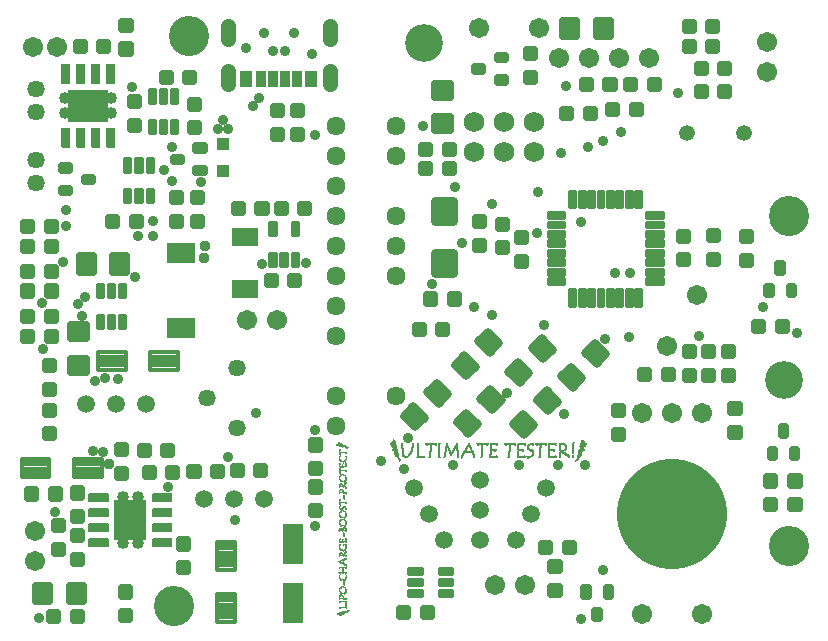
<source format=gbr>
G04 EAGLE Gerber RS-274X export*
G75*
%MOMM*%
%FSLAX34Y34*%
%LPD*%
%INSoldermask Top*%
%IPPOS*%
%AMOC8*
5,1,8,0,0,1.08239X$1,22.5*%
G01*
%ADD10C,3.403200*%
%ADD11R,0.016762X0.050294*%
%ADD12R,0.016762X0.083819*%
%ADD13R,0.016762X0.100581*%
%ADD14R,0.016762X0.117344*%
%ADD15R,0.016762X0.050288*%
%ADD16R,0.016762X0.134112*%
%ADD17R,0.016762X0.134106*%
%ADD18R,0.016762X0.150875*%
%ADD19R,0.016762X0.167637*%
%ADD20R,0.016762X0.184400*%
%ADD21R,0.016762X0.117350*%
%ADD22R,0.016762X0.217931*%
%ADD23R,0.016762X0.234694*%
%ADD24R,0.016762X0.067056*%
%ADD25R,0.016762X0.385569*%
%ADD26R,0.016762X0.284988*%
%ADD27R,0.016762X0.301750*%
%ADD28R,0.016762X0.067050*%
%ADD29R,0.016762X0.318513*%
%ADD30R,0.016762X0.352044*%
%ADD31R,0.016762X0.335281*%
%ADD32R,0.016762X0.368806*%
%ADD33R,0.016762X0.268225*%
%ADD34R,0.016762X0.251456*%
%ADD35R,0.016762X0.335275*%
%ADD36R,0.016762X0.201169*%
%ADD37R,0.016762X0.419100*%
%ADD38R,0.016762X0.184406*%
%ADD39R,0.016762X0.402338*%
%ADD40R,0.016762X0.201163*%
%ADD41R,0.016762X0.251463*%
%ADD42R,0.016762X0.452625*%
%ADD43R,0.016762X0.435863*%
%ADD44R,0.016762X0.502919*%
%ADD45R,0.016762X0.402331*%
%ADD46R,0.016762X0.318519*%
%ADD47R,0.016762X0.519681*%
%ADD48R,0.016762X0.268219*%
%ADD49R,0.045719X0.015238*%
%ADD50R,0.076200X0.015238*%
%ADD51R,0.091438X0.015238*%
%ADD52R,0.106681X0.015238*%
%ADD53R,0.106675X0.015238*%
%ADD54R,0.121919X0.015238*%
%ADD55R,0.137156X0.015238*%
%ADD56R,0.137162X0.015238*%
%ADD57R,0.152400X0.015238*%
%ADD58R,0.167637X0.015238*%
%ADD59R,0.182881X0.015238*%
%ADD60R,0.182875X0.015238*%
%ADD61R,0.198119X0.015238*%
%ADD62R,0.213356X0.015238*%
%ADD63R,0.060963X0.015238*%
%ADD64R,0.060956X0.015238*%
%ADD65R,0.304800X0.015238*%
%ADD66R,0.274319X0.015238*%
%ADD67R,0.350519X0.015238*%
%ADD68R,0.213363X0.015238*%
%ADD69R,0.320038X0.015238*%
%ADD70R,0.701037X0.015238*%
%ADD71R,0.716275X0.015238*%
%ADD72R,0.381000X0.015238*%
%ADD73R,0.716281X0.015238*%
%ADD74R,0.228600X0.015238*%
%ADD75R,0.365756X0.015238*%
%ADD76R,0.411481X0.015238*%
%ADD77R,0.441956X0.015238*%
%ADD78R,0.243838X0.015238*%
%ADD79R,0.457200X0.015238*%
%ADD80R,0.472438X0.015238*%
%ADD81R,0.289563X0.015238*%
%ADD82R,0.502919X0.015238*%
%ADD83R,0.685800X0.015238*%
%ADD84R,0.259075X0.015238*%
%ADD85R,0.259081X0.015238*%
%ADD86R,0.289556X0.015238*%
%ADD87R,0.487681X0.015238*%
%ADD88R,0.853438X0.015238*%
%ADD89R,0.822956X0.015238*%
%ADD90R,0.335275X0.015238*%
%ADD91R,0.335281X0.015238*%
%ADD92R,0.807719X0.015238*%
%ADD93R,0.396238X0.015238*%
%ADD94R,0.411475X0.015238*%
%ADD95R,0.548638X0.015238*%
%ADD96R,0.426719X0.015238*%
%ADD97R,0.365762X0.015238*%
%ADD98R,0.441963X0.015238*%
%ADD99R,0.487675X0.015238*%
%ADD100R,1.005837X0.015238*%
%ADD101R,0.533400X0.015238*%
%ADD102R,0.518162X0.015238*%
%ADD103R,0.518156X0.015238*%
%ADD104R,0.990600X0.015238*%
%ADD105C,0.534309*%
%ADD106C,1.711200*%
%ADD107C,0.522925*%
%ADD108C,0.380638*%
%ADD109C,0.621981*%
%ADD110R,1.103200X1.003200*%
%ADD111R,2.303200X1.603200*%
%ADD112R,3.400000X2.710000*%
%ADD113C,1.011200*%
%ADD114C,0.353406*%
%ADD115R,2.710000X3.400000*%
%ADD116R,2.403200X1.803200*%
%ADD117C,1.461200*%
%ADD118C,1.611200*%
%ADD119R,0.903200X1.403200*%
%ADD120R,0.963200X1.403200*%
%ADD121R,1.003200X1.403200*%
%ADD122C,1.311200*%
%ADD123C,1.511200*%
%ADD124R,1.803200X3.403200*%
%ADD125C,3.203200*%
%ADD126C,1.341200*%
%ADD127C,0.338938*%
%ADD128C,1.727200*%
%ADD129C,9.347200*%
%ADD130C,0.746622*%
%ADD131C,0.909600*%
%ADD132C,0.959600*%

G36*
X84004Y113003D02*
X84004Y113003D01*
X84008Y113000D01*
X84199Y113038D01*
X84208Y113048D01*
X84217Y113045D01*
X84379Y113154D01*
X84383Y113167D01*
X84393Y113167D01*
X84501Y113329D01*
X84500Y113343D01*
X84508Y113347D01*
X84546Y113538D01*
X84543Y113545D01*
X84547Y113548D01*
X84547Y119948D01*
X84543Y119954D01*
X84546Y119958D01*
X84508Y120149D01*
X84498Y120158D01*
X84501Y120167D01*
X84393Y120329D01*
X84379Y120333D01*
X84379Y120343D01*
X84217Y120451D01*
X84203Y120450D01*
X84199Y120458D01*
X84008Y120496D01*
X84001Y120493D01*
X83998Y120497D01*
X68098Y120497D01*
X68092Y120493D01*
X68088Y120496D01*
X67897Y120458D01*
X67888Y120448D01*
X67879Y120451D01*
X67717Y120343D01*
X67713Y120329D01*
X67704Y120329D01*
X67595Y120167D01*
X67596Y120158D01*
X67589Y120153D01*
X67591Y120151D01*
X67588Y120149D01*
X67550Y119958D01*
X67553Y119951D01*
X67549Y119948D01*
X67549Y113548D01*
X67553Y113542D01*
X67550Y113538D01*
X67588Y113347D01*
X67598Y113338D01*
X67595Y113329D01*
X67704Y113167D01*
X67717Y113163D01*
X67717Y113154D01*
X67879Y113045D01*
X67893Y113046D01*
X67897Y113038D01*
X68088Y113000D01*
X68095Y113003D01*
X68098Y112999D01*
X83998Y112999D01*
X84004Y113003D01*
G37*
G36*
X138004Y113003D02*
X138004Y113003D01*
X138008Y113000D01*
X138199Y113038D01*
X138208Y113048D01*
X138217Y113045D01*
X138379Y113154D01*
X138383Y113167D01*
X138393Y113167D01*
X138501Y113329D01*
X138500Y113343D01*
X138508Y113347D01*
X138546Y113538D01*
X138543Y113545D01*
X138547Y113548D01*
X138547Y119948D01*
X138543Y119954D01*
X138546Y119958D01*
X138508Y120149D01*
X138498Y120158D01*
X138501Y120167D01*
X138393Y120329D01*
X138379Y120333D01*
X138379Y120343D01*
X138217Y120451D01*
X138203Y120450D01*
X138199Y120458D01*
X138008Y120496D01*
X138001Y120493D01*
X137998Y120497D01*
X122098Y120497D01*
X122092Y120493D01*
X122088Y120496D01*
X121897Y120458D01*
X121888Y120448D01*
X121879Y120451D01*
X121717Y120343D01*
X121713Y120329D01*
X121704Y120329D01*
X121595Y120167D01*
X121596Y120158D01*
X121589Y120153D01*
X121591Y120151D01*
X121588Y120149D01*
X121550Y119958D01*
X121553Y119951D01*
X121549Y119948D01*
X121549Y113548D01*
X121553Y113542D01*
X121550Y113538D01*
X121588Y113347D01*
X121598Y113338D01*
X121595Y113329D01*
X121704Y113167D01*
X121717Y113163D01*
X121717Y113154D01*
X121879Y113045D01*
X121893Y113046D01*
X121897Y113038D01*
X122088Y113000D01*
X122095Y113003D01*
X122098Y112999D01*
X137998Y112999D01*
X138004Y113003D01*
G37*
G36*
X84004Y100303D02*
X84004Y100303D01*
X84008Y100300D01*
X84199Y100338D01*
X84208Y100348D01*
X84217Y100345D01*
X84379Y100454D01*
X84383Y100467D01*
X84393Y100467D01*
X84501Y100629D01*
X84500Y100643D01*
X84508Y100647D01*
X84546Y100838D01*
X84543Y100845D01*
X84547Y100848D01*
X84547Y107248D01*
X84543Y107254D01*
X84546Y107258D01*
X84508Y107449D01*
X84498Y107458D01*
X84501Y107467D01*
X84393Y107629D01*
X84379Y107633D01*
X84379Y107643D01*
X84217Y107751D01*
X84203Y107750D01*
X84199Y107758D01*
X84008Y107796D01*
X84001Y107793D01*
X83998Y107797D01*
X68098Y107797D01*
X68092Y107793D01*
X68088Y107796D01*
X67897Y107758D01*
X67888Y107748D01*
X67879Y107751D01*
X67717Y107643D01*
X67713Y107629D01*
X67704Y107629D01*
X67595Y107467D01*
X67596Y107458D01*
X67589Y107453D01*
X67591Y107451D01*
X67588Y107449D01*
X67550Y107258D01*
X67553Y107251D01*
X67549Y107248D01*
X67549Y100848D01*
X67553Y100842D01*
X67550Y100838D01*
X67588Y100647D01*
X67598Y100638D01*
X67595Y100629D01*
X67704Y100467D01*
X67717Y100463D01*
X67717Y100454D01*
X67879Y100345D01*
X67893Y100346D01*
X67897Y100338D01*
X68088Y100300D01*
X68095Y100303D01*
X68098Y100299D01*
X83998Y100299D01*
X84004Y100303D01*
G37*
G36*
X138004Y100303D02*
X138004Y100303D01*
X138008Y100300D01*
X138199Y100338D01*
X138208Y100348D01*
X138217Y100345D01*
X138379Y100454D01*
X138383Y100467D01*
X138393Y100467D01*
X138501Y100629D01*
X138500Y100643D01*
X138508Y100647D01*
X138546Y100838D01*
X138543Y100845D01*
X138547Y100848D01*
X138547Y107248D01*
X138543Y107254D01*
X138546Y107258D01*
X138508Y107449D01*
X138498Y107458D01*
X138501Y107467D01*
X138393Y107629D01*
X138379Y107633D01*
X138379Y107643D01*
X138217Y107751D01*
X138203Y107750D01*
X138199Y107758D01*
X138008Y107796D01*
X138001Y107793D01*
X137998Y107797D01*
X122098Y107797D01*
X122092Y107793D01*
X122088Y107796D01*
X121897Y107758D01*
X121888Y107748D01*
X121879Y107751D01*
X121717Y107643D01*
X121713Y107629D01*
X121704Y107629D01*
X121595Y107467D01*
X121596Y107458D01*
X121589Y107453D01*
X121591Y107451D01*
X121588Y107449D01*
X121550Y107258D01*
X121553Y107251D01*
X121549Y107248D01*
X121549Y100848D01*
X121553Y100842D01*
X121550Y100838D01*
X121588Y100647D01*
X121598Y100638D01*
X121595Y100629D01*
X121704Y100467D01*
X121717Y100463D01*
X121717Y100454D01*
X121879Y100345D01*
X121893Y100346D01*
X121897Y100338D01*
X122088Y100300D01*
X122095Y100303D01*
X122098Y100299D01*
X137998Y100299D01*
X138004Y100303D01*
G37*
G36*
X84004Y87603D02*
X84004Y87603D01*
X84008Y87600D01*
X84199Y87638D01*
X84208Y87648D01*
X84217Y87645D01*
X84379Y87754D01*
X84383Y87767D01*
X84393Y87767D01*
X84501Y87929D01*
X84500Y87943D01*
X84508Y87947D01*
X84546Y88138D01*
X84543Y88145D01*
X84547Y88148D01*
X84547Y94548D01*
X84543Y94554D01*
X84546Y94558D01*
X84508Y94749D01*
X84498Y94758D01*
X84501Y94767D01*
X84393Y94929D01*
X84379Y94933D01*
X84379Y94943D01*
X84217Y95051D01*
X84203Y95050D01*
X84199Y95058D01*
X84008Y95096D01*
X84001Y95093D01*
X83998Y95097D01*
X68098Y95097D01*
X68092Y95093D01*
X68088Y95096D01*
X67897Y95058D01*
X67888Y95048D01*
X67879Y95051D01*
X67717Y94943D01*
X67713Y94929D01*
X67704Y94929D01*
X67595Y94767D01*
X67596Y94758D01*
X67589Y94753D01*
X67591Y94751D01*
X67588Y94749D01*
X67550Y94558D01*
X67553Y94551D01*
X67549Y94548D01*
X67549Y88148D01*
X67553Y88142D01*
X67550Y88138D01*
X67588Y87947D01*
X67598Y87938D01*
X67595Y87929D01*
X67704Y87767D01*
X67717Y87763D01*
X67717Y87754D01*
X67879Y87645D01*
X67893Y87646D01*
X67897Y87638D01*
X68088Y87600D01*
X68095Y87603D01*
X68098Y87599D01*
X83998Y87599D01*
X84004Y87603D01*
G37*
G36*
X138004Y87603D02*
X138004Y87603D01*
X138008Y87600D01*
X138199Y87638D01*
X138208Y87648D01*
X138217Y87645D01*
X138379Y87754D01*
X138383Y87767D01*
X138393Y87767D01*
X138501Y87929D01*
X138500Y87943D01*
X138508Y87947D01*
X138546Y88138D01*
X138543Y88145D01*
X138547Y88148D01*
X138547Y94548D01*
X138543Y94554D01*
X138546Y94558D01*
X138508Y94749D01*
X138498Y94758D01*
X138501Y94767D01*
X138393Y94929D01*
X138379Y94933D01*
X138379Y94943D01*
X138217Y95051D01*
X138203Y95050D01*
X138199Y95058D01*
X138008Y95096D01*
X138001Y95093D01*
X137998Y95097D01*
X122098Y95097D01*
X122092Y95093D01*
X122088Y95096D01*
X121897Y95058D01*
X121888Y95048D01*
X121879Y95051D01*
X121717Y94943D01*
X121713Y94929D01*
X121704Y94929D01*
X121595Y94767D01*
X121596Y94758D01*
X121589Y94753D01*
X121591Y94751D01*
X121588Y94749D01*
X121550Y94558D01*
X121553Y94551D01*
X121549Y94548D01*
X121549Y88148D01*
X121553Y88142D01*
X121550Y88138D01*
X121588Y87947D01*
X121598Y87938D01*
X121595Y87929D01*
X121704Y87767D01*
X121717Y87763D01*
X121717Y87754D01*
X121879Y87645D01*
X121893Y87646D01*
X121897Y87638D01*
X122088Y87600D01*
X122095Y87603D01*
X122098Y87599D01*
X137998Y87599D01*
X138004Y87603D01*
G37*
G36*
X138004Y74903D02*
X138004Y74903D01*
X138008Y74900D01*
X138199Y74938D01*
X138208Y74948D01*
X138217Y74945D01*
X138379Y75054D01*
X138383Y75067D01*
X138393Y75067D01*
X138501Y75229D01*
X138500Y75243D01*
X138508Y75247D01*
X138546Y75438D01*
X138543Y75445D01*
X138547Y75448D01*
X138547Y81848D01*
X138543Y81854D01*
X138546Y81858D01*
X138508Y82049D01*
X138498Y82058D01*
X138501Y82067D01*
X138393Y82229D01*
X138379Y82233D01*
X138379Y82243D01*
X138217Y82351D01*
X138203Y82350D01*
X138199Y82358D01*
X138008Y82396D01*
X138001Y82393D01*
X137998Y82397D01*
X122098Y82397D01*
X122092Y82393D01*
X122088Y82396D01*
X121897Y82358D01*
X121888Y82348D01*
X121879Y82351D01*
X121717Y82243D01*
X121713Y82229D01*
X121704Y82229D01*
X121595Y82067D01*
X121596Y82058D01*
X121589Y82053D01*
X121591Y82051D01*
X121588Y82049D01*
X121550Y81858D01*
X121553Y81851D01*
X121549Y81848D01*
X121549Y75448D01*
X121553Y75442D01*
X121550Y75438D01*
X121588Y75247D01*
X121598Y75238D01*
X121595Y75229D01*
X121704Y75067D01*
X121717Y75063D01*
X121717Y75054D01*
X121879Y74945D01*
X121893Y74946D01*
X121897Y74938D01*
X122088Y74900D01*
X122095Y74903D01*
X122098Y74899D01*
X137998Y74899D01*
X138004Y74903D01*
G37*
G36*
X84004Y74903D02*
X84004Y74903D01*
X84008Y74900D01*
X84199Y74938D01*
X84208Y74948D01*
X84217Y74945D01*
X84379Y75054D01*
X84383Y75067D01*
X84393Y75067D01*
X84501Y75229D01*
X84500Y75243D01*
X84508Y75247D01*
X84546Y75438D01*
X84543Y75445D01*
X84547Y75448D01*
X84547Y81848D01*
X84543Y81854D01*
X84546Y81858D01*
X84508Y82049D01*
X84498Y82058D01*
X84501Y82067D01*
X84393Y82229D01*
X84379Y82233D01*
X84379Y82243D01*
X84217Y82351D01*
X84203Y82350D01*
X84199Y82358D01*
X84008Y82396D01*
X84001Y82393D01*
X83998Y82397D01*
X68098Y82397D01*
X68092Y82393D01*
X68088Y82396D01*
X67897Y82358D01*
X67888Y82348D01*
X67879Y82351D01*
X67717Y82243D01*
X67713Y82229D01*
X67704Y82229D01*
X67595Y82067D01*
X67596Y82058D01*
X67589Y82053D01*
X67591Y82051D01*
X67588Y82049D01*
X67550Y81858D01*
X67553Y81851D01*
X67549Y81848D01*
X67549Y75448D01*
X67553Y75442D01*
X67550Y75438D01*
X67588Y75247D01*
X67598Y75238D01*
X67595Y75229D01*
X67704Y75067D01*
X67717Y75063D01*
X67717Y75054D01*
X67879Y74945D01*
X67893Y74946D01*
X67897Y74938D01*
X68088Y74900D01*
X68095Y74903D01*
X68098Y74899D01*
X83998Y74899D01*
X84004Y74903D01*
G37*
G36*
X89640Y413201D02*
X89640Y413201D01*
X89644Y413198D01*
X89835Y413236D01*
X89844Y413246D01*
X89853Y413243D01*
X90015Y413352D01*
X90019Y413365D01*
X90029Y413365D01*
X90137Y413527D01*
X90136Y413541D01*
X90144Y413545D01*
X90182Y413736D01*
X90179Y413743D01*
X90183Y413746D01*
X90183Y429646D01*
X90179Y429652D01*
X90182Y429656D01*
X90144Y429847D01*
X90134Y429856D01*
X90137Y429865D01*
X90029Y430027D01*
X90015Y430031D01*
X90015Y430041D01*
X89853Y430149D01*
X89839Y430148D01*
X89835Y430156D01*
X89644Y430194D01*
X89637Y430191D01*
X89634Y430195D01*
X83234Y430195D01*
X83228Y430191D01*
X83224Y430194D01*
X83033Y430156D01*
X83024Y430146D01*
X83015Y430149D01*
X82853Y430041D01*
X82849Y430027D01*
X82840Y430027D01*
X82731Y429865D01*
X82731Y429859D01*
X82729Y429857D01*
X82732Y429852D01*
X82732Y429851D01*
X82724Y429847D01*
X82686Y429656D01*
X82689Y429649D01*
X82685Y429646D01*
X82685Y413746D01*
X82689Y413740D01*
X82686Y413736D01*
X82724Y413545D01*
X82734Y413536D01*
X82731Y413527D01*
X82840Y413365D01*
X82853Y413361D01*
X82853Y413352D01*
X83015Y413243D01*
X83029Y413244D01*
X83033Y413236D01*
X83224Y413198D01*
X83231Y413201D01*
X83234Y413197D01*
X89634Y413197D01*
X89640Y413201D01*
G37*
G36*
X76940Y413201D02*
X76940Y413201D01*
X76944Y413198D01*
X77135Y413236D01*
X77144Y413246D01*
X77153Y413243D01*
X77315Y413352D01*
X77319Y413365D01*
X77329Y413365D01*
X77437Y413527D01*
X77436Y413541D01*
X77444Y413545D01*
X77482Y413736D01*
X77479Y413743D01*
X77483Y413746D01*
X77483Y429646D01*
X77479Y429652D01*
X77482Y429656D01*
X77444Y429847D01*
X77434Y429856D01*
X77437Y429865D01*
X77329Y430027D01*
X77315Y430031D01*
X77315Y430041D01*
X77153Y430149D01*
X77139Y430148D01*
X77135Y430156D01*
X76944Y430194D01*
X76937Y430191D01*
X76934Y430195D01*
X70534Y430195D01*
X70528Y430191D01*
X70524Y430194D01*
X70333Y430156D01*
X70324Y430146D01*
X70315Y430149D01*
X70153Y430041D01*
X70149Y430027D01*
X70140Y430027D01*
X70031Y429865D01*
X70031Y429859D01*
X70029Y429857D01*
X70032Y429852D01*
X70032Y429851D01*
X70024Y429847D01*
X69986Y429656D01*
X69989Y429649D01*
X69985Y429646D01*
X69985Y413746D01*
X69989Y413740D01*
X69986Y413736D01*
X70024Y413545D01*
X70034Y413536D01*
X70031Y413527D01*
X70140Y413365D01*
X70153Y413361D01*
X70153Y413352D01*
X70315Y413243D01*
X70329Y413244D01*
X70333Y413236D01*
X70524Y413198D01*
X70531Y413201D01*
X70534Y413197D01*
X76934Y413197D01*
X76940Y413201D01*
G37*
G36*
X64240Y413201D02*
X64240Y413201D01*
X64244Y413198D01*
X64435Y413236D01*
X64444Y413246D01*
X64453Y413243D01*
X64615Y413352D01*
X64619Y413365D01*
X64629Y413365D01*
X64737Y413527D01*
X64736Y413541D01*
X64744Y413545D01*
X64782Y413736D01*
X64779Y413743D01*
X64783Y413746D01*
X64783Y429646D01*
X64779Y429652D01*
X64782Y429656D01*
X64744Y429847D01*
X64734Y429856D01*
X64737Y429865D01*
X64629Y430027D01*
X64615Y430031D01*
X64615Y430041D01*
X64453Y430149D01*
X64439Y430148D01*
X64435Y430156D01*
X64244Y430194D01*
X64237Y430191D01*
X64234Y430195D01*
X57834Y430195D01*
X57828Y430191D01*
X57824Y430194D01*
X57633Y430156D01*
X57624Y430146D01*
X57615Y430149D01*
X57453Y430041D01*
X57449Y430027D01*
X57440Y430027D01*
X57331Y429865D01*
X57331Y429859D01*
X57329Y429857D01*
X57332Y429852D01*
X57332Y429851D01*
X57324Y429847D01*
X57286Y429656D01*
X57289Y429649D01*
X57285Y429646D01*
X57285Y413746D01*
X57289Y413740D01*
X57286Y413736D01*
X57324Y413545D01*
X57334Y413536D01*
X57331Y413527D01*
X57440Y413365D01*
X57453Y413361D01*
X57453Y413352D01*
X57615Y413243D01*
X57629Y413244D01*
X57633Y413236D01*
X57824Y413198D01*
X57831Y413201D01*
X57834Y413197D01*
X64234Y413197D01*
X64240Y413201D01*
G37*
G36*
X51540Y413201D02*
X51540Y413201D01*
X51544Y413198D01*
X51735Y413236D01*
X51744Y413246D01*
X51753Y413243D01*
X51915Y413352D01*
X51919Y413365D01*
X51929Y413365D01*
X52037Y413527D01*
X52036Y413541D01*
X52044Y413545D01*
X52082Y413736D01*
X52079Y413743D01*
X52083Y413746D01*
X52083Y429646D01*
X52079Y429652D01*
X52082Y429656D01*
X52044Y429847D01*
X52034Y429856D01*
X52037Y429865D01*
X51929Y430027D01*
X51915Y430031D01*
X51915Y430041D01*
X51753Y430149D01*
X51739Y430148D01*
X51735Y430156D01*
X51544Y430194D01*
X51537Y430191D01*
X51534Y430195D01*
X45134Y430195D01*
X45128Y430191D01*
X45124Y430194D01*
X44933Y430156D01*
X44924Y430146D01*
X44915Y430149D01*
X44753Y430041D01*
X44749Y430027D01*
X44740Y430027D01*
X44631Y429865D01*
X44631Y429859D01*
X44629Y429857D01*
X44632Y429852D01*
X44632Y429851D01*
X44624Y429847D01*
X44586Y429656D01*
X44589Y429649D01*
X44585Y429646D01*
X44585Y413746D01*
X44589Y413740D01*
X44586Y413736D01*
X44624Y413545D01*
X44634Y413536D01*
X44631Y413527D01*
X44740Y413365D01*
X44753Y413361D01*
X44753Y413352D01*
X44915Y413243D01*
X44929Y413244D01*
X44933Y413236D01*
X45124Y413198D01*
X45131Y413201D01*
X45134Y413197D01*
X51534Y413197D01*
X51540Y413201D01*
G37*
G36*
X76940Y467201D02*
X76940Y467201D01*
X76944Y467198D01*
X77135Y467236D01*
X77144Y467246D01*
X77153Y467243D01*
X77315Y467352D01*
X77319Y467365D01*
X77329Y467365D01*
X77437Y467527D01*
X77436Y467541D01*
X77444Y467545D01*
X77482Y467736D01*
X77479Y467743D01*
X77483Y467746D01*
X77483Y483646D01*
X77479Y483652D01*
X77482Y483656D01*
X77444Y483847D01*
X77434Y483856D01*
X77437Y483865D01*
X77329Y484027D01*
X77315Y484031D01*
X77315Y484041D01*
X77153Y484149D01*
X77139Y484148D01*
X77135Y484156D01*
X76944Y484194D01*
X76937Y484191D01*
X76934Y484195D01*
X70534Y484195D01*
X70528Y484191D01*
X70524Y484194D01*
X70333Y484156D01*
X70324Y484146D01*
X70315Y484149D01*
X70153Y484041D01*
X70149Y484027D01*
X70140Y484027D01*
X70031Y483865D01*
X70031Y483859D01*
X70029Y483857D01*
X70032Y483852D01*
X70032Y483851D01*
X70024Y483847D01*
X69986Y483656D01*
X69989Y483649D01*
X69985Y483646D01*
X69985Y467746D01*
X69989Y467740D01*
X69986Y467736D01*
X70024Y467545D01*
X70034Y467536D01*
X70031Y467527D01*
X70140Y467365D01*
X70153Y467361D01*
X70153Y467352D01*
X70315Y467243D01*
X70329Y467244D01*
X70333Y467236D01*
X70524Y467198D01*
X70531Y467201D01*
X70534Y467197D01*
X76934Y467197D01*
X76940Y467201D01*
G37*
G36*
X64240Y467201D02*
X64240Y467201D01*
X64244Y467198D01*
X64435Y467236D01*
X64444Y467246D01*
X64453Y467243D01*
X64615Y467352D01*
X64619Y467365D01*
X64629Y467365D01*
X64737Y467527D01*
X64736Y467541D01*
X64744Y467545D01*
X64782Y467736D01*
X64779Y467743D01*
X64783Y467746D01*
X64783Y483646D01*
X64779Y483652D01*
X64782Y483656D01*
X64744Y483847D01*
X64734Y483856D01*
X64737Y483865D01*
X64629Y484027D01*
X64615Y484031D01*
X64615Y484041D01*
X64453Y484149D01*
X64439Y484148D01*
X64435Y484156D01*
X64244Y484194D01*
X64237Y484191D01*
X64234Y484195D01*
X57834Y484195D01*
X57828Y484191D01*
X57824Y484194D01*
X57633Y484156D01*
X57624Y484146D01*
X57615Y484149D01*
X57453Y484041D01*
X57449Y484027D01*
X57440Y484027D01*
X57331Y483865D01*
X57331Y483859D01*
X57329Y483857D01*
X57332Y483852D01*
X57332Y483851D01*
X57324Y483847D01*
X57286Y483656D01*
X57289Y483649D01*
X57285Y483646D01*
X57285Y467746D01*
X57289Y467740D01*
X57286Y467736D01*
X57324Y467545D01*
X57334Y467536D01*
X57331Y467527D01*
X57440Y467365D01*
X57453Y467361D01*
X57453Y467352D01*
X57615Y467243D01*
X57629Y467244D01*
X57633Y467236D01*
X57824Y467198D01*
X57831Y467201D01*
X57834Y467197D01*
X64234Y467197D01*
X64240Y467201D01*
G37*
G36*
X89640Y467201D02*
X89640Y467201D01*
X89644Y467198D01*
X89835Y467236D01*
X89844Y467246D01*
X89853Y467243D01*
X90015Y467352D01*
X90019Y467365D01*
X90029Y467365D01*
X90137Y467527D01*
X90136Y467541D01*
X90144Y467545D01*
X90182Y467736D01*
X90179Y467743D01*
X90183Y467746D01*
X90183Y483646D01*
X90179Y483652D01*
X90182Y483656D01*
X90144Y483847D01*
X90134Y483856D01*
X90137Y483865D01*
X90029Y484027D01*
X90015Y484031D01*
X90015Y484041D01*
X89853Y484149D01*
X89839Y484148D01*
X89835Y484156D01*
X89644Y484194D01*
X89637Y484191D01*
X89634Y484195D01*
X83234Y484195D01*
X83228Y484191D01*
X83224Y484194D01*
X83033Y484156D01*
X83024Y484146D01*
X83015Y484149D01*
X82853Y484041D01*
X82849Y484027D01*
X82840Y484027D01*
X82731Y483865D01*
X82731Y483859D01*
X82729Y483857D01*
X82732Y483852D01*
X82732Y483851D01*
X82724Y483847D01*
X82686Y483656D01*
X82689Y483649D01*
X82685Y483646D01*
X82685Y467746D01*
X82689Y467740D01*
X82686Y467736D01*
X82724Y467545D01*
X82734Y467536D01*
X82731Y467527D01*
X82840Y467365D01*
X82853Y467361D01*
X82853Y467352D01*
X83015Y467243D01*
X83029Y467244D01*
X83033Y467236D01*
X83224Y467198D01*
X83231Y467201D01*
X83234Y467197D01*
X89634Y467197D01*
X89640Y467201D01*
G37*
G36*
X51540Y467201D02*
X51540Y467201D01*
X51544Y467198D01*
X51735Y467236D01*
X51744Y467246D01*
X51753Y467243D01*
X51915Y467352D01*
X51919Y467365D01*
X51929Y467365D01*
X52037Y467527D01*
X52036Y467541D01*
X52044Y467545D01*
X52082Y467736D01*
X52079Y467743D01*
X52083Y467746D01*
X52083Y483646D01*
X52079Y483652D01*
X52082Y483656D01*
X52044Y483847D01*
X52034Y483856D01*
X52037Y483865D01*
X51929Y484027D01*
X51915Y484031D01*
X51915Y484041D01*
X51753Y484149D01*
X51739Y484148D01*
X51735Y484156D01*
X51544Y484194D01*
X51537Y484191D01*
X51534Y484195D01*
X45134Y484195D01*
X45128Y484191D01*
X45124Y484194D01*
X44933Y484156D01*
X44924Y484146D01*
X44915Y484149D01*
X44753Y484041D01*
X44749Y484027D01*
X44740Y484027D01*
X44631Y483865D01*
X44631Y483859D01*
X44629Y483857D01*
X44632Y483852D01*
X44632Y483851D01*
X44624Y483847D01*
X44586Y483656D01*
X44589Y483649D01*
X44585Y483646D01*
X44585Y467746D01*
X44589Y467740D01*
X44586Y467736D01*
X44624Y467545D01*
X44634Y467536D01*
X44631Y467527D01*
X44740Y467365D01*
X44753Y467361D01*
X44753Y467352D01*
X44915Y467243D01*
X44929Y467244D01*
X44933Y467236D01*
X45124Y467198D01*
X45131Y467201D01*
X45134Y467197D01*
X51534Y467197D01*
X51540Y467201D01*
G37*
D10*
X152400Y508000D03*
X139700Y25400D03*
X660400Y76200D03*
X660400Y355600D03*
D11*
X288585Y21199D03*
D12*
X288417Y21199D03*
D13*
X288249Y21115D03*
X288082Y21115D03*
X287914Y20947D03*
D14*
X287746Y20864D03*
D15*
X287746Y158831D03*
D16*
X287579Y20780D03*
D12*
X287579Y158831D03*
D17*
X287411Y20612D03*
D13*
X287411Y158915D03*
D17*
X287244Y20612D03*
D13*
X287244Y158915D03*
D18*
X287076Y20528D03*
D13*
X287076Y159083D03*
D18*
X286908Y20361D03*
D14*
X286908Y159167D03*
D19*
X286741Y20277D03*
D17*
X286741Y159250D03*
D20*
X286573Y20193D03*
D21*
X286573Y50871D03*
D12*
X286573Y59421D03*
D13*
X286573Y106947D03*
D14*
X286573Y151287D03*
D16*
X286573Y159418D03*
D19*
X286405Y20109D03*
D13*
X286405Y23630D03*
X286405Y26480D03*
X286405Y28491D03*
D12*
X286405Y30754D03*
D22*
X286405Y37963D03*
D23*
X286405Y50284D03*
D13*
X286405Y53302D03*
D12*
X286405Y57241D03*
D21*
X286405Y59253D03*
D15*
X286405Y64618D03*
D12*
X286405Y66965D03*
D18*
X286405Y75179D03*
D15*
X286405Y76520D03*
D24*
X286405Y78783D03*
D16*
X286405Y81633D03*
D18*
X286405Y88590D03*
D22*
X286405Y95128D03*
X286405Y102169D03*
D20*
X286405Y107198D03*
D12*
X286405Y120106D03*
X286405Y125303D03*
D22*
X286405Y132847D03*
D24*
X286405Y142654D03*
D16*
X286405Y145504D03*
D23*
X286405Y150701D03*
D16*
X286405Y159418D03*
D20*
X286238Y20025D03*
D25*
X286238Y25055D03*
D21*
X286238Y28407D03*
X286238Y30922D03*
D26*
X286238Y37963D03*
D27*
X286238Y49949D03*
D21*
X286238Y53218D03*
X286238Y57409D03*
D16*
X286238Y59337D03*
D13*
X286238Y64869D03*
X286238Y67048D03*
D28*
X286238Y70904D03*
D29*
X286238Y75179D03*
D25*
X286238Y80376D03*
D23*
X286238Y89009D03*
D26*
X286238Y95128D03*
X286238Y102169D03*
D22*
X286238Y107366D03*
D13*
X286238Y112311D03*
D21*
X286238Y120274D03*
D13*
X286238Y125387D03*
D24*
X286238Y129243D03*
D26*
X286238Y132847D03*
D13*
X286238Y139134D03*
D25*
X286238Y144247D03*
D27*
X286238Y150365D03*
D13*
X286238Y154724D03*
D18*
X286238Y159502D03*
D20*
X286070Y19858D03*
D25*
X286070Y25055D03*
D21*
X286070Y28407D03*
D13*
X286070Y31006D03*
D30*
X286070Y37963D03*
D31*
X286070Y49781D03*
D21*
X286070Y53218D03*
X286070Y57409D03*
D14*
X286070Y59421D03*
D13*
X286070Y64869D03*
X286070Y67048D03*
X286070Y70904D03*
D32*
X286070Y75095D03*
D25*
X286070Y80376D03*
D33*
X286070Y89177D03*
D30*
X286070Y95128D03*
X286070Y102169D03*
D34*
X286070Y107533D03*
D14*
X286070Y112395D03*
D13*
X286070Y120358D03*
X286070Y125387D03*
X286070Y129243D03*
D30*
X286070Y132847D03*
D21*
X286070Y139217D03*
D25*
X286070Y144247D03*
D35*
X286070Y150198D03*
D14*
X286070Y154808D03*
D18*
X286070Y159670D03*
D36*
X285902Y19774D03*
D25*
X285902Y25055D03*
D21*
X285902Y28407D03*
D13*
X285902Y31006D03*
D37*
X285902Y37963D03*
D38*
X285902Y48692D03*
D24*
X285902Y51123D03*
D21*
X285902Y53218D03*
X285902Y57409D03*
D13*
X285902Y59505D03*
X285902Y64869D03*
X285902Y67048D03*
D14*
X285902Y70820D03*
D39*
X285902Y74927D03*
D25*
X285902Y80376D03*
D27*
X285902Y89345D03*
D37*
X285902Y95128D03*
X285902Y102169D03*
D24*
X285902Y106611D03*
D18*
X285902Y108204D03*
D14*
X285902Y112395D03*
D13*
X285902Y120358D03*
X285902Y125387D03*
D14*
X285902Y129159D03*
D37*
X285902Y132847D03*
D21*
X285902Y139217D03*
D25*
X285902Y144247D03*
D20*
X285902Y149108D03*
D24*
X285902Y151539D03*
D14*
X285902Y154808D03*
D19*
X285902Y159753D03*
D22*
X285735Y19690D03*
D32*
X285735Y25138D03*
D21*
X285735Y28407D03*
D13*
X285735Y31006D03*
D40*
X285735Y36706D03*
D18*
X285735Y39472D03*
D19*
X285735Y48273D03*
D21*
X285735Y53218D03*
D12*
X285735Y57409D03*
D21*
X285735Y59588D03*
X285735Y64785D03*
D13*
X285735Y67048D03*
D16*
X285735Y70736D03*
D22*
X285735Y73838D03*
D20*
X285735Y76017D03*
D25*
X285735Y80376D03*
D13*
X285735Y88339D03*
D16*
X285735Y90350D03*
D36*
X285735Y93871D03*
D18*
X285735Y96637D03*
D40*
X285735Y100912D03*
D18*
X285735Y103678D03*
D14*
X285735Y108539D03*
X285735Y112395D03*
D13*
X285735Y120358D03*
X285735Y125387D03*
D16*
X285735Y129075D03*
D36*
X285735Y131590D03*
D18*
X285735Y134356D03*
D21*
X285735Y139217D03*
D25*
X285735Y144247D03*
D19*
X285735Y148689D03*
D14*
X285735Y154808D03*
D20*
X285735Y159837D03*
D36*
X285567Y19606D03*
D16*
X285567Y23965D03*
D21*
X285567Y26396D03*
D12*
X285567Y28407D03*
X285567Y31090D03*
D19*
X285567Y36370D03*
D14*
X285567Y39807D03*
D16*
X285567Y47937D03*
D13*
X285567Y53134D03*
D12*
X285567Y57409D03*
D13*
X285567Y59672D03*
X285567Y64701D03*
D12*
X285567Y67132D03*
D14*
X285567Y70485D03*
D19*
X285567Y73419D03*
D13*
X285567Y76436D03*
D12*
X285567Y79035D03*
D16*
X285567Y81633D03*
D12*
X285567Y88422D03*
D21*
X285567Y90602D03*
D19*
X285567Y93536D03*
D21*
X285567Y96972D03*
D19*
X285567Y100576D03*
D14*
X285567Y104013D03*
X285567Y108707D03*
X285567Y112395D03*
D12*
X285567Y120442D03*
X285567Y125471D03*
D14*
X285567Y128824D03*
D19*
X285567Y131255D03*
D21*
X285567Y134691D03*
X285567Y139217D03*
D12*
X285567Y142905D03*
D16*
X285567Y145504D03*
X285567Y148354D03*
D14*
X285567Y154808D03*
D19*
X285567Y159921D03*
D36*
X285399Y19606D03*
D12*
X285399Y23713D03*
X285399Y28407D03*
X285399Y31090D03*
D18*
X285399Y36119D03*
D13*
X285399Y40058D03*
D16*
X285399Y47770D03*
D12*
X285399Y53218D03*
X285399Y57409D03*
X285399Y59756D03*
D13*
X285399Y64701D03*
D12*
X285399Y67132D03*
D16*
X285399Y70234D03*
D19*
X285399Y73083D03*
D12*
X285399Y76352D03*
X285399Y79035D03*
D15*
X285399Y82052D03*
D12*
X285399Y88422D03*
D13*
X285399Y90686D03*
D18*
X285399Y93284D03*
D13*
X285399Y97224D03*
D18*
X285399Y100325D03*
D13*
X285399Y104264D03*
X285399Y108791D03*
X285399Y112311D03*
D12*
X285399Y120442D03*
X285399Y125471D03*
D16*
X285399Y128572D03*
D18*
X285399Y131003D03*
D13*
X285399Y134943D03*
X285399Y139134D03*
D12*
X285399Y142905D03*
D15*
X285399Y145923D03*
D16*
X285399Y148186D03*
D13*
X285399Y154724D03*
D20*
X285399Y160005D03*
D36*
X285232Y19606D03*
D12*
X285232Y23713D03*
X285232Y28407D03*
X285232Y31090D03*
D14*
X285232Y35951D03*
D13*
X285232Y40058D03*
D14*
X285232Y47518D03*
D12*
X285232Y53218D03*
X285232Y57409D03*
D13*
X285232Y59840D03*
X285232Y64534D03*
D12*
X285232Y67132D03*
D21*
X285232Y69982D03*
D18*
X285232Y72832D03*
D12*
X285232Y76352D03*
X285232Y79035D03*
X285232Y88422D03*
D13*
X285232Y90853D03*
D21*
X285232Y93116D03*
D13*
X285232Y97224D03*
D14*
X285232Y100157D03*
D13*
X285232Y104264D03*
D12*
X285232Y108875D03*
D13*
X285232Y112311D03*
D12*
X285232Y120442D03*
X285232Y125471D03*
D21*
X285232Y128321D03*
X285232Y130835D03*
D13*
X285232Y134943D03*
X285232Y139134D03*
D12*
X285232Y142905D03*
D21*
X285232Y147935D03*
D13*
X285232Y154724D03*
D38*
X285232Y160172D03*
D19*
X285064Y19606D03*
D12*
X285064Y23713D03*
X285064Y28407D03*
X285064Y31090D03*
D21*
X285064Y35784D03*
D12*
X285064Y40310D03*
D21*
X285064Y47351D03*
D12*
X285064Y53218D03*
X285064Y57409D03*
X285064Y59924D03*
D13*
X285064Y64534D03*
D12*
X285064Y67132D03*
D16*
X285064Y69731D03*
X285064Y72748D03*
D12*
X285064Y76352D03*
X285064Y79035D03*
X285064Y88422D03*
X285064Y90937D03*
D14*
X285064Y92949D03*
D12*
X285064Y97475D03*
D14*
X285064Y99990D03*
D12*
X285064Y104516D03*
D13*
X285064Y108958D03*
D12*
X285064Y112395D03*
X285064Y120442D03*
X285064Y125471D03*
D16*
X285064Y128069D03*
D14*
X285064Y130668D03*
D12*
X285064Y135194D03*
X285064Y139217D03*
X285064Y142905D03*
D14*
X285064Y147767D03*
D12*
X285064Y154808D03*
D36*
X285064Y160256D03*
D19*
X284897Y19606D03*
D12*
X284897Y23713D03*
X284897Y28407D03*
X284897Y31090D03*
D21*
X284897Y35784D03*
D24*
X284897Y40394D03*
D13*
X284897Y47267D03*
D12*
X284897Y53218D03*
X284897Y57409D03*
D13*
X284897Y60008D03*
D12*
X284897Y64450D03*
X284897Y67132D03*
D14*
X284897Y69479D03*
D21*
X284897Y72497D03*
D12*
X284897Y76352D03*
X284897Y79035D03*
X284897Y88422D03*
D13*
X284897Y91021D03*
D14*
X284897Y92949D03*
D24*
X284897Y97559D03*
D14*
X284897Y99990D03*
D24*
X284897Y104600D03*
D12*
X284897Y109042D03*
X284897Y112395D03*
X284897Y120442D03*
X284897Y125471D03*
D14*
X284897Y127818D03*
X284897Y130668D03*
D24*
X284897Y135278D03*
D12*
X284897Y139217D03*
X284897Y142905D03*
D13*
X284897Y147683D03*
D12*
X284897Y154808D03*
D22*
X284897Y160340D03*
D20*
X284729Y19522D03*
D12*
X284729Y23713D03*
X284729Y28407D03*
X284729Y31090D03*
D13*
X284729Y35700D03*
D12*
X284729Y40477D03*
D24*
X284729Y42573D03*
X284729Y45255D03*
D14*
X284729Y47183D03*
D12*
X284729Y53218D03*
X284729Y57409D03*
X284729Y60091D03*
D13*
X284729Y64366D03*
D12*
X284729Y67132D03*
D16*
X284729Y69228D03*
D14*
X284729Y72329D03*
D12*
X284729Y76352D03*
X284729Y79035D03*
D28*
X284729Y83477D03*
D24*
X284729Y86159D03*
D12*
X284729Y88422D03*
X284729Y91105D03*
D13*
X284729Y92865D03*
D12*
X284729Y97643D03*
D13*
X284729Y99906D03*
D12*
X284729Y104684D03*
X284729Y109042D03*
X284729Y112395D03*
D24*
X284729Y115496D03*
X284729Y118179D03*
D12*
X284729Y120442D03*
X284729Y125471D03*
D16*
X284729Y127566D03*
D13*
X284729Y130584D03*
D12*
X284729Y135362D03*
X284729Y139217D03*
X284729Y142905D03*
D21*
X284729Y147599D03*
D12*
X284729Y154808D03*
D36*
X284729Y160424D03*
X284561Y19439D03*
D12*
X284561Y23713D03*
X284561Y28407D03*
D14*
X284561Y31090D03*
D13*
X284561Y35532D03*
D24*
X284561Y40561D03*
D30*
X284561Y43998D03*
D13*
X284561Y47099D03*
D12*
X284561Y53218D03*
X284561Y57409D03*
X284561Y60091D03*
X284561Y64282D03*
X284561Y67132D03*
D21*
X284561Y68976D03*
D14*
X284561Y72329D03*
D12*
X284561Y76352D03*
X284561Y79035D03*
D30*
X284561Y84902D03*
D12*
X284561Y88422D03*
X284561Y91105D03*
D13*
X284561Y92697D03*
D24*
X284561Y97727D03*
D13*
X284561Y99738D03*
D28*
X284561Y104767D03*
D12*
X284561Y109042D03*
X284561Y112395D03*
D30*
X284561Y116921D03*
D14*
X284561Y120442D03*
D12*
X284561Y125471D03*
D21*
X284561Y127315D03*
D13*
X284561Y130416D03*
D24*
X284561Y135446D03*
D12*
X284561Y139217D03*
X284561Y142905D03*
D13*
X284561Y147516D03*
D12*
X284561Y154808D03*
D36*
X284561Y160424D03*
D22*
X284394Y19522D03*
D12*
X284394Y23713D03*
X284394Y28407D03*
D20*
X284394Y31425D03*
D13*
X284394Y35532D03*
D12*
X284394Y40645D03*
D32*
X284394Y44082D03*
D12*
X284394Y47015D03*
X284394Y53218D03*
X284394Y57409D03*
X284394Y60259D03*
D13*
X284394Y64199D03*
D12*
X284394Y67132D03*
D16*
X284394Y68725D03*
D13*
X284394Y72245D03*
D12*
X284394Y76352D03*
X284394Y79035D03*
D32*
X284394Y84986D03*
D12*
X284394Y88422D03*
X284394Y91105D03*
D13*
X284394Y92697D03*
D12*
X284394Y97810D03*
D13*
X284394Y99738D03*
D12*
X284394Y104851D03*
X284394Y109042D03*
X284394Y112395D03*
D32*
X284394Y117005D03*
D20*
X284394Y120777D03*
D12*
X284394Y125471D03*
D16*
X284394Y127064D03*
D13*
X284394Y130416D03*
D12*
X284394Y135529D03*
X284394Y139217D03*
X284394Y142905D03*
X284394Y147432D03*
X284394Y154808D03*
D36*
X284394Y160424D03*
D23*
X284226Y19439D03*
D12*
X284226Y23713D03*
X284226Y28407D03*
D23*
X284226Y31676D03*
D12*
X284226Y35448D03*
X284226Y40645D03*
D30*
X284226Y44166D03*
D13*
X284226Y46932D03*
D12*
X284226Y53218D03*
X284226Y57409D03*
D21*
X284226Y60594D03*
D16*
X284226Y63863D03*
D12*
X284226Y67132D03*
D16*
X284226Y68557D03*
D13*
X284226Y72078D03*
D12*
X284226Y76352D03*
X284226Y79035D03*
D30*
X284226Y85070D03*
D12*
X284226Y88422D03*
X284226Y91105D03*
X284226Y92613D03*
X284226Y97810D03*
X284226Y99654D03*
X284226Y104851D03*
D13*
X284226Y108958D03*
D12*
X284226Y112395D03*
D30*
X284226Y117089D03*
D23*
X284226Y121028D03*
D12*
X284226Y125471D03*
D16*
X284226Y126896D03*
D12*
X284226Y130332D03*
X284226Y135529D03*
X284226Y139217D03*
X284226Y142905D03*
D13*
X284226Y147348D03*
D12*
X284226Y154808D03*
D19*
X284226Y160424D03*
D41*
X284058Y19355D03*
D12*
X284058Y23713D03*
X284058Y28407D03*
D41*
X284058Y31928D03*
D12*
X284058Y35448D03*
X284058Y40813D03*
D31*
X284058Y44249D03*
D13*
X284058Y46932D03*
D12*
X284058Y53218D03*
X284058Y57409D03*
D42*
X284058Y62271D03*
D12*
X284058Y67132D03*
D21*
X284058Y68306D03*
D13*
X284058Y72078D03*
D12*
X284058Y76352D03*
X284058Y79035D03*
D35*
X284058Y85154D03*
D12*
X284058Y88422D03*
D13*
X284058Y91021D03*
D12*
X284058Y92613D03*
X284058Y97978D03*
X284058Y99654D03*
X284058Y105019D03*
D13*
X284058Y108958D03*
D12*
X284058Y112395D03*
D31*
X284058Y117173D03*
D34*
X284058Y121280D03*
D12*
X284058Y125471D03*
D21*
X284058Y126644D03*
D12*
X284058Y130332D03*
X284058Y135697D03*
X284058Y139217D03*
X284058Y142905D03*
D13*
X284058Y147348D03*
D12*
X284058Y154808D03*
D19*
X284058Y160424D03*
D34*
X283891Y19187D03*
D12*
X283891Y23713D03*
X283891Y28407D03*
D33*
X283891Y32012D03*
D12*
X283891Y35448D03*
X283891Y40813D03*
D24*
X283891Y45590D03*
D12*
X283891Y46848D03*
D13*
X283891Y53302D03*
D12*
X283891Y57409D03*
D43*
X283891Y62187D03*
D40*
X283891Y67719D03*
D12*
X283891Y71994D03*
D21*
X283891Y76352D03*
D12*
X283891Y79035D03*
D24*
X283891Y86495D03*
D12*
X283891Y88422D03*
D13*
X283891Y91021D03*
D12*
X283891Y92613D03*
X283891Y97978D03*
X283891Y99654D03*
X283891Y105019D03*
D13*
X283891Y108791D03*
D12*
X283891Y112395D03*
D24*
X283891Y118514D03*
D33*
X283891Y121364D03*
D40*
X283891Y126058D03*
D12*
X283891Y130332D03*
X283891Y135697D03*
X283891Y139217D03*
X283891Y142905D03*
X283891Y147264D03*
X283891Y154808D03*
D38*
X283891Y160508D03*
D33*
X283723Y19103D03*
D12*
X283723Y23713D03*
X283723Y28407D03*
X283723Y31090D03*
D36*
X283723Y32682D03*
D12*
X283723Y35448D03*
X283723Y40813D03*
X283723Y46848D03*
D44*
X283723Y55314D03*
D37*
X283723Y62271D03*
D20*
X283723Y67635D03*
D12*
X283723Y71994D03*
D21*
X283723Y76352D03*
D12*
X283723Y79035D03*
X283723Y88422D03*
D21*
X283723Y90937D03*
D12*
X283723Y92613D03*
X283723Y97978D03*
X283723Y99654D03*
X283723Y105019D03*
D14*
X283723Y108707D03*
D12*
X283723Y112395D03*
X283723Y120442D03*
D36*
X283723Y122034D03*
D20*
X283723Y125974D03*
D12*
X283723Y130332D03*
X283723Y135697D03*
X283723Y139217D03*
X283723Y142905D03*
X283723Y147264D03*
X283723Y154808D03*
D36*
X283723Y160592D03*
D41*
X283555Y19020D03*
D12*
X283555Y23713D03*
X283555Y28407D03*
X283555Y31090D03*
D18*
X283555Y33101D03*
D12*
X283555Y35448D03*
X283555Y40980D03*
X283555Y46848D03*
D44*
X283555Y55314D03*
D45*
X283555Y62187D03*
D40*
X283555Y67719D03*
D12*
X283555Y71994D03*
D21*
X283555Y76352D03*
D13*
X283555Y79118D03*
D12*
X283555Y81046D03*
X283555Y88422D03*
D16*
X283555Y90686D03*
D12*
X283555Y92613D03*
X283555Y98146D03*
X283555Y99654D03*
X283555Y105186D03*
D16*
X283555Y108455D03*
D12*
X283555Y112395D03*
X283555Y120442D03*
D18*
X283555Y122453D03*
D40*
X283555Y126058D03*
D12*
X283555Y130332D03*
X283555Y135865D03*
X283555Y139217D03*
D13*
X283555Y142989D03*
D12*
X283555Y144917D03*
X283555Y147264D03*
X283555Y154808D03*
D22*
X283555Y160508D03*
D33*
X283388Y18936D03*
D12*
X283388Y23713D03*
X283388Y28407D03*
X283388Y31090D03*
D14*
X283388Y33269D03*
D12*
X283388Y35448D03*
X283388Y40980D03*
X283388Y46848D03*
D44*
X283388Y55314D03*
D12*
X283388Y60762D03*
X283388Y63779D03*
X283388Y67132D03*
D14*
X283388Y68473D03*
D12*
X283388Y71994D03*
D26*
X283388Y80041D03*
D12*
X283388Y88422D03*
D23*
X283388Y90183D03*
D12*
X283388Y92613D03*
X283388Y98146D03*
X283388Y99654D03*
X283388Y105186D03*
D18*
X283388Y108372D03*
D12*
X283388Y112395D03*
X283388Y120442D03*
D14*
X283388Y122621D03*
D12*
X283388Y125471D03*
D14*
X283388Y126812D03*
D12*
X283388Y130332D03*
X283388Y135865D03*
X283388Y139217D03*
D26*
X283388Y143911D03*
D12*
X283388Y147264D03*
X283388Y154808D03*
D23*
X283388Y160592D03*
D33*
X283220Y18936D03*
D12*
X283220Y23713D03*
X283220Y28407D03*
X283220Y31090D03*
D13*
X283220Y33520D03*
D12*
X283220Y35448D03*
X283220Y40980D03*
X283220Y46848D03*
D44*
X283220Y55314D03*
D24*
X283220Y60846D03*
D13*
X283220Y63696D03*
D12*
X283220Y67132D03*
D13*
X283220Y68892D03*
D12*
X283220Y71994D03*
D26*
X283220Y80041D03*
D46*
X283220Y89596D03*
D12*
X283220Y92613D03*
X283220Y98146D03*
X283220Y99654D03*
X283220Y105186D03*
D19*
X283220Y108120D03*
D12*
X283220Y112395D03*
X283220Y120442D03*
D13*
X283220Y122873D03*
D12*
X283220Y125471D03*
D13*
X283220Y127231D03*
D12*
X283220Y130332D03*
X283220Y135865D03*
X283220Y139217D03*
D26*
X283220Y143911D03*
D12*
X283220Y147264D03*
X283220Y154808D03*
D34*
X283220Y160675D03*
D23*
X283053Y18936D03*
D12*
X283053Y23713D03*
X283053Y28407D03*
X283053Y31090D03*
D13*
X283053Y33688D03*
D12*
X283053Y35448D03*
X283053Y40980D03*
X283053Y46848D03*
D13*
X283053Y53302D03*
X283053Y57325D03*
D12*
X283053Y60930D03*
X283053Y63612D03*
X283053Y67132D03*
X283053Y69144D03*
X283053Y71994D03*
D26*
X283053Y80041D03*
D27*
X283053Y89512D03*
D12*
X283053Y92613D03*
X283053Y98146D03*
X283053Y99654D03*
X283053Y105186D03*
D20*
X283053Y107869D03*
D12*
X283053Y112395D03*
X283053Y120442D03*
D13*
X283053Y123040D03*
D12*
X283053Y125471D03*
X283053Y127483D03*
X283053Y130332D03*
X283053Y135865D03*
X283053Y139217D03*
D26*
X283053Y143911D03*
D12*
X283053Y147264D03*
X283053Y154808D03*
D41*
X283053Y160843D03*
D23*
X282885Y18936D03*
D12*
X282885Y23713D03*
X282885Y28407D03*
X282885Y31090D03*
X282885Y33772D03*
X282885Y35616D03*
X282885Y40980D03*
X282885Y47015D03*
X282885Y53218D03*
X282885Y57409D03*
D24*
X282885Y61013D03*
D12*
X282885Y63612D03*
X282885Y67132D03*
X282885Y69312D03*
X282885Y71994D03*
D26*
X282885Y80041D03*
D33*
X282885Y89345D03*
D12*
X282885Y92781D03*
X282885Y98146D03*
X282885Y99822D03*
X282885Y105186D03*
D18*
X282885Y107533D03*
D12*
X282885Y112395D03*
X282885Y120442D03*
X282885Y123124D03*
X282885Y125471D03*
X282885Y127650D03*
X282885Y130500D03*
X282885Y135865D03*
X282885Y139217D03*
D26*
X282885Y143911D03*
D12*
X282885Y147432D03*
X282885Y154808D03*
D33*
X282885Y160927D03*
D36*
X282717Y18936D03*
D12*
X282717Y23713D03*
X282717Y28407D03*
X282717Y31090D03*
X282717Y33939D03*
X282717Y35616D03*
X282717Y40980D03*
X282717Y47015D03*
X282717Y53218D03*
X282717Y57409D03*
X282717Y61097D03*
X282717Y63444D03*
X282717Y67132D03*
X282717Y69479D03*
X282717Y72161D03*
D13*
X282717Y79118D03*
X282717Y80963D03*
D23*
X282717Y89177D03*
D12*
X282717Y92781D03*
X282717Y98146D03*
X282717Y99822D03*
X282717Y105186D03*
D16*
X282717Y107282D03*
D12*
X282717Y112395D03*
X282717Y120442D03*
X282717Y123292D03*
X282717Y125471D03*
X282717Y127818D03*
X282717Y130500D03*
X282717Y135865D03*
X282717Y139217D03*
D13*
X282717Y142989D03*
X282717Y144833D03*
D12*
X282717Y147432D03*
X282717Y154808D03*
D34*
X282717Y161011D03*
D22*
X282550Y18852D03*
D12*
X282550Y23713D03*
X282550Y28407D03*
X282550Y31090D03*
X282550Y33939D03*
X282550Y35616D03*
X282550Y40980D03*
X282550Y47015D03*
X282550Y53218D03*
X282550Y57409D03*
X282550Y61265D03*
X282550Y63444D03*
X282550Y67132D03*
X282550Y69479D03*
X282550Y72161D03*
D13*
X282550Y79118D03*
D12*
X282550Y88422D03*
D16*
X282550Y89847D03*
D12*
X282550Y92781D03*
X282550Y98146D03*
X282550Y99822D03*
X282550Y105186D03*
D13*
X282550Y107114D03*
D12*
X282550Y112395D03*
X282550Y120442D03*
X282550Y123292D03*
X282550Y125471D03*
X282550Y127818D03*
X282550Y130500D03*
X282550Y135865D03*
X282550Y139217D03*
D13*
X282550Y142989D03*
D12*
X282550Y147432D03*
X282550Y154808D03*
D33*
X282550Y161094D03*
D22*
X282382Y18684D03*
D12*
X282382Y23713D03*
X282382Y28407D03*
X282382Y31090D03*
X282382Y34107D03*
X282382Y35784D03*
D13*
X282382Y40897D03*
D12*
X282382Y47183D03*
X282382Y53218D03*
X282382Y57409D03*
X282382Y61265D03*
X282382Y63276D03*
X282382Y67132D03*
X282382Y69647D03*
D13*
X282382Y72245D03*
D12*
X282382Y79035D03*
X282382Y88422D03*
D13*
X282382Y90183D03*
D12*
X282382Y92949D03*
D13*
X282382Y98062D03*
D12*
X282382Y99990D03*
D13*
X282382Y105103D03*
X282382Y106947D03*
D12*
X282382Y112395D03*
X282382Y120442D03*
X282382Y123459D03*
X282382Y125471D03*
X282382Y127986D03*
X282382Y130668D03*
D13*
X282382Y135781D03*
D12*
X282382Y139217D03*
X282382Y142905D03*
X282382Y147599D03*
X282382Y154808D03*
D33*
X282382Y161094D03*
D22*
X282214Y18684D03*
D12*
X282214Y23713D03*
X282214Y28407D03*
X282214Y31090D03*
X282214Y34107D03*
X282214Y35784D03*
D13*
X282214Y40897D03*
D12*
X282214Y47183D03*
X282214Y53218D03*
X282214Y57409D03*
X282214Y61432D03*
X282214Y63276D03*
X282214Y67132D03*
X282214Y69647D03*
D13*
X282214Y72245D03*
D12*
X282214Y79035D03*
X282214Y88422D03*
X282214Y90267D03*
X282214Y92949D03*
D13*
X282214Y98062D03*
D12*
X282214Y99990D03*
D13*
X282214Y105103D03*
D12*
X282214Y106863D03*
X282214Y112395D03*
X282214Y120442D03*
X282214Y123459D03*
X282214Y125471D03*
X282214Y127986D03*
X282214Y130668D03*
D13*
X282214Y135781D03*
D12*
X282214Y139217D03*
X282214Y142905D03*
X282214Y147599D03*
X282214Y154808D03*
D23*
X282214Y161094D03*
X282047Y18600D03*
D12*
X282047Y23713D03*
X282047Y28407D03*
X282047Y31090D03*
X282047Y34107D03*
D13*
X282047Y35867D03*
X282047Y40897D03*
X282047Y47267D03*
D12*
X282047Y53218D03*
X282047Y57409D03*
D13*
X282047Y61516D03*
D12*
X282047Y63109D03*
X282047Y67132D03*
X282047Y69647D03*
D13*
X282047Y72413D03*
D12*
X282047Y79035D03*
X282047Y88422D03*
X282047Y90434D03*
D13*
X282047Y93033D03*
X282047Y98062D03*
X282047Y100073D03*
X282047Y105103D03*
D12*
X282047Y106863D03*
X282047Y112395D03*
X282047Y120442D03*
X282047Y123459D03*
X282047Y125471D03*
X282047Y127986D03*
D13*
X282047Y130752D03*
X282047Y135781D03*
D12*
X282047Y139217D03*
X282047Y142905D03*
D13*
X282047Y147683D03*
D12*
X282047Y154808D03*
D23*
X282047Y161094D03*
D33*
X281879Y18600D03*
D12*
X281879Y23713D03*
X281879Y28407D03*
X281879Y31090D03*
X281879Y34107D03*
D13*
X281879Y36035D03*
X281879Y40729D03*
D12*
X281879Y47351D03*
X281879Y53218D03*
X281879Y57409D03*
X281879Y61600D03*
X281879Y63109D03*
X281879Y67132D03*
X281879Y69647D03*
D13*
X281879Y72413D03*
D12*
X281879Y79035D03*
X281879Y88422D03*
X281879Y90602D03*
D13*
X281879Y93200D03*
X281879Y97894D03*
X281879Y100241D03*
X281879Y104935D03*
D12*
X281879Y106863D03*
X281879Y112395D03*
X281879Y120442D03*
X281879Y123459D03*
X281879Y125471D03*
X281879Y127986D03*
D13*
X281879Y130919D03*
X281879Y135613D03*
D12*
X281879Y139217D03*
X281879Y142905D03*
X281879Y147767D03*
X281879Y154808D03*
D36*
X281879Y161094D03*
D26*
X281711Y18517D03*
D12*
X281711Y23713D03*
X281711Y28407D03*
X281711Y31090D03*
X281711Y34107D03*
D13*
X281711Y36035D03*
X281711Y40729D03*
X281711Y47435D03*
D12*
X281711Y53218D03*
X281711Y57409D03*
D13*
X281711Y61684D03*
X281711Y63025D03*
D12*
X281711Y67132D03*
X281711Y69647D03*
D13*
X281711Y72581D03*
D12*
X281711Y79035D03*
X281711Y88422D03*
X281711Y90602D03*
D13*
X281711Y93200D03*
X281711Y97894D03*
X281711Y100241D03*
X281711Y104935D03*
D12*
X281711Y106863D03*
X281711Y112395D03*
X281711Y120442D03*
X281711Y123459D03*
X281711Y125471D03*
X281711Y127986D03*
D13*
X281711Y130919D03*
X281711Y135613D03*
D12*
X281711Y139217D03*
X281711Y142905D03*
D13*
X281711Y147851D03*
D12*
X281711Y154808D03*
D22*
X281711Y161178D03*
D27*
X281544Y18433D03*
D12*
X281544Y23713D03*
X281544Y28407D03*
X281544Y31090D03*
D13*
X281544Y34023D03*
X281544Y36203D03*
D21*
X281544Y40645D03*
D13*
X281544Y47602D03*
D12*
X281544Y53218D03*
X281544Y57409D03*
X281544Y61768D03*
X281544Y62941D03*
X281544Y67132D03*
D13*
X281544Y69563D03*
D14*
X281544Y72664D03*
D12*
X281544Y79035D03*
X281544Y88422D03*
X281544Y90602D03*
D13*
X281544Y93368D03*
D14*
X281544Y97810D03*
D13*
X281544Y100409D03*
D14*
X281544Y104851D03*
D13*
X281544Y106947D03*
D12*
X281544Y112395D03*
X281544Y120442D03*
D13*
X281544Y123375D03*
D12*
X281544Y125471D03*
D13*
X281544Y127902D03*
X281544Y131087D03*
D14*
X281544Y135529D03*
D12*
X281544Y139217D03*
X281544Y142905D03*
D13*
X281544Y148019D03*
D12*
X281544Y154808D03*
D22*
X281544Y161346D03*
D27*
X281376Y18265D03*
D12*
X281376Y23713D03*
D13*
X281376Y28491D03*
D12*
X281376Y31090D03*
D13*
X281376Y34023D03*
X281376Y36370D03*
D14*
X281376Y40477D03*
D13*
X281376Y47770D03*
D12*
X281376Y53218D03*
X281376Y57409D03*
D20*
X281376Y62438D03*
D12*
X281376Y67132D03*
D13*
X281376Y69563D03*
D21*
X281376Y72832D03*
D13*
X281376Y79118D03*
D12*
X281376Y88422D03*
D13*
X281376Y90518D03*
X281376Y93536D03*
D21*
X281376Y97643D03*
D13*
X281376Y100576D03*
D14*
X281376Y104684D03*
D12*
X281376Y107031D03*
D13*
X281376Y112479D03*
D12*
X281376Y120442D03*
D13*
X281376Y123375D03*
D12*
X281376Y125471D03*
D13*
X281376Y127902D03*
X281376Y131255D03*
D21*
X281376Y135362D03*
D13*
X281376Y139301D03*
X281376Y142989D03*
X281376Y148186D03*
X281376Y154892D03*
D22*
X281376Y161346D03*
D27*
X281208Y18265D03*
D12*
X281208Y23713D03*
D13*
X281208Y28491D03*
D12*
X281208Y31090D03*
D17*
X281208Y33856D03*
D14*
X281208Y36622D03*
D16*
X281208Y40394D03*
D13*
X281208Y47937D03*
X281208Y53302D03*
D12*
X281208Y57409D03*
D19*
X281208Y62354D03*
D12*
X281208Y67132D03*
D13*
X281208Y69395D03*
D16*
X281208Y73083D03*
D24*
X281208Y76939D03*
D13*
X281208Y79118D03*
D12*
X281208Y88422D03*
D13*
X281208Y90518D03*
D21*
X281208Y93787D03*
D16*
X281208Y97559D03*
D14*
X281208Y100828D03*
D16*
X281208Y104600D03*
D14*
X281208Y107198D03*
D15*
X281208Y108875D03*
D13*
X281208Y112479D03*
D12*
X281208Y120442D03*
D16*
X281208Y123208D03*
D12*
X281208Y125471D03*
D13*
X281208Y127734D03*
D21*
X281208Y131506D03*
D16*
X281208Y135278D03*
D13*
X281208Y139301D03*
X281208Y142989D03*
X281208Y148354D03*
X281208Y154892D03*
D23*
X281208Y161430D03*
D29*
X281041Y18181D03*
D13*
X281041Y23797D03*
D21*
X281041Y28407D03*
D12*
X281041Y31090D03*
D16*
X281041Y33688D03*
D18*
X281041Y36957D03*
X281041Y40142D03*
D14*
X281041Y48189D03*
D24*
X281041Y50955D03*
D13*
X281041Y53302D03*
D12*
X281041Y57409D03*
D18*
X281041Y62438D03*
D12*
X281041Y67132D03*
D21*
X281041Y69312D03*
D16*
X281041Y73251D03*
D13*
X281041Y76772D03*
X281041Y79118D03*
X281041Y81633D03*
D12*
X281041Y88422D03*
D14*
X281041Y90434D03*
D18*
X281041Y94122D03*
X281041Y97307D03*
X281041Y101163D03*
X281041Y104348D03*
D16*
X281041Y107450D03*
D28*
X281041Y108958D03*
D14*
X281041Y110719D03*
D13*
X281041Y112479D03*
D16*
X281041Y114658D03*
D12*
X281041Y120442D03*
D16*
X281041Y123040D03*
D12*
X281041Y125471D03*
D21*
X281041Y127650D03*
D18*
X281041Y131841D03*
X281041Y135026D03*
D14*
X281041Y137541D03*
D13*
X281041Y139301D03*
D16*
X281041Y141481D03*
D13*
X281041Y142989D03*
X281041Y145504D03*
D21*
X281041Y148605D03*
D24*
X281041Y151371D03*
D21*
X281041Y153132D03*
D13*
X281041Y154892D03*
D16*
X281041Y157071D03*
D33*
X281041Y161430D03*
D27*
X280873Y18098D03*
D14*
X280873Y23713D03*
D21*
X280873Y28407D03*
D13*
X280873Y31173D03*
D19*
X280873Y33520D03*
D40*
X280873Y37376D03*
D20*
X280873Y39807D03*
D18*
X280873Y48524D03*
D14*
X280873Y50703D03*
D13*
X280873Y53302D03*
X280873Y57325D03*
D17*
X280873Y62522D03*
D12*
X280873Y67132D03*
D16*
X280873Y69060D03*
D20*
X280873Y73670D03*
D19*
X280873Y76436D03*
D32*
X280873Y80460D03*
D13*
X280873Y88506D03*
D18*
X280873Y90099D03*
D36*
X280873Y94541D03*
D20*
X280873Y96972D03*
D36*
X280873Y101582D03*
D20*
X280873Y104013D03*
D23*
X280873Y108120D03*
D47*
X280873Y112730D03*
D13*
X280873Y120526D03*
D19*
X280873Y122873D03*
D12*
X280873Y125471D03*
D16*
X280873Y127399D03*
D36*
X280873Y132260D03*
D20*
X280873Y134691D03*
D47*
X280873Y139553D03*
D32*
X280873Y144330D03*
D18*
X280873Y148941D03*
D14*
X280873Y151120D03*
D47*
X280873Y155143D03*
D26*
X280873Y161514D03*
X280706Y18181D03*
D14*
X280706Y23713D03*
D13*
X280706Y28491D03*
D30*
X280706Y32431D03*
D45*
X280706Y38717D03*
D30*
X280706Y49698D03*
D21*
X280706Y53218D03*
X280706Y57409D03*
D14*
X280706Y62438D03*
D27*
X280706Y68222D03*
D37*
X280706Y75179D03*
D32*
X280706Y80460D03*
D26*
X280706Y89428D03*
D39*
X280706Y95882D03*
X280706Y102923D03*
D22*
X280706Y108204D03*
D47*
X280706Y112730D03*
D30*
X280706Y121783D03*
D27*
X280706Y126561D03*
D39*
X280706Y133601D03*
D47*
X280706Y139553D03*
D32*
X280706Y144330D03*
D30*
X280706Y150114D03*
D47*
X280706Y155143D03*
D27*
X280706Y161597D03*
D26*
X280538Y18181D03*
D14*
X280538Y23713D03*
D24*
X280538Y28491D03*
D29*
X280538Y32263D03*
D30*
X280538Y38633D03*
D29*
X280538Y49865D03*
D21*
X280538Y53218D03*
X280538Y57409D03*
D13*
X280538Y62522D03*
D48*
X280538Y68054D03*
D25*
X280538Y75347D03*
D32*
X280538Y80460D03*
D33*
X280538Y89345D03*
D30*
X280538Y95799D03*
X280538Y102840D03*
D40*
X280538Y108288D03*
D47*
X280538Y112730D03*
D29*
X280538Y121615D03*
D48*
X280538Y126393D03*
D30*
X280538Y133518D03*
D47*
X280538Y139553D03*
D32*
X280538Y144330D03*
D29*
X280538Y150282D03*
D47*
X280538Y155143D03*
D27*
X280538Y161765D03*
D34*
X280370Y18181D03*
D13*
X280370Y23630D03*
D27*
X280370Y32179D03*
D26*
X280370Y38633D03*
X280370Y50033D03*
D21*
X280370Y53218D03*
D12*
X280370Y57577D03*
D13*
X280370Y62522D03*
D34*
X280370Y67970D03*
D27*
X280370Y75263D03*
D30*
X280370Y80543D03*
D41*
X280370Y89261D03*
D26*
X280370Y95799D03*
X280370Y102840D03*
D18*
X280370Y108539D03*
D47*
X280370Y112730D03*
D27*
X280370Y121531D03*
D34*
X280370Y126309D03*
D26*
X280370Y133518D03*
D47*
X280370Y139553D03*
D30*
X280370Y144414D03*
D26*
X280370Y150449D03*
D47*
X280370Y155143D03*
D27*
X280370Y161765D03*
D23*
X280203Y18265D03*
D22*
X280203Y31928D03*
D16*
X280203Y38550D03*
D18*
X280203Y50033D03*
D21*
X280203Y53218D03*
D28*
X280203Y62522D03*
D40*
X280203Y67719D03*
D19*
X280203Y75263D03*
D38*
X280203Y88925D03*
D17*
X280203Y95715D03*
D16*
X280203Y102756D03*
D12*
X280203Y110551D03*
D24*
X280203Y112646D03*
D22*
X280203Y121280D03*
D40*
X280203Y126058D03*
D17*
X280203Y133434D03*
D12*
X280203Y137373D03*
D24*
X280203Y139469D03*
D18*
X280203Y150449D03*
D12*
X280203Y152964D03*
D28*
X280203Y155059D03*
D29*
X280203Y161849D03*
D22*
X280035Y18349D03*
D12*
X280035Y53218D03*
D15*
X280035Y62606D03*
D11*
X280035Y88590D03*
D27*
X280035Y161933D03*
D38*
X279867Y18349D03*
D26*
X279867Y161849D03*
D19*
X279700Y18433D03*
D26*
X279700Y161849D03*
D18*
X279532Y18517D03*
D41*
X279532Y161849D03*
D14*
X279364Y18517D03*
D23*
X279364Y161765D03*
D13*
X279197Y18600D03*
D22*
X279197Y161681D03*
D24*
X279029Y18600D03*
D20*
X279029Y161681D03*
D11*
X278862Y18684D03*
D19*
X278862Y161597D03*
D18*
X278694Y161514D03*
D21*
X278526Y161514D03*
D13*
X278359Y161430D03*
D24*
X278191Y161430D03*
D15*
X278023Y161346D03*
D49*
X480670Y147218D03*
X331470Y147371D03*
D50*
X480670Y147371D03*
X331470Y147523D03*
D51*
X480746Y147523D03*
X331394Y147676D03*
D52*
X480822Y147676D03*
D53*
X331318Y147828D03*
D51*
X480898Y147828D03*
X331241Y147980D03*
D52*
X480974Y147980D03*
D53*
X331165Y148133D03*
D54*
X481051Y148133D03*
X331089Y148285D03*
X481203Y148285D03*
X330937Y148438D03*
D55*
X481279Y148438D03*
D56*
X330860Y148590D03*
D55*
X481279Y148590D03*
D56*
X330860Y148742D03*
D55*
X481432Y148742D03*
X330708Y148895D03*
D57*
X481508Y148895D03*
X330632Y149047D03*
X481660Y149047D03*
X330479Y149200D03*
D58*
X481736Y149200D03*
X330403Y149352D03*
X481736Y149352D03*
X330403Y149504D03*
X481889Y149504D03*
X330251Y149657D03*
D59*
X481965Y149657D03*
D60*
X330175Y149809D03*
D61*
X482041Y149809D03*
X330098Y149962D03*
D50*
X383896Y149962D03*
D58*
X439826Y149962D03*
D61*
X482194Y149962D03*
X329946Y150114D03*
D57*
X383667Y150114D03*
D62*
X439903Y150114D03*
D50*
X477469Y150114D03*
D62*
X482270Y150114D03*
X329870Y150266D03*
D63*
X345719Y150266D03*
D64*
X346786Y150266D03*
D53*
X351739Y150266D03*
D61*
X383438Y150266D03*
D50*
X407365Y150266D03*
D61*
X413004Y150266D03*
D50*
X430835Y150266D03*
D61*
X436474Y150266D03*
D65*
X440207Y150266D03*
D50*
X457048Y150266D03*
D61*
X462686Y150266D03*
D55*
X477469Y150266D03*
D62*
X482270Y150266D03*
X329870Y150419D03*
D59*
X335966Y150419D03*
X346329Y150419D03*
D58*
X351587Y150419D03*
D51*
X364769Y150419D03*
X368884Y150419D03*
X380314Y150419D03*
D62*
X383515Y150419D03*
D50*
X393649Y150419D03*
D53*
X407518Y150419D03*
D66*
X412775Y150419D03*
D53*
X430987Y150419D03*
D66*
X436245Y150419D03*
D67*
X440436Y150419D03*
D52*
X457200Y150419D03*
D66*
X462458Y150419D03*
D53*
X466801Y150419D03*
D57*
X477393Y150419D03*
D62*
X482422Y150419D03*
D68*
X329717Y150571D03*
D69*
X336347Y150571D03*
D70*
X348920Y150571D03*
D64*
X356235Y150571D03*
X356997Y150571D03*
D59*
X364617Y150571D03*
D56*
X368960Y150571D03*
D55*
X380543Y150571D03*
D62*
X383515Y150571D03*
D54*
X393878Y150571D03*
D64*
X399669Y150571D03*
X400431Y150571D03*
D71*
X410566Y150571D03*
D64*
X423139Y150571D03*
X423901Y150571D03*
D71*
X434035Y150571D03*
D72*
X440588Y150571D03*
D63*
X449351Y150571D03*
X450113Y150571D03*
D73*
X460248Y150571D03*
D57*
X467030Y150571D03*
D51*
X474193Y150571D03*
D58*
X477469Y150571D03*
D74*
X482498Y150571D03*
X329641Y150724D03*
D75*
X336271Y150724D03*
D70*
X348920Y150724D03*
D58*
X356768Y150724D03*
D61*
X364541Y150724D03*
D58*
X368960Y150724D03*
D57*
X380619Y150724D03*
D74*
X383591Y150724D03*
D58*
X394106Y150724D03*
X400202Y150724D03*
D71*
X410566Y150724D03*
D58*
X423672Y150724D03*
D71*
X434035Y150724D03*
D76*
X440741Y150724D03*
D58*
X449885Y150724D03*
D73*
X460248Y150724D03*
D59*
X467030Y150724D03*
D54*
X474193Y150724D03*
D58*
X477469Y150724D03*
D74*
X482651Y150724D03*
X329489Y150876D03*
D76*
X336347Y150876D03*
D70*
X348920Y150876D03*
D61*
X356921Y150876D03*
X364541Y150876D03*
D60*
X369037Y150876D03*
D59*
X380771Y150876D03*
D74*
X383591Y150876D03*
D60*
X394183Y150876D03*
D61*
X400355Y150876D03*
D71*
X410566Y150876D03*
D61*
X423824Y150876D03*
D71*
X434035Y150876D03*
D77*
X440893Y150876D03*
D61*
X450037Y150876D03*
D73*
X460248Y150876D03*
D59*
X467030Y150876D03*
D56*
X474116Y150876D03*
D59*
X477545Y150876D03*
D78*
X482727Y150876D03*
X329413Y151028D03*
D77*
X336347Y151028D03*
D70*
X348920Y151028D03*
D61*
X357073Y151028D03*
X364541Y151028D03*
D60*
X369037Y151028D03*
D59*
X380771Y151028D03*
D62*
X383667Y151028D03*
D60*
X394183Y151028D03*
D61*
X400507Y151028D03*
D71*
X410566Y151028D03*
D61*
X423977Y151028D03*
D71*
X434035Y151028D03*
D79*
X440969Y151028D03*
D61*
X450190Y151028D03*
D73*
X460248Y151028D03*
D59*
X467030Y151028D03*
D57*
X474193Y151028D03*
D59*
X477545Y151028D03*
D78*
X482727Y151028D03*
X329413Y151181D03*
D80*
X336347Y151181D03*
D70*
X348920Y151181D03*
D61*
X357073Y151181D03*
X364541Y151181D03*
D58*
X369113Y151181D03*
D61*
X380695Y151181D03*
X383743Y151181D03*
D60*
X394183Y151181D03*
D61*
X400507Y151181D03*
D70*
X410642Y151181D03*
D61*
X423977Y151181D03*
D70*
X434111Y151181D03*
D54*
X439293Y151181D03*
D81*
X442112Y151181D03*
D61*
X450190Y151181D03*
D70*
X460324Y151181D03*
D59*
X467030Y151181D03*
D60*
X474193Y151181D03*
D59*
X477545Y151181D03*
D78*
X482879Y151181D03*
X329260Y151333D03*
D82*
X336347Y151333D03*
D83*
X348996Y151333D03*
D61*
X357073Y151333D03*
X364541Y151333D03*
D58*
X369113Y151333D03*
D61*
X380695Y151333D03*
D59*
X383819Y151333D03*
D60*
X394183Y151333D03*
D61*
X400507Y151333D03*
D70*
X410642Y151333D03*
D61*
X423977Y151333D03*
D70*
X434111Y151333D03*
D51*
X439141Y151333D03*
D78*
X442493Y151333D03*
D61*
X450190Y151333D03*
D70*
X460324Y151333D03*
D59*
X467030Y151333D03*
D61*
X474116Y151333D03*
D59*
X477545Y151333D03*
D84*
X482956Y151333D03*
D85*
X329184Y151486D03*
D66*
X335051Y151486D03*
D74*
X338023Y151486D03*
D86*
X347015Y151486D03*
D78*
X351206Y151486D03*
D61*
X357073Y151486D03*
D59*
X364617Y151486D03*
D57*
X369189Y151486D03*
D59*
X380619Y151486D03*
X383972Y151486D03*
D60*
X394183Y151486D03*
D61*
X400507Y151486D03*
D58*
X407975Y151486D03*
D72*
X412242Y151486D03*
D61*
X423977Y151486D03*
D58*
X431444Y151486D03*
D72*
X435712Y151486D03*
D62*
X442798Y151486D03*
D61*
X450190Y151486D03*
D58*
X457657Y151486D03*
D72*
X461924Y151486D03*
D59*
X467030Y151486D03*
D62*
X474040Y151486D03*
D58*
X477622Y151486D03*
D66*
X483032Y151486D03*
X329108Y151638D03*
D84*
X334975Y151638D03*
D61*
X338328Y151638D03*
D62*
X346634Y151638D03*
D60*
X351358Y151638D03*
D61*
X357073Y151638D03*
D58*
X364541Y151638D03*
D57*
X369189Y151638D03*
D59*
X380619Y151638D03*
X383972Y151638D03*
D61*
X394106Y151638D03*
X400507Y151638D03*
D57*
X407899Y151638D03*
X413385Y151638D03*
D61*
X423977Y151638D03*
D57*
X431368Y151638D03*
X436855Y151638D03*
D61*
X443027Y151638D03*
X450190Y151638D03*
D57*
X457581Y151638D03*
X463067Y151638D03*
D58*
X467106Y151638D03*
D74*
X473964Y151638D03*
D55*
X477469Y151638D03*
D66*
X483184Y151638D03*
X328955Y151790D03*
D62*
X334594Y151790D03*
D60*
X338557Y151790D03*
D57*
X346329Y151790D03*
D59*
X356997Y151790D03*
D58*
X364541Y151790D03*
D57*
X369189Y151790D03*
D58*
X380543Y151790D03*
D60*
X384124Y151790D03*
X394030Y151790D03*
D59*
X400431Y151790D03*
D57*
X407899Y151790D03*
D50*
X413766Y151790D03*
D60*
X423901Y151790D03*
D57*
X431368Y151790D03*
D50*
X437236Y151790D03*
D59*
X443255Y151790D03*
X450113Y151790D03*
D57*
X457581Y151790D03*
D50*
X463448Y151790D03*
D58*
X467106Y151790D03*
D78*
X473888Y151790D03*
D51*
X477545Y151790D03*
D66*
X483184Y151790D03*
X328955Y151943D03*
D61*
X334518Y151943D03*
D58*
X338785Y151943D03*
D57*
X346329Y151943D03*
D59*
X356997Y151943D03*
D58*
X364541Y151943D03*
D55*
X369265Y151943D03*
D58*
X380543Y151943D03*
X384200Y151943D03*
D60*
X394030Y151943D03*
D59*
X400431Y151943D03*
D57*
X407899Y151943D03*
D60*
X423901Y151943D03*
D57*
X431368Y151943D03*
D59*
X443408Y151943D03*
X450113Y151943D03*
D57*
X457581Y151943D03*
D58*
X467106Y151943D03*
D84*
X473812Y151943D03*
D66*
X483337Y151943D03*
X328803Y152095D03*
D61*
X334366Y152095D03*
D58*
X338938Y152095D03*
D57*
X346329Y152095D03*
D59*
X356997Y152095D03*
D58*
X364541Y152095D03*
D55*
X369265Y152095D03*
D58*
X380543Y152095D03*
X384200Y152095D03*
D59*
X393878Y152095D03*
X400431Y152095D03*
D57*
X407899Y152095D03*
D60*
X423901Y152095D03*
D57*
X431368Y152095D03*
D58*
X443484Y152095D03*
D59*
X450113Y152095D03*
D57*
X457581Y152095D03*
D58*
X467106Y152095D03*
D86*
X473659Y152095D03*
X483413Y152095D03*
X328727Y152248D03*
D59*
X334289Y152248D03*
D58*
X339090Y152248D03*
D55*
X346253Y152248D03*
D58*
X357073Y152248D03*
D57*
X364465Y152248D03*
D55*
X369265Y152248D03*
D50*
X374904Y152248D03*
D58*
X380543Y152248D03*
X384353Y152248D03*
D59*
X393878Y152248D03*
D58*
X400507Y152248D03*
D57*
X407899Y152248D03*
D58*
X423977Y152248D03*
D57*
X431368Y152248D03*
D58*
X443636Y152248D03*
X450190Y152248D03*
D57*
X457581Y152248D03*
D58*
X467106Y152248D03*
D85*
X473354Y152248D03*
D65*
X483489Y152248D03*
X328651Y152400D03*
D58*
X334213Y152400D03*
D57*
X339166Y152400D03*
D55*
X346253Y152400D03*
D58*
X357073Y152400D03*
D57*
X364465Y152400D03*
D54*
X369341Y152400D03*
D53*
X374752Y152400D03*
D58*
X380543Y152400D03*
D57*
X384429Y152400D03*
D58*
X393802Y152400D03*
X400507Y152400D03*
D57*
X407899Y152400D03*
D58*
X423977Y152400D03*
D57*
X431368Y152400D03*
X443713Y152400D03*
D58*
X450190Y152400D03*
D57*
X457581Y152400D03*
X467182Y152400D03*
D84*
X473050Y152400D03*
D65*
X483641Y152400D03*
X328498Y152552D03*
D59*
X334137Y152552D03*
D57*
X339319Y152552D03*
D55*
X346253Y152552D03*
D58*
X357073Y152552D03*
D57*
X364465Y152552D03*
D54*
X369341Y152552D03*
D55*
X374752Y152552D03*
D57*
X380467Y152552D03*
X384581Y152552D03*
D59*
X393725Y152552D03*
D58*
X400507Y152552D03*
D57*
X407899Y152552D03*
D58*
X423977Y152552D03*
D57*
X431368Y152552D03*
D55*
X443789Y152552D03*
D58*
X450190Y152552D03*
D57*
X457581Y152552D03*
X467182Y152552D03*
D84*
X472897Y152552D03*
D65*
X483641Y152552D03*
X328498Y152705D03*
D58*
X334061Y152705D03*
D57*
X339471Y152705D03*
D54*
X346329Y152705D03*
D58*
X357073Y152705D03*
D57*
X364465Y152705D03*
D55*
X369418Y152705D03*
D57*
X374675Y152705D03*
X380467Y152705D03*
X384581Y152705D03*
D58*
X393649Y152705D03*
X400507Y152705D03*
D55*
X407975Y152705D03*
D58*
X423977Y152705D03*
D56*
X431444Y152705D03*
D57*
X443865Y152705D03*
D58*
X450190Y152705D03*
D55*
X457657Y152705D03*
D57*
X467182Y152705D03*
D85*
X472592Y152705D03*
D69*
X483718Y152705D03*
X328422Y152857D03*
D58*
X334061Y152857D03*
X339547Y152857D03*
D54*
X346329Y152857D03*
D58*
X357073Y152857D03*
D57*
X364465Y152857D03*
D55*
X369418Y152857D03*
D58*
X374752Y152857D03*
D57*
X380467Y152857D03*
X384734Y152857D03*
D58*
X393649Y152857D03*
X400507Y152857D03*
D55*
X407975Y152857D03*
D58*
X423977Y152857D03*
D56*
X431444Y152857D03*
D55*
X443941Y152857D03*
D58*
X450190Y152857D03*
D55*
X457657Y152857D03*
D57*
X467182Y152857D03*
D84*
X472288Y152857D03*
D65*
X483794Y152857D03*
X328346Y153010D03*
D58*
X334061Y153010D03*
X339700Y153010D03*
D54*
X346329Y153010D03*
D58*
X357073Y153010D03*
D57*
X364465Y153010D03*
D54*
X369494Y153010D03*
D59*
X374828Y153010D03*
D57*
X380467Y153010D03*
D55*
X384810Y153010D03*
D58*
X393497Y153010D03*
X400507Y153010D03*
D55*
X407975Y153010D03*
D58*
X423977Y153010D03*
D56*
X431444Y153010D03*
D55*
X443941Y153010D03*
D58*
X450190Y153010D03*
D55*
X457657Y153010D03*
X467106Y153010D03*
D84*
X472135Y153010D03*
D65*
X483794Y153010D03*
X328346Y153162D03*
D57*
X333985Y153162D03*
D58*
X339700Y153162D03*
D54*
X346329Y153162D03*
D58*
X357073Y153162D03*
D57*
X364465Y153162D03*
D54*
X369494Y153162D03*
D62*
X374828Y153162D03*
D57*
X380467Y153162D03*
X384886Y153162D03*
D58*
X393497Y153162D03*
X400507Y153162D03*
D55*
X407975Y153162D03*
D58*
X423977Y153162D03*
D56*
X431444Y153162D03*
D55*
X444094Y153162D03*
D58*
X450190Y153162D03*
D55*
X457657Y153162D03*
X467106Y153162D03*
D85*
X471830Y153162D03*
D65*
X483794Y153162D03*
X328346Y153314D03*
D58*
X333908Y153314D03*
X339852Y153314D03*
D54*
X346329Y153314D03*
D57*
X356997Y153314D03*
X364465Y153314D03*
D54*
X369494Y153314D03*
D74*
X374752Y153314D03*
D57*
X380467Y153314D03*
D56*
X384962Y153314D03*
D58*
X393344Y153314D03*
D57*
X400431Y153314D03*
D55*
X407975Y153314D03*
D57*
X423901Y153314D03*
D56*
X431444Y153314D03*
D55*
X444094Y153314D03*
D57*
X450113Y153314D03*
D55*
X457657Y153314D03*
X467106Y153314D03*
D85*
X471678Y153314D03*
D66*
X483794Y153314D03*
X328346Y153467D03*
D58*
X333908Y153467D03*
D57*
X339928Y153467D03*
D55*
X346405Y153467D03*
D57*
X356997Y153467D03*
D55*
X364541Y153467D03*
D54*
X369494Y153467D03*
D74*
X374752Y153467D03*
D57*
X380314Y153467D03*
X385039Y153467D03*
D58*
X393344Y153467D03*
D57*
X400431Y153467D03*
D55*
X407975Y153467D03*
D57*
X423901Y153467D03*
D56*
X431444Y153467D03*
D55*
X444094Y153467D03*
D57*
X450113Y153467D03*
D55*
X457657Y153467D03*
X467106Y153467D03*
D84*
X471373Y153467D03*
X483718Y153467D03*
D85*
X328422Y153619D03*
D58*
X333908Y153619D03*
X340004Y153619D03*
D55*
X346405Y153619D03*
X357073Y153619D03*
X364541Y153619D03*
D52*
X369570Y153619D03*
D78*
X374675Y153619D03*
D57*
X380314Y153619D03*
D55*
X385115Y153619D03*
D60*
X393268Y153619D03*
D55*
X400507Y153619D03*
X407975Y153619D03*
X423977Y153619D03*
D56*
X431444Y153619D03*
D55*
X444094Y153619D03*
X450190Y153619D03*
X457657Y153619D03*
X467106Y153619D03*
D78*
X471145Y153619D03*
D50*
X477622Y153619D03*
D74*
X483718Y153619D03*
X328422Y153772D03*
D57*
X333832Y153772D03*
X340081Y153772D03*
D55*
X346405Y153772D03*
X357073Y153772D03*
X364541Y153772D03*
D52*
X369570Y153772D03*
D78*
X374675Y153772D03*
D57*
X380314Y153772D03*
X385191Y153772D03*
D58*
X393192Y153772D03*
D55*
X400507Y153772D03*
X407975Y153772D03*
X423977Y153772D03*
D56*
X431444Y153772D03*
D55*
X444094Y153772D03*
X450190Y153772D03*
X457657Y153772D03*
X467106Y153772D03*
D85*
X470916Y153772D03*
D53*
X477622Y153772D03*
D74*
X483718Y153772D03*
X328422Y153924D03*
D57*
X333832Y153924D03*
X340081Y153924D03*
D55*
X346405Y153924D03*
X357073Y153924D03*
X364541Y153924D03*
D52*
X369570Y153924D03*
D78*
X374675Y153924D03*
D57*
X380314Y153924D03*
D55*
X385267Y153924D03*
D59*
X393116Y153924D03*
D55*
X400507Y153924D03*
X407975Y153924D03*
X423977Y153924D03*
D56*
X431444Y153924D03*
D55*
X444094Y153924D03*
X450190Y153924D03*
X457657Y153924D03*
X467106Y153924D03*
D84*
X470611Y153924D03*
D54*
X477698Y153924D03*
D74*
X483718Y153924D03*
X328422Y154076D03*
D57*
X333832Y154076D03*
X340233Y154076D03*
D55*
X346405Y154076D03*
X357073Y154076D03*
X364541Y154076D03*
D54*
X369646Y154076D03*
D84*
X374752Y154076D03*
D57*
X380314Y154076D03*
X385496Y154076D03*
D58*
X393040Y154076D03*
D55*
X400507Y154076D03*
X407975Y154076D03*
X423977Y154076D03*
D56*
X431444Y154076D03*
D57*
X444017Y154076D03*
D55*
X450190Y154076D03*
X457657Y154076D03*
X467106Y154076D03*
D85*
X470459Y154076D03*
D54*
X477698Y154076D03*
D74*
X483870Y154076D03*
X328270Y154229D03*
D57*
X333832Y154229D03*
X340233Y154229D03*
D55*
X346405Y154229D03*
X357073Y154229D03*
X364541Y154229D03*
D54*
X369646Y154229D03*
D66*
X374675Y154229D03*
D57*
X380314Y154229D03*
D60*
X385648Y154229D03*
D59*
X392963Y154229D03*
D55*
X400507Y154229D03*
X407975Y154229D03*
X423977Y154229D03*
D56*
X431444Y154229D03*
D57*
X444017Y154229D03*
D55*
X450190Y154229D03*
X457657Y154229D03*
X467106Y154229D03*
D85*
X470306Y154229D03*
D54*
X477698Y154229D03*
D78*
X483946Y154229D03*
X328193Y154381D03*
D57*
X333680Y154381D03*
X340385Y154381D03*
D55*
X346405Y154381D03*
X357073Y154381D03*
X364541Y154381D03*
D52*
X369722Y154381D03*
D86*
X374752Y154381D03*
D55*
X380238Y154381D03*
D74*
X386029Y154381D03*
D58*
X392887Y154381D03*
D55*
X400507Y154381D03*
X407975Y154381D03*
X423977Y154381D03*
D56*
X431444Y154381D03*
D57*
X444017Y154381D03*
D55*
X450190Y154381D03*
X457657Y154381D03*
X467106Y154381D03*
D84*
X470002Y154381D03*
D54*
X477698Y154381D03*
D85*
X484022Y154381D03*
D84*
X328117Y154534D03*
D57*
X333680Y154534D03*
X340538Y154534D03*
D55*
X346405Y154534D03*
X357073Y154534D03*
X364541Y154534D03*
D52*
X369722Y154534D03*
D65*
X374675Y154534D03*
D55*
X380238Y154534D03*
D87*
X387477Y154534D03*
D66*
X392354Y154534D03*
D55*
X400507Y154534D03*
X407975Y154534D03*
X423977Y154534D03*
D56*
X431444Y154534D03*
D58*
X443941Y154534D03*
D55*
X450190Y154534D03*
X457657Y154534D03*
X467106Y154534D03*
D78*
X469773Y154534D03*
D55*
X477774Y154534D03*
D78*
X484099Y154534D03*
X328041Y154686D03*
D57*
X333680Y154686D03*
X340538Y154686D03*
D55*
X346405Y154686D03*
X357073Y154686D03*
X364541Y154686D03*
D52*
X369722Y154686D03*
D59*
X374066Y154686D03*
D54*
X375742Y154686D03*
D57*
X380162Y154686D03*
D88*
X389306Y154686D03*
D55*
X400507Y154686D03*
X407975Y154686D03*
X423977Y154686D03*
D56*
X431444Y154686D03*
D58*
X443941Y154686D03*
D55*
X450190Y154686D03*
X457657Y154686D03*
X467106Y154686D03*
D85*
X469544Y154686D03*
D54*
X477850Y154686D03*
D66*
X484099Y154686D03*
X328041Y154838D03*
D57*
X333680Y154838D03*
X340690Y154838D03*
D55*
X346405Y154838D03*
X357073Y154838D03*
X364541Y154838D03*
D52*
X369722Y154838D03*
D59*
X373913Y154838D03*
D52*
X375818Y154838D03*
D57*
X380162Y154838D03*
D88*
X389306Y154838D03*
D55*
X400507Y154838D03*
X407975Y154838D03*
X423977Y154838D03*
D56*
X431444Y154838D03*
D59*
X443865Y154838D03*
D55*
X450190Y154838D03*
X457657Y154838D03*
X467106Y154838D03*
D78*
X469316Y154838D03*
D54*
X477850Y154838D03*
D65*
X484099Y154838D03*
X328041Y154991D03*
D57*
X333680Y154991D03*
X340690Y154991D03*
D55*
X346405Y154991D03*
X357073Y154991D03*
X364541Y154991D03*
D54*
X369799Y154991D03*
D58*
X373837Y154991D03*
D54*
X375895Y154991D03*
D57*
X380162Y154991D03*
D89*
X389306Y154991D03*
D55*
X400507Y154991D03*
X407975Y154991D03*
X423977Y154991D03*
D56*
X431444Y154991D03*
D60*
X443713Y154991D03*
D55*
X450190Y154991D03*
X457657Y154991D03*
X467106Y154991D03*
D78*
X469163Y154991D03*
D54*
X477850Y154991D03*
D90*
X484099Y154991D03*
D91*
X328041Y155143D03*
D57*
X333680Y155143D03*
X340843Y155143D03*
D55*
X346405Y155143D03*
X357073Y155143D03*
X364541Y155143D03*
D52*
X369875Y155143D03*
D59*
X373761Y155143D03*
D52*
X375971Y155143D03*
D57*
X380162Y155143D03*
D89*
X389306Y155143D03*
D55*
X400507Y155143D03*
X407975Y155143D03*
X423977Y155143D03*
D56*
X431444Y155143D03*
D61*
X443636Y155143D03*
D55*
X450190Y155143D03*
X457657Y155143D03*
D72*
X468325Y155143D03*
D54*
X477850Y155143D03*
D75*
X484099Y155143D03*
X328041Y155296D03*
D55*
X333604Y155296D03*
D57*
X340843Y155296D03*
D55*
X346405Y155296D03*
X357073Y155296D03*
X364541Y155296D03*
D52*
X369875Y155296D03*
D58*
X373685Y155296D03*
D53*
X376123Y155296D03*
D55*
X380086Y155296D03*
D92*
X389382Y155296D03*
D55*
X400507Y155296D03*
D57*
X408051Y155296D03*
D55*
X423977Y155296D03*
D57*
X431521Y155296D03*
D62*
X443560Y155296D03*
D55*
X450190Y155296D03*
D57*
X457733Y155296D03*
D67*
X468173Y155296D03*
D52*
X477926Y155296D03*
D75*
X484099Y155296D03*
X328041Y155448D03*
D55*
X333604Y155448D03*
X340919Y155448D03*
X346405Y155448D03*
X357073Y155448D03*
X364541Y155448D03*
D52*
X369875Y155448D03*
D60*
X373609Y155448D03*
D53*
X376123Y155448D03*
D55*
X380086Y155448D03*
D78*
X386563Y155448D03*
D87*
X390830Y155448D03*
D55*
X400507Y155448D03*
D57*
X408051Y155448D03*
D55*
X423977Y155448D03*
D57*
X431521Y155448D03*
D62*
X443408Y155448D03*
D55*
X450190Y155448D03*
D57*
X457733Y155448D03*
D90*
X468097Y155448D03*
D52*
X477926Y155448D03*
D72*
X484175Y155448D03*
X327965Y155600D03*
D55*
X333604Y155600D03*
D57*
X340995Y155600D03*
D55*
X346405Y155600D03*
X357073Y155600D03*
X364541Y155600D03*
D54*
X369951Y155600D03*
D58*
X373532Y155600D03*
D53*
X376276Y155600D03*
D55*
X380086Y155600D03*
D57*
X386258Y155600D03*
D74*
X392125Y155600D03*
D55*
X400507Y155600D03*
D57*
X408051Y155600D03*
D55*
X423977Y155600D03*
D57*
X431521Y155600D03*
D84*
X443179Y155600D03*
D55*
X450190Y155600D03*
D57*
X457733Y155600D03*
D90*
X468097Y155600D03*
D52*
X477926Y155600D03*
D93*
X484251Y155600D03*
X327889Y155753D03*
D55*
X333604Y155753D03*
X341071Y155753D03*
X346405Y155753D03*
X357073Y155753D03*
X364541Y155753D03*
D54*
X369951Y155753D03*
D58*
X373532Y155753D03*
D53*
X376276Y155753D03*
D57*
X380009Y155753D03*
X386258Y155753D03*
D58*
X392278Y155753D03*
D55*
X400507Y155753D03*
D57*
X408051Y155753D03*
D55*
X423977Y155753D03*
D57*
X431521Y155753D03*
D78*
X443103Y155753D03*
D55*
X450190Y155753D03*
D57*
X457733Y155753D03*
D75*
X468249Y155753D03*
D52*
X477926Y155753D03*
D93*
X484403Y155753D03*
X327736Y155905D03*
D55*
X333604Y155905D03*
X341071Y155905D03*
X346405Y155905D03*
D57*
X357149Y155905D03*
D55*
X364541Y155905D03*
D54*
X369951Y155905D03*
D58*
X373380Y155905D03*
D54*
X376352Y155905D03*
D57*
X380009Y155905D03*
D55*
X386334Y155905D03*
D59*
X392201Y155905D03*
D57*
X400583Y155905D03*
D58*
X408127Y155905D03*
D54*
X412013Y155905D03*
D57*
X424053Y155905D03*
D58*
X431597Y155905D03*
D54*
X435483Y155905D03*
D78*
X442951Y155905D03*
D57*
X450266Y155905D03*
D58*
X457810Y155905D03*
D54*
X461696Y155905D03*
D93*
X468401Y155905D03*
D52*
X477926Y155905D03*
D94*
X484480Y155905D03*
D76*
X327660Y156058D03*
D55*
X333604Y156058D03*
D57*
X341147Y156058D03*
D55*
X346405Y156058D03*
D57*
X357149Y156058D03*
D55*
X364541Y156058D03*
D53*
X370027Y156058D03*
D58*
X373380Y156058D03*
D52*
X376428Y156058D03*
D57*
X380009Y156058D03*
D56*
X386486Y156058D03*
D58*
X392125Y156058D03*
D57*
X400583Y156058D03*
D59*
X408203Y156058D03*
D66*
X411404Y156058D03*
D57*
X424053Y156058D03*
D59*
X431673Y156058D03*
D66*
X434873Y156058D03*
X442798Y156058D03*
D57*
X450266Y156058D03*
D59*
X457886Y156058D03*
D66*
X461086Y156058D03*
D57*
X467182Y156058D03*
D85*
X469392Y156058D03*
D52*
X477926Y156058D03*
D93*
X484556Y156058D03*
X327584Y156210D03*
D57*
X333527Y156210D03*
D55*
X341224Y156210D03*
X346405Y156210D03*
D57*
X357149Y156210D03*
D55*
X364541Y156210D03*
D53*
X370027Y156210D03*
D58*
X373228Y156210D03*
D54*
X376504Y156210D03*
D55*
X379933Y156210D03*
D56*
X386486Y156210D03*
D58*
X392125Y156210D03*
D57*
X400583Y156210D03*
D95*
X410032Y156210D03*
D57*
X424053Y156210D03*
D95*
X433502Y156210D03*
D86*
X442570Y156210D03*
D57*
X450266Y156210D03*
D95*
X459715Y156210D03*
D57*
X467182Y156210D03*
D78*
X469773Y156210D03*
D52*
X477926Y156210D03*
D76*
X484632Y156210D03*
D94*
X327508Y156362D03*
D57*
X333527Y156362D03*
D55*
X341224Y156362D03*
X346405Y156362D03*
D57*
X357149Y156362D03*
D55*
X364541Y156362D03*
D54*
X370103Y156362D03*
D58*
X373228Y156362D03*
D52*
X376580Y156362D03*
D55*
X379933Y156362D03*
X386639Y156362D03*
D58*
X391973Y156362D03*
D57*
X400583Y156362D03*
D95*
X410032Y156362D03*
D57*
X424053Y156362D03*
D95*
X433502Y156362D03*
D65*
X442341Y156362D03*
D57*
X450266Y156362D03*
D95*
X459715Y156362D03*
D57*
X467182Y156362D03*
D62*
X470078Y156362D03*
D52*
X477926Y156362D03*
D76*
X484784Y156362D03*
D94*
X327355Y156515D03*
D57*
X333527Y156515D03*
X341300Y156515D03*
D55*
X346405Y156515D03*
D57*
X357149Y156515D03*
D55*
X364541Y156515D03*
D54*
X370103Y156515D03*
D58*
X373075Y156515D03*
D54*
X376657Y156515D03*
D55*
X379933Y156515D03*
X386639Y156515D03*
D58*
X391973Y156515D03*
D57*
X400583Y156515D03*
D95*
X410032Y156515D03*
D57*
X424053Y156515D03*
D95*
X433502Y156515D03*
D65*
X442189Y156515D03*
D57*
X450266Y156515D03*
D95*
X459715Y156515D03*
D55*
X467106Y156515D03*
D62*
X470383Y156515D03*
D52*
X477926Y156515D03*
D96*
X484861Y156515D03*
X327279Y156667D03*
D57*
X333527Y156667D03*
D55*
X341376Y156667D03*
X346405Y156667D03*
D57*
X357149Y156667D03*
D55*
X364541Y156667D03*
D54*
X370103Y156667D03*
D58*
X373075Y156667D03*
D52*
X376733Y156667D03*
D55*
X379933Y156667D03*
X386791Y156667D03*
D58*
X391973Y156667D03*
D57*
X400583Y156667D03*
D95*
X410032Y156667D03*
D57*
X424053Y156667D03*
D95*
X433502Y156667D03*
D69*
X441960Y156667D03*
D57*
X450266Y156667D03*
D95*
X459715Y156667D03*
D55*
X467106Y156667D03*
D61*
X470611Y156667D03*
D52*
X477926Y156667D03*
D96*
X485013Y156667D03*
X327127Y156820D03*
D57*
X333527Y156820D03*
D55*
X341376Y156820D03*
X346405Y156820D03*
D57*
X357149Y156820D03*
D55*
X364541Y156820D03*
D54*
X370103Y156820D03*
D57*
X372999Y156820D03*
D54*
X376809Y156820D03*
D55*
X379933Y156820D03*
X386944Y156820D03*
D58*
X391820Y156820D03*
D57*
X400583Y156820D03*
D95*
X410032Y156820D03*
D57*
X424053Y156820D03*
D95*
X433502Y156820D03*
D69*
X441808Y156820D03*
D57*
X450266Y156820D03*
D95*
X459715Y156820D03*
D55*
X467106Y156820D03*
D59*
X470840Y156820D03*
D52*
X477926Y156820D03*
D96*
X485013Y156820D03*
X327127Y156972D03*
D55*
X333451Y156972D03*
D57*
X341452Y156972D03*
D55*
X346405Y156972D03*
D57*
X357149Y156972D03*
D55*
X364541Y156972D03*
D54*
X370103Y156972D03*
D58*
X372923Y156972D03*
D53*
X376885Y156972D03*
D55*
X379933Y156972D03*
X386944Y156972D03*
D58*
X391820Y156972D03*
D57*
X400583Y156972D03*
D95*
X410032Y156972D03*
D57*
X424053Y156972D03*
D95*
X433502Y156972D03*
D69*
X441503Y156972D03*
D57*
X450266Y156972D03*
D95*
X459715Y156972D03*
D55*
X467106Y156972D03*
D60*
X470992Y156972D03*
D52*
X477926Y156972D03*
D96*
X485165Y156972D03*
X326974Y157124D03*
D55*
X333451Y157124D03*
D56*
X341528Y157124D03*
D55*
X346405Y157124D03*
D57*
X357149Y157124D03*
D55*
X364541Y157124D03*
D54*
X370256Y157124D03*
D57*
X372847Y157124D03*
D54*
X376961Y157124D03*
D57*
X379857Y157124D03*
D55*
X387096Y157124D03*
D58*
X391668Y157124D03*
D57*
X400583Y157124D03*
D74*
X408432Y157124D03*
D85*
X411480Y157124D03*
D57*
X424053Y157124D03*
D74*
X431902Y157124D03*
D84*
X434950Y157124D03*
D66*
X441122Y157124D03*
D57*
X450266Y157124D03*
D74*
X458114Y157124D03*
D85*
X461162Y157124D03*
D55*
X467106Y157124D03*
D58*
X471221Y157124D03*
D52*
X477926Y157124D03*
D96*
X485165Y157124D03*
X326974Y157277D03*
D55*
X333451Y157277D03*
D56*
X341528Y157277D03*
D55*
X346405Y157277D03*
D57*
X357149Y157277D03*
D55*
X364541Y157277D03*
D54*
X370256Y157277D03*
D58*
X372770Y157277D03*
D53*
X377038Y157277D03*
D55*
X379781Y157277D03*
X387096Y157277D03*
D58*
X391668Y157277D03*
D57*
X400583Y157277D03*
D58*
X408127Y157277D03*
D52*
X412242Y157277D03*
D57*
X424053Y157277D03*
D58*
X431597Y157277D03*
D53*
X435712Y157277D03*
D66*
X440969Y157277D03*
D57*
X450266Y157277D03*
D58*
X457810Y157277D03*
D52*
X461924Y157277D03*
D55*
X467106Y157277D03*
D58*
X471373Y157277D03*
D54*
X478003Y157277D03*
D93*
X485165Y157277D03*
X326974Y157429D03*
D55*
X333451Y157429D03*
D57*
X341605Y157429D03*
D55*
X346405Y157429D03*
D57*
X357149Y157429D03*
D55*
X364541Y157429D03*
D54*
X370256Y157429D03*
D57*
X372694Y157429D03*
D54*
X377114Y157429D03*
D55*
X379781Y157429D03*
D56*
X387248Y157429D03*
D57*
X391592Y157429D03*
X400583Y157429D03*
D58*
X408127Y157429D03*
D57*
X424053Y157429D03*
D58*
X431597Y157429D03*
D85*
X440741Y157429D03*
D57*
X450266Y157429D03*
D58*
X457810Y157429D03*
D55*
X467106Y157429D03*
D57*
X471449Y157429D03*
D54*
X478003Y157429D03*
D93*
X485165Y157429D03*
X326974Y157582D03*
D55*
X333451Y157582D03*
D57*
X341605Y157582D03*
D55*
X346405Y157582D03*
D57*
X357149Y157582D03*
D55*
X364541Y157582D03*
D54*
X370256Y157582D03*
D58*
X372618Y157582D03*
D52*
X377190Y157582D03*
D55*
X379781Y157582D03*
X387401Y157582D03*
D58*
X391516Y157582D03*
D57*
X400583Y157582D03*
X408051Y157582D03*
X424053Y157582D03*
X431521Y157582D03*
D74*
X440588Y157582D03*
D57*
X450266Y157582D03*
X457733Y157582D03*
D55*
X467106Y157582D03*
D58*
X471526Y157582D03*
D54*
X478003Y157582D03*
D97*
X485165Y157582D03*
D75*
X326974Y157734D03*
D55*
X333451Y157734D03*
X341681Y157734D03*
X346405Y157734D03*
D57*
X357149Y157734D03*
D55*
X364541Y157734D03*
D54*
X370256Y157734D03*
D58*
X372618Y157734D03*
D54*
X377266Y157734D03*
D55*
X379781Y157734D03*
X387401Y157734D03*
D57*
X391439Y157734D03*
X400583Y157734D03*
X408051Y157734D03*
X424053Y157734D03*
X431521Y157734D03*
D74*
X440436Y157734D03*
D57*
X450266Y157734D03*
X457733Y157734D03*
D55*
X467106Y157734D03*
D57*
X471602Y157734D03*
D56*
X477926Y157734D03*
D67*
X485089Y157734D03*
X327050Y157886D03*
D55*
X333451Y157886D03*
X341681Y157886D03*
X346405Y157886D03*
D57*
X357149Y157886D03*
D55*
X364541Y157886D03*
D54*
X370408Y157886D03*
D57*
X372542Y157886D03*
D52*
X377342Y157886D03*
D55*
X379781Y157886D03*
X387553Y157886D03*
D58*
X391363Y157886D03*
D57*
X400583Y157886D03*
X408051Y157886D03*
X424053Y157886D03*
X431521Y157886D03*
D68*
X440207Y157886D03*
D57*
X450266Y157886D03*
X457733Y157886D03*
D55*
X467106Y157886D03*
D58*
X471678Y157886D03*
D56*
X477926Y157886D03*
D69*
X485089Y157886D03*
X327050Y158039D03*
D55*
X333451Y158039D03*
D57*
X341757Y158039D03*
D55*
X346405Y158039D03*
D57*
X357149Y158039D03*
D55*
X364541Y158039D03*
D54*
X370408Y158039D03*
D58*
X372466Y158039D03*
D54*
X377419Y158039D03*
D55*
X379781Y158039D03*
X387553Y158039D03*
D58*
X391363Y158039D03*
D57*
X400583Y158039D03*
X408051Y158039D03*
X424053Y158039D03*
X431521Y158039D03*
D61*
X440131Y158039D03*
D57*
X450266Y158039D03*
X457733Y158039D03*
D55*
X467106Y158039D03*
D57*
X471754Y158039D03*
D56*
X477926Y158039D03*
D65*
X485013Y158039D03*
X327127Y158191D03*
D57*
X333375Y158191D03*
X341757Y158191D03*
D55*
X346405Y158191D03*
D57*
X357149Y158191D03*
D55*
X364541Y158191D03*
D54*
X370408Y158191D03*
D58*
X372466Y158191D03*
D52*
X377495Y158191D03*
D55*
X379781Y158191D03*
X387706Y158191D03*
D57*
X391287Y158191D03*
X400583Y158191D03*
D55*
X407975Y158191D03*
D57*
X424053Y158191D03*
D56*
X431444Y158191D03*
D59*
X440055Y158191D03*
D57*
X450266Y158191D03*
D55*
X457657Y158191D03*
D57*
X467182Y158191D03*
X471754Y158191D03*
D56*
X477926Y158191D03*
D86*
X485089Y158191D03*
D81*
X327050Y158344D03*
D57*
X333375Y158344D03*
X341757Y158344D03*
D55*
X346405Y158344D03*
D57*
X357149Y158344D03*
D55*
X364541Y158344D03*
D54*
X370408Y158344D03*
D59*
X372389Y158344D03*
D54*
X377571Y158344D03*
D55*
X379781Y158344D03*
X387706Y158344D03*
D58*
X391211Y158344D03*
D57*
X400583Y158344D03*
D55*
X407975Y158344D03*
D57*
X424053Y158344D03*
D56*
X431444Y158344D03*
D60*
X439903Y158344D03*
D57*
X450266Y158344D03*
D55*
X457657Y158344D03*
D57*
X467182Y158344D03*
D58*
X471830Y158344D03*
D56*
X477926Y158344D03*
D65*
X485165Y158344D03*
X326974Y158496D03*
D57*
X333375Y158496D03*
D58*
X341833Y158496D03*
D55*
X346405Y158496D03*
D57*
X357149Y158496D03*
D55*
X364541Y158496D03*
D54*
X370408Y158496D03*
D58*
X372313Y158496D03*
D53*
X377647Y158496D03*
D56*
X379628Y158496D03*
D55*
X387858Y158496D03*
D57*
X391135Y158496D03*
X400583Y158496D03*
D55*
X407975Y158496D03*
D57*
X424053Y158496D03*
D56*
X431444Y158496D03*
D58*
X439826Y158496D03*
D57*
X450266Y158496D03*
D55*
X457657Y158496D03*
D57*
X467182Y158496D03*
X471907Y158496D03*
D56*
X477926Y158496D03*
D65*
X485318Y158496D03*
X326822Y158648D03*
D57*
X333375Y158648D03*
X341909Y158648D03*
D55*
X346405Y158648D03*
D57*
X357149Y158648D03*
D55*
X364541Y158648D03*
D54*
X370561Y158648D03*
D59*
X372237Y158648D03*
D54*
X377723Y158648D03*
D56*
X379628Y158648D03*
D57*
X387934Y158648D03*
D58*
X391058Y158648D03*
D57*
X400583Y158648D03*
D55*
X407975Y158648D03*
D57*
X424053Y158648D03*
D56*
X431444Y158648D03*
D57*
X439750Y158648D03*
X450266Y158648D03*
D55*
X457657Y158648D03*
D57*
X467182Y158648D03*
X471907Y158648D03*
D56*
X477926Y158648D03*
D69*
X485394Y158648D03*
X326746Y158801D03*
D57*
X333375Y158801D03*
X341909Y158801D03*
X346481Y158801D03*
X357149Y158801D03*
D55*
X364541Y158801D03*
D54*
X370561Y158801D03*
D58*
X372161Y158801D03*
D54*
X377723Y158801D03*
D56*
X379628Y158801D03*
X388010Y158801D03*
D57*
X390982Y158801D03*
X400583Y158801D03*
D55*
X407975Y158801D03*
D57*
X424053Y158801D03*
D56*
X431444Y158801D03*
D57*
X439750Y158801D03*
X450266Y158801D03*
D55*
X457657Y158801D03*
D57*
X467182Y158801D03*
X471907Y158801D03*
D56*
X477926Y158801D03*
D69*
X485546Y158801D03*
X326593Y158953D03*
D57*
X333375Y158953D03*
D55*
X341986Y158953D03*
D57*
X346481Y158953D03*
X357149Y158953D03*
D55*
X364541Y158953D03*
D65*
X371475Y158953D03*
D54*
X377876Y158953D03*
D56*
X379628Y158953D03*
D57*
X388087Y158953D03*
X390982Y158953D03*
X400583Y158953D03*
D55*
X407975Y158953D03*
D57*
X424053Y158953D03*
D56*
X431444Y158953D03*
D55*
X439674Y158953D03*
D57*
X450266Y158953D03*
D55*
X457657Y158953D03*
D57*
X467182Y158953D03*
X471907Y158953D03*
D56*
X477926Y158953D03*
D69*
X485546Y158953D03*
X326593Y159106D03*
D57*
X333375Y159106D03*
X342062Y159106D03*
X346481Y159106D03*
X357149Y159106D03*
D55*
X364541Y159106D03*
D86*
X371399Y159106D03*
D54*
X377876Y159106D03*
D56*
X379628Y159106D03*
D55*
X388163Y159106D03*
D58*
X390906Y159106D03*
D57*
X400583Y159106D03*
D55*
X407975Y159106D03*
D57*
X424053Y159106D03*
D56*
X431444Y159106D03*
D55*
X439674Y159106D03*
D57*
X450266Y159106D03*
D55*
X457657Y159106D03*
D57*
X467182Y159106D03*
X471907Y159106D03*
D56*
X477926Y159106D03*
D69*
X485699Y159106D03*
X326441Y159258D03*
D57*
X333375Y159258D03*
X342062Y159258D03*
X346481Y159258D03*
D58*
X357226Y159258D03*
D55*
X364541Y159258D03*
D86*
X371399Y159258D03*
D54*
X378028Y159258D03*
D56*
X379628Y159258D03*
D55*
X388315Y159258D03*
D57*
X390830Y159258D03*
D58*
X400660Y159258D03*
D55*
X407975Y159258D03*
D58*
X424129Y159258D03*
D56*
X431444Y159258D03*
D55*
X439674Y159258D03*
D58*
X450342Y159258D03*
D55*
X457657Y159258D03*
D57*
X467182Y159258D03*
X471907Y159258D03*
D56*
X477926Y159258D03*
D91*
X485775Y159258D03*
D90*
X326365Y159410D03*
D57*
X333375Y159410D03*
X342062Y159410D03*
X346481Y159410D03*
D58*
X357226Y159410D03*
D55*
X364541Y159410D03*
D85*
X371399Y159410D03*
D54*
X378028Y159410D03*
D57*
X379552Y159410D03*
D55*
X388315Y159410D03*
D58*
X390754Y159410D03*
X400660Y159410D03*
D57*
X408051Y159410D03*
D58*
X424129Y159410D03*
D57*
X431521Y159410D03*
D55*
X439674Y159410D03*
D58*
X450342Y159410D03*
D57*
X457733Y159410D03*
X467182Y159410D03*
X471907Y159410D03*
D56*
X477926Y159410D03*
D67*
X485851Y159410D03*
X326288Y159563D03*
D58*
X333299Y159563D03*
D55*
X342138Y159563D03*
D57*
X346481Y159563D03*
D58*
X357226Y159563D03*
D57*
X364465Y159563D03*
D85*
X371399Y159563D03*
D81*
X378866Y159563D03*
D55*
X388468Y159563D03*
D57*
X390677Y159563D03*
D58*
X400660Y159563D03*
D57*
X408051Y159563D03*
D58*
X424129Y159563D03*
D57*
X431521Y159563D03*
D55*
X439674Y159563D03*
D58*
X450342Y159563D03*
D57*
X457733Y159563D03*
X467182Y159563D03*
D58*
X471830Y159563D03*
D56*
X477926Y159563D03*
D72*
X485851Y159563D03*
X326288Y159715D03*
D58*
X333299Y159715D03*
D57*
X342214Y159715D03*
X346481Y159715D03*
D58*
X357226Y159715D03*
X364541Y159715D03*
D78*
X371323Y159715D03*
D66*
X378943Y159715D03*
D54*
X388544Y159715D03*
D58*
X390601Y159715D03*
X400660Y159715D03*
D57*
X408051Y159715D03*
D58*
X424129Y159715D03*
D57*
X431521Y159715D03*
X439750Y159715D03*
D58*
X450342Y159715D03*
D57*
X457733Y159715D03*
X467182Y159715D03*
D58*
X471830Y159715D03*
D56*
X477926Y159715D03*
D94*
X485851Y159715D03*
D76*
X326288Y159868D03*
D58*
X333299Y159868D03*
D57*
X342214Y159868D03*
X346481Y159868D03*
D58*
X357226Y159868D03*
X364541Y159868D03*
D78*
X371323Y159868D03*
D85*
X378866Y159868D03*
D55*
X388620Y159868D03*
D58*
X390601Y159868D03*
X400660Y159868D03*
D57*
X408051Y159868D03*
D58*
X424129Y159868D03*
D57*
X431521Y159868D03*
D56*
X439826Y159868D03*
D58*
X450342Y159868D03*
D57*
X457733Y159868D03*
X467182Y159868D03*
X471754Y159868D03*
D56*
X477926Y159868D03*
D96*
X485775Y159868D03*
X326365Y160020D03*
D58*
X333299Y160020D03*
D57*
X342214Y160020D03*
X346481Y160020D03*
D58*
X357226Y160020D03*
X364541Y160020D03*
D74*
X371246Y160020D03*
D78*
X378943Y160020D03*
D56*
X388772Y160020D03*
D58*
X390449Y160020D03*
X400660Y160020D03*
D57*
X408051Y160020D03*
D58*
X424129Y160020D03*
D57*
X431521Y160020D03*
X439903Y160020D03*
D58*
X450342Y160020D03*
D57*
X457733Y160020D03*
X467182Y160020D03*
D58*
X471678Y160020D03*
D56*
X477926Y160020D03*
D77*
X485851Y160020D03*
D98*
X326288Y160172D03*
D58*
X333299Y160172D03*
D57*
X342214Y160172D03*
X346481Y160172D03*
D58*
X357226Y160172D03*
X364541Y160172D03*
D74*
X371246Y160172D03*
D78*
X378943Y160172D03*
D54*
X388849Y160172D03*
D58*
X390449Y160172D03*
X400660Y160172D03*
D57*
X408051Y160172D03*
D58*
X424129Y160172D03*
D57*
X431521Y160172D03*
X439903Y160172D03*
D58*
X450342Y160172D03*
D57*
X457733Y160172D03*
X467182Y160172D03*
D58*
X471678Y160172D03*
D56*
X477926Y160172D03*
D79*
X485927Y160172D03*
X326212Y160325D03*
D58*
X333299Y160325D03*
D57*
X342367Y160325D03*
X346481Y160325D03*
D58*
X357226Y160325D03*
X364541Y160325D03*
D74*
X371246Y160325D03*
X379019Y160325D03*
D86*
X389687Y160325D03*
D58*
X400660Y160325D03*
D57*
X408051Y160325D03*
D58*
X424129Y160325D03*
D57*
X431521Y160325D03*
X440055Y160325D03*
D58*
X450342Y160325D03*
D57*
X457733Y160325D03*
X467182Y160325D03*
D58*
X471526Y160325D03*
X477926Y160325D03*
D79*
X486080Y160325D03*
X326060Y160477D03*
D58*
X333299Y160477D03*
D57*
X342367Y160477D03*
D58*
X346405Y160477D03*
D59*
X357149Y160477D03*
D58*
X364541Y160477D03*
D62*
X371170Y160477D03*
D74*
X379019Y160477D03*
D66*
X389763Y160477D03*
D59*
X400583Y160477D03*
D57*
X408051Y160477D03*
D59*
X424053Y160477D03*
D57*
X431521Y160477D03*
D58*
X440131Y160477D03*
D59*
X450266Y160477D03*
D57*
X457733Y160477D03*
X467182Y160477D03*
D58*
X471526Y160477D03*
X477926Y160477D03*
D80*
X486156Y160477D03*
X325984Y160630D03*
D60*
X333223Y160630D03*
D57*
X342367Y160630D03*
D58*
X346405Y160630D03*
D59*
X357149Y160630D03*
D58*
X364541Y160630D03*
D62*
X371170Y160630D03*
X379095Y160630D03*
D84*
X389839Y160630D03*
D59*
X400583Y160630D03*
D58*
X408127Y160630D03*
D59*
X424053Y160630D03*
D58*
X431597Y160630D03*
X440284Y160630D03*
D59*
X450266Y160630D03*
D58*
X457810Y160630D03*
D57*
X467182Y160630D03*
D58*
X471373Y160630D03*
X477926Y160630D03*
D80*
X486156Y160630D03*
X325984Y160782D03*
D61*
X333146Y160782D03*
D57*
X342367Y160782D03*
D58*
X346405Y160782D03*
D61*
X357226Y160782D03*
D58*
X364541Y160782D03*
D62*
X371170Y160782D03*
X379095Y160782D03*
D78*
X389763Y160782D03*
D61*
X400660Y160782D03*
D58*
X408127Y160782D03*
D61*
X424129Y160782D03*
D58*
X431597Y160782D03*
D60*
X440512Y160782D03*
D51*
X443865Y160782D03*
D61*
X450342Y160782D03*
D58*
X457810Y160782D03*
X467106Y160782D03*
D61*
X471221Y160782D03*
D58*
X477926Y160782D03*
D80*
X486308Y160782D03*
X325831Y160934D03*
D61*
X333146Y160934D03*
D57*
X342367Y160934D03*
D58*
X346405Y160934D03*
D61*
X353873Y160934D03*
X357226Y160934D03*
D62*
X361569Y160934D03*
D61*
X364541Y160934D03*
X371094Y160934D03*
X379171Y160934D03*
D74*
X389839Y160934D03*
D61*
X397307Y160934D03*
X400660Y160934D03*
D62*
X405003Y160934D03*
D58*
X408127Y160934D03*
D55*
X413309Y160934D03*
D61*
X420776Y160934D03*
X424129Y160934D03*
D62*
X428473Y160934D03*
D58*
X431597Y160934D03*
D56*
X436778Y160934D03*
D61*
X440741Y160934D03*
D52*
X443789Y160934D03*
D61*
X446989Y160934D03*
X450342Y160934D03*
D68*
X454685Y160934D03*
D58*
X457810Y160934D03*
D55*
X462991Y160934D03*
D58*
X467106Y160934D03*
D61*
X471068Y160934D03*
D58*
X477926Y160934D03*
D99*
X486385Y160934D03*
D87*
X325755Y161087D03*
D62*
X333223Y161087D03*
D60*
X342367Y161087D03*
D59*
X346481Y161087D03*
D74*
X353873Y161087D03*
X357226Y161087D03*
D78*
X361417Y161087D03*
D61*
X364541Y161087D03*
X371094Y161087D03*
X379171Y161087D03*
D74*
X389839Y161087D03*
X397307Y161087D03*
X400660Y161087D03*
D78*
X404851Y161087D03*
D61*
X408127Y161087D03*
D74*
X413004Y161087D03*
X420776Y161087D03*
X424129Y161087D03*
D78*
X428320Y161087D03*
D61*
X431597Y161087D03*
D74*
X436474Y161087D03*
D84*
X441046Y161087D03*
D55*
X443789Y161087D03*
D74*
X446989Y161087D03*
X450342Y161087D03*
D78*
X454533Y161087D03*
D61*
X457810Y161087D03*
D74*
X462686Y161087D03*
D60*
X467182Y161087D03*
D74*
X470764Y161087D03*
D58*
X477926Y161087D03*
D82*
X486461Y161087D03*
X325679Y161239D03*
D62*
X333223Y161239D03*
D61*
X342443Y161239D03*
X346405Y161239D03*
D100*
X357759Y161239D03*
D61*
X364541Y161239D03*
X371094Y161239D03*
X379171Y161239D03*
X389839Y161239D03*
D100*
X401193Y161239D03*
D70*
X410642Y161239D03*
D100*
X424663Y161239D03*
D70*
X434111Y161239D03*
D77*
X442265Y161239D03*
D100*
X450875Y161239D03*
D70*
X460324Y161239D03*
D61*
X467258Y161239D03*
D85*
X470459Y161239D03*
D58*
X477926Y161239D03*
D82*
X486613Y161239D03*
X325526Y161392D03*
D62*
X333223Y161392D03*
D61*
X342443Y161392D03*
X346405Y161392D03*
D100*
X357759Y161392D03*
D61*
X364541Y161392D03*
X371094Y161392D03*
D59*
X379247Y161392D03*
D61*
X389839Y161392D03*
D100*
X401193Y161392D03*
D73*
X410718Y161392D03*
D100*
X424663Y161392D03*
D71*
X434188Y161392D03*
D96*
X442341Y161392D03*
D100*
X450875Y161392D03*
D73*
X460400Y161392D03*
D101*
X468935Y161392D03*
D58*
X477926Y161392D03*
D82*
X486613Y161392D03*
X325526Y161544D03*
D62*
X333223Y161544D03*
D61*
X342443Y161544D03*
X346405Y161544D03*
D100*
X357759Y161544D03*
D61*
X364541Y161544D03*
D59*
X371018Y161544D03*
X379247Y161544D03*
X389763Y161544D03*
D100*
X401193Y161544D03*
D73*
X410718Y161544D03*
D100*
X424663Y161544D03*
D71*
X434188Y161544D03*
D93*
X442493Y161544D03*
D100*
X450875Y161544D03*
D73*
X460400Y161544D03*
D82*
X468782Y161544D03*
D58*
X477926Y161544D03*
D102*
X486689Y161544D03*
D103*
X325450Y161696D03*
D62*
X333223Y161696D03*
D61*
X342443Y161696D03*
X346405Y161696D03*
D100*
X357759Y161696D03*
D59*
X364617Y161696D03*
D57*
X371018Y161696D03*
D59*
X379247Y161696D03*
D57*
X389915Y161696D03*
D100*
X401193Y161696D03*
D73*
X410718Y161696D03*
D100*
X424663Y161696D03*
D71*
X434188Y161696D03*
D72*
X442570Y161696D03*
D100*
X450875Y161696D03*
D73*
X460400Y161696D03*
D80*
X468630Y161696D03*
D58*
X477926Y161696D03*
D82*
X486766Y161696D03*
X325374Y161849D03*
D60*
X333223Y161849D03*
D61*
X342443Y161849D03*
D59*
X346329Y161849D03*
D100*
X357759Y161849D03*
D58*
X364693Y161849D03*
D57*
X371018Y161849D03*
D58*
X379324Y161849D03*
D57*
X389915Y161849D03*
D100*
X401193Y161849D03*
D73*
X410718Y161849D03*
D100*
X424663Y161849D03*
D71*
X434188Y161849D03*
D90*
X442798Y161849D03*
D100*
X450875Y161849D03*
D73*
X460400Y161849D03*
D77*
X468478Y161849D03*
D58*
X477926Y161849D03*
D87*
X486689Y161849D03*
D99*
X325450Y162001D03*
D54*
X333375Y162001D03*
D58*
X342290Y162001D03*
X346253Y162001D03*
D104*
X357835Y162001D03*
D55*
X364693Y162001D03*
D57*
X371018Y162001D03*
D58*
X379324Y162001D03*
D55*
X389839Y162001D03*
D104*
X401269Y162001D03*
D70*
X410794Y162001D03*
D104*
X424739Y162001D03*
D70*
X434264Y162001D03*
D86*
X443027Y162001D03*
D104*
X450952Y162001D03*
D70*
X460477Y162001D03*
D93*
X468249Y162001D03*
D60*
X478003Y162001D03*
D80*
X486613Y162001D03*
X325526Y162154D03*
D63*
X333527Y162154D03*
D52*
X342443Y162154D03*
D55*
X346253Y162154D03*
D60*
X353797Y162154D03*
D54*
X357607Y162154D03*
D57*
X361874Y162154D03*
D51*
X364769Y162154D03*
D54*
X371018Y162154D03*
D57*
X379400Y162154D03*
D55*
X389839Y162154D03*
D60*
X397231Y162154D03*
D54*
X401041Y162154D03*
D57*
X405308Y162154D03*
D54*
X408508Y162154D03*
D57*
X413385Y162154D03*
D60*
X420700Y162154D03*
D54*
X424510Y162154D03*
D57*
X428777Y162154D03*
D54*
X431978Y162154D03*
D57*
X436855Y162154D03*
D62*
X443103Y162154D03*
D59*
X446913Y162154D03*
D54*
X450723Y162154D03*
D57*
X454990Y162154D03*
D54*
X458191Y162154D03*
D57*
X463067Y162154D03*
D85*
X468173Y162154D03*
D60*
X478003Y162154D03*
D77*
X486613Y162154D03*
D98*
X325526Y162306D03*
D53*
X353416Y162306D03*
D51*
X357607Y162306D03*
X371018Y162306D03*
D57*
X379400Y162306D03*
D54*
X389915Y162306D03*
D53*
X396850Y162306D03*
D51*
X401041Y162306D03*
D53*
X420319Y162306D03*
D51*
X424510Y162306D03*
D64*
X442646Y162306D03*
D52*
X446532Y162306D03*
D51*
X450723Y162306D03*
D60*
X478003Y162306D03*
D96*
X486537Y162306D03*
X325603Y162458D03*
D54*
X379400Y162458D03*
D53*
X389992Y162458D03*
D58*
X478079Y162458D03*
D76*
X486461Y162458D03*
X325679Y162611D03*
D51*
X379552Y162611D03*
D50*
X390144Y162611D03*
D58*
X478079Y162611D03*
D72*
X486461Y162611D03*
X325679Y162763D03*
D55*
X478231Y162763D03*
D75*
X486385Y162763D03*
X325755Y162916D03*
D53*
X478384Y162916D03*
D67*
X486308Y162916D03*
X325831Y163068D03*
D90*
X486385Y163068D03*
D91*
X325755Y163220D03*
D69*
X486308Y163220D03*
X325831Y163373D03*
D65*
X486232Y163373D03*
X325907Y163525D03*
D66*
X486232Y163525D03*
X325907Y163678D03*
D85*
X486156Y163678D03*
D84*
X325984Y163830D03*
D78*
X486080Y163830D03*
X326060Y163982D03*
D62*
X486080Y163982D03*
X326060Y164135D03*
D61*
X486004Y164135D03*
X326136Y164287D03*
D59*
X485927Y164287D03*
D60*
X326212Y164440D03*
D57*
X485927Y164440D03*
X326212Y164592D03*
D55*
X485851Y164592D03*
D56*
X326288Y164744D03*
D54*
X485775Y164744D03*
X326365Y164897D03*
D51*
X485775Y164897D03*
X326365Y165049D03*
D50*
X485699Y165049D03*
X326441Y165202D03*
D49*
X485699Y165202D03*
X326441Y165354D03*
D105*
X39755Y312213D02*
X32065Y312213D01*
X39755Y312213D02*
X39755Y304523D01*
X32065Y304523D01*
X32065Y312213D01*
X32065Y309599D02*
X39755Y309599D01*
X19755Y312213D02*
X12065Y312213D01*
X19755Y312213D02*
X19755Y304523D01*
X12065Y304523D01*
X12065Y312213D01*
X12065Y309599D02*
X19755Y309599D01*
D106*
X20840Y498800D03*
X40840Y498800D03*
D105*
X76809Y502363D02*
X84499Y502363D01*
X84499Y494673D01*
X76809Y494673D01*
X76809Y502363D01*
X76809Y499749D02*
X84499Y499749D01*
X64499Y502363D02*
X56809Y502363D01*
X64499Y502363D02*
X64499Y494673D01*
X56809Y494673D01*
X56809Y502363D01*
X56809Y499749D02*
X64499Y499749D01*
X149463Y476755D02*
X157153Y476755D01*
X157153Y469065D01*
X149463Y469065D01*
X149463Y476755D01*
X149463Y474141D02*
X157153Y474141D01*
X137153Y476755D02*
X129463Y476755D01*
X137153Y476755D02*
X137153Y469065D01*
X129463Y469065D01*
X129463Y476755D01*
X129463Y474141D02*
X137153Y474141D01*
X145561Y354617D02*
X145561Y346927D01*
X137871Y346927D01*
X137871Y354617D01*
X145561Y354617D01*
X145561Y352003D02*
X137871Y352003D01*
X145561Y366927D02*
X145561Y374617D01*
X145561Y366927D02*
X137871Y366927D01*
X137871Y374617D01*
X145561Y374617D01*
X145561Y372003D02*
X137871Y372003D01*
X152181Y61409D02*
X152181Y53719D01*
X144491Y53719D01*
X144491Y61409D01*
X152181Y61409D01*
X152181Y58795D02*
X144491Y58795D01*
X152181Y73719D02*
X152181Y81409D01*
X152181Y73719D02*
X144491Y73719D01*
X144491Y81409D01*
X152181Y81409D01*
X152181Y78795D02*
X144491Y78795D01*
D107*
X100378Y307289D02*
X87574Y307289D01*
X87574Y322123D01*
X100378Y322123D01*
X100378Y307289D01*
X100378Y312257D02*
X87574Y312257D01*
X87574Y317225D02*
X100378Y317225D01*
X71938Y307289D02*
X59134Y307289D01*
X59134Y322123D01*
X71938Y322123D01*
X71938Y307289D01*
X71938Y312257D02*
X59134Y312257D01*
X59134Y317225D02*
X71938Y317225D01*
D105*
X54067Y124589D02*
X54067Y116899D01*
X54067Y124589D02*
X61757Y124589D01*
X61757Y116899D01*
X54067Y116899D01*
X54067Y121975D02*
X61757Y121975D01*
X54067Y104589D02*
X54067Y96899D01*
X54067Y104589D02*
X61757Y104589D01*
X61757Y96899D01*
X54067Y96899D01*
X54067Y101975D02*
X61757Y101975D01*
X238311Y304327D02*
X246001Y304327D01*
X246001Y296637D01*
X238311Y296637D01*
X238311Y304327D01*
X238311Y301713D02*
X246001Y301713D01*
X226001Y304327D02*
X218311Y304327D01*
X226001Y304327D02*
X226001Y296637D01*
X218311Y296637D01*
X218311Y304327D01*
X218311Y301713D02*
X226001Y301713D01*
X218315Y365287D02*
X210625Y365287D01*
X218315Y365287D02*
X218315Y357597D01*
X210625Y357597D01*
X210625Y365287D01*
X210625Y362673D02*
X218315Y362673D01*
X198315Y365287D02*
X190625Y365287D01*
X198315Y365287D02*
X198315Y357597D01*
X190625Y357597D01*
X190625Y365287D01*
X190625Y362673D02*
X198315Y362673D01*
X226947Y357597D02*
X234637Y357597D01*
X226947Y357597D02*
X226947Y365287D01*
X234637Y365287D01*
X234637Y357597D01*
X234637Y362673D02*
X226947Y362673D01*
X246947Y357597D02*
X254637Y357597D01*
X246947Y357597D02*
X246947Y365287D01*
X254637Y365287D01*
X254637Y357597D01*
X254637Y362673D02*
X246947Y362673D01*
D107*
X51511Y235260D02*
X51511Y222456D01*
X51511Y235260D02*
X66345Y235260D01*
X66345Y222456D01*
X51511Y222456D01*
X51511Y227424D02*
X66345Y227424D01*
X66345Y232392D02*
X51511Y232392D01*
X51511Y250896D02*
X51511Y263700D01*
X66345Y263700D01*
X66345Y250896D01*
X51511Y250896D01*
X51511Y255864D02*
X66345Y255864D01*
X66345Y260832D02*
X51511Y260832D01*
D108*
X75811Y225305D02*
X99037Y225305D01*
X75811Y225305D02*
X75811Y240531D01*
X99037Y240531D01*
X99037Y225305D01*
X99037Y228921D02*
X75811Y228921D01*
X75811Y232537D02*
X99037Y232537D01*
X99037Y236153D02*
X75811Y236153D01*
X75811Y239769D02*
X99037Y239769D01*
X119911Y225305D02*
X143137Y225305D01*
X119911Y225305D02*
X119911Y240531D01*
X143137Y240531D01*
X143137Y225305D01*
X143137Y228921D02*
X119911Y228921D01*
X119911Y232537D02*
X143137Y232537D01*
X143137Y236153D02*
X119911Y236153D01*
X119911Y239769D02*
X143137Y239769D01*
D109*
X51302Y398088D02*
X44190Y398088D01*
X51302Y398088D02*
X51302Y394276D01*
X44190Y394276D01*
X44190Y398088D01*
X44190Y379088D02*
X51302Y379088D01*
X51302Y375276D01*
X44190Y375276D01*
X44190Y379088D01*
X63390Y384776D02*
X70502Y384776D01*
X63390Y384776D02*
X63390Y388588D01*
X70502Y388588D01*
X70502Y384776D01*
D108*
X176791Y79129D02*
X176791Y55903D01*
X176791Y79129D02*
X192017Y79129D01*
X192017Y55903D01*
X176791Y55903D01*
X176791Y59519D02*
X192017Y59519D01*
X192017Y63135D02*
X176791Y63135D01*
X176791Y66751D02*
X192017Y66751D01*
X192017Y70367D02*
X176791Y70367D01*
X176791Y73983D02*
X192017Y73983D01*
X192017Y77599D02*
X176791Y77599D01*
X176791Y35029D02*
X176791Y11803D01*
X176791Y35029D02*
X192017Y35029D01*
X192017Y11803D01*
X176791Y11803D01*
X176791Y15419D02*
X192017Y15419D01*
X192017Y19035D02*
X176791Y19035D01*
X176791Y22651D02*
X192017Y22651D01*
X192017Y26267D02*
X176791Y26267D01*
X176791Y29883D02*
X192017Y29883D01*
X192017Y33499D02*
X176791Y33499D01*
D110*
X181182Y416464D03*
X181182Y393464D03*
D111*
X200060Y293330D03*
X200060Y337330D03*
D112*
X67384Y448696D03*
D113*
X47884Y442196D03*
X47884Y455196D03*
X60884Y442196D03*
X60884Y455196D03*
X73884Y442196D03*
X73884Y455196D03*
X86884Y442196D03*
X86884Y455196D03*
D114*
X117631Y403405D02*
X117631Y392907D01*
X117631Y403405D02*
X122129Y403405D01*
X122129Y392907D01*
X117631Y392907D01*
X117631Y396264D02*
X122129Y396264D01*
X122129Y399621D02*
X117631Y399621D01*
X117631Y402978D02*
X122129Y402978D01*
X108131Y403405D02*
X108131Y392907D01*
X108131Y403405D02*
X112629Y403405D01*
X112629Y392907D01*
X108131Y392907D01*
X108131Y396264D02*
X112629Y396264D01*
X112629Y399621D02*
X108131Y399621D01*
X108131Y402978D02*
X112629Y402978D01*
X98631Y403405D02*
X98631Y392907D01*
X98631Y403405D02*
X103129Y403405D01*
X103129Y392907D01*
X98631Y392907D01*
X98631Y396264D02*
X103129Y396264D01*
X103129Y399621D02*
X98631Y399621D01*
X98631Y402978D02*
X103129Y402978D01*
X98631Y377405D02*
X98631Y366907D01*
X98631Y377405D02*
X103129Y377405D01*
X103129Y366907D01*
X98631Y366907D01*
X98631Y370264D02*
X103129Y370264D01*
X103129Y373621D02*
X98631Y373621D01*
X98631Y376978D02*
X103129Y376978D01*
X108131Y377405D02*
X108131Y366907D01*
X108131Y377405D02*
X112629Y377405D01*
X112629Y366907D01*
X108131Y366907D01*
X108131Y370264D02*
X112629Y370264D01*
X112629Y373621D02*
X108131Y373621D01*
X108131Y376978D02*
X112629Y376978D01*
X117631Y377405D02*
X117631Y366907D01*
X117631Y377405D02*
X122129Y377405D01*
X122129Y366907D01*
X117631Y366907D01*
X117631Y370264D02*
X122129Y370264D01*
X122129Y373621D02*
X117631Y373621D01*
X117631Y376978D02*
X122129Y376978D01*
X79871Y270887D02*
X79871Y260389D01*
X75373Y260389D01*
X75373Y270887D01*
X79871Y270887D01*
X79871Y263746D02*
X75373Y263746D01*
X75373Y267103D02*
X79871Y267103D01*
X79871Y270460D02*
X75373Y270460D01*
X89371Y270887D02*
X89371Y260389D01*
X84873Y260389D01*
X84873Y270887D01*
X89371Y270887D01*
X89371Y263746D02*
X84873Y263746D01*
X84873Y267103D02*
X89371Y267103D01*
X89371Y270460D02*
X84873Y270460D01*
X98871Y270887D02*
X98871Y260389D01*
X94373Y260389D01*
X94373Y270887D01*
X98871Y270887D01*
X98871Y263746D02*
X94373Y263746D01*
X94373Y267103D02*
X98871Y267103D01*
X98871Y270460D02*
X94373Y270460D01*
X98871Y286389D02*
X98871Y296887D01*
X98871Y286389D02*
X94373Y286389D01*
X94373Y296887D01*
X98871Y296887D01*
X98871Y289746D02*
X94373Y289746D01*
X94373Y293103D02*
X98871Y293103D01*
X98871Y296460D02*
X94373Y296460D01*
X89371Y296887D02*
X89371Y286389D01*
X84873Y286389D01*
X84873Y296887D01*
X89371Y296887D01*
X89371Y289746D02*
X84873Y289746D01*
X84873Y293103D02*
X89371Y293103D01*
X89371Y296460D02*
X84873Y296460D01*
X79871Y296887D02*
X79871Y286389D01*
X75373Y286389D01*
X75373Y296887D01*
X79871Y296887D01*
X79871Y289746D02*
X75373Y289746D01*
X75373Y293103D02*
X79871Y293103D01*
X79871Y296460D02*
X75373Y296460D01*
D115*
X103048Y97698D03*
D113*
X96548Y117198D03*
X109548Y117198D03*
X96548Y104198D03*
X109548Y104198D03*
X96548Y91198D03*
X109548Y91198D03*
X96548Y78198D03*
X109548Y78198D03*
D114*
X225921Y312967D02*
X225921Y323465D01*
X225921Y312967D02*
X221423Y312967D01*
X221423Y323465D01*
X225921Y323465D01*
X225921Y316324D02*
X221423Y316324D01*
X221423Y319681D02*
X225921Y319681D01*
X225921Y323038D02*
X221423Y323038D01*
X235421Y323465D02*
X235421Y312967D01*
X230923Y312967D01*
X230923Y323465D01*
X235421Y323465D01*
X235421Y316324D02*
X230923Y316324D01*
X230923Y319681D02*
X235421Y319681D01*
X235421Y323038D02*
X230923Y323038D01*
X244921Y323465D02*
X244921Y312967D01*
X240423Y312967D01*
X240423Y323465D01*
X244921Y323465D01*
X244921Y316324D02*
X240423Y316324D01*
X240423Y319681D02*
X244921Y319681D01*
X244921Y323038D02*
X240423Y323038D01*
X244921Y338967D02*
X244921Y349465D01*
X244921Y338967D02*
X240423Y338967D01*
X240423Y349465D01*
X244921Y349465D01*
X244921Y342324D02*
X240423Y342324D01*
X240423Y345681D02*
X244921Y345681D01*
X244921Y349038D02*
X240423Y349038D01*
X225921Y349465D02*
X225921Y338967D01*
X221423Y338967D01*
X221423Y349465D01*
X225921Y349465D01*
X225921Y342324D02*
X221423Y342324D01*
X221423Y345681D02*
X225921Y345681D01*
X225921Y349038D02*
X221423Y349038D01*
D116*
X146304Y324100D03*
X146304Y260100D03*
D107*
X63802Y28143D02*
X50998Y28143D01*
X50998Y42977D01*
X63802Y42977D01*
X63802Y28143D01*
X63802Y33111D02*
X50998Y33111D01*
X50998Y38079D02*
X63802Y38079D01*
X35362Y28143D02*
X22558Y28143D01*
X22558Y42977D01*
X35362Y42977D01*
X35362Y28143D01*
X35362Y33111D02*
X22558Y33111D01*
X22558Y38079D02*
X35362Y38079D01*
D105*
X84289Y346759D02*
X91979Y346759D01*
X84289Y346759D02*
X84289Y354449D01*
X91979Y354449D01*
X91979Y346759D01*
X91979Y351835D02*
X84289Y351835D01*
X104289Y346759D02*
X111979Y346759D01*
X104289Y346759D02*
X104289Y354449D01*
X111979Y354449D01*
X111979Y346759D01*
X111979Y351835D02*
X104289Y351835D01*
X103197Y492825D02*
X103197Y500515D01*
X103197Y492825D02*
X95507Y492825D01*
X95507Y500515D01*
X103197Y500515D01*
X103197Y497901D02*
X95507Y497901D01*
X103197Y512825D02*
X103197Y520515D01*
X103197Y512825D02*
X95507Y512825D01*
X95507Y520515D01*
X103197Y520515D01*
X103197Y517901D02*
X95507Y517901D01*
X163865Y354525D02*
X163865Y346835D01*
X156175Y346835D01*
X156175Y354525D01*
X163865Y354525D01*
X163865Y351911D02*
X156175Y351911D01*
X163865Y366835D02*
X163865Y374525D01*
X163865Y366835D02*
X156175Y366835D01*
X156175Y374525D01*
X163865Y374525D01*
X163865Y371911D02*
X156175Y371911D01*
X161153Y426169D02*
X161153Y433859D01*
X161153Y426169D02*
X153463Y426169D01*
X153463Y433859D01*
X161153Y433859D01*
X161153Y431245D02*
X153463Y431245D01*
X161153Y446169D02*
X161153Y453859D01*
X161153Y446169D02*
X153463Y446169D01*
X153463Y453859D01*
X161153Y453859D01*
X161153Y451245D02*
X153463Y451245D01*
X19717Y287935D02*
X12027Y287935D01*
X12027Y295625D01*
X19717Y295625D01*
X19717Y287935D01*
X19717Y293011D02*
X12027Y293011D01*
X32027Y287935D02*
X39717Y287935D01*
X32027Y287935D02*
X32027Y295625D01*
X39717Y295625D01*
X39717Y287935D01*
X39717Y293011D02*
X32027Y293011D01*
X32351Y332937D02*
X40041Y332937D01*
X40041Y325247D01*
X32351Y325247D01*
X32351Y332937D01*
X32351Y330323D02*
X40041Y330323D01*
X20041Y332937D02*
X12351Y332937D01*
X20041Y332937D02*
X20041Y325247D01*
X12351Y325247D01*
X12351Y332937D01*
X12351Y330323D02*
X20041Y330323D01*
X91913Y161165D02*
X91913Y153475D01*
X91913Y161165D02*
X99603Y161165D01*
X99603Y153475D01*
X91913Y153475D01*
X91913Y158551D02*
X99603Y158551D01*
X91913Y141165D02*
X91913Y133475D01*
X91913Y141165D02*
X99603Y141165D01*
X99603Y133475D01*
X91913Y133475D01*
X91913Y138551D02*
X99603Y138551D01*
X30699Y187003D02*
X30699Y194693D01*
X38389Y194693D01*
X38389Y187003D01*
X30699Y187003D01*
X30699Y192079D02*
X38389Y192079D01*
X30699Y174693D02*
X30699Y167003D01*
X30699Y174693D02*
X38389Y174693D01*
X38389Y167003D01*
X30699Y167003D01*
X30699Y172079D02*
X38389Y172079D01*
X30699Y224849D02*
X30699Y232539D01*
X38389Y232539D01*
X38389Y224849D01*
X30699Y224849D01*
X30699Y229925D02*
X38389Y229925D01*
X30699Y212539D02*
X30699Y204849D01*
X30699Y212539D02*
X38389Y212539D01*
X38389Y204849D01*
X30699Y204849D01*
X30699Y209925D02*
X38389Y209925D01*
X130869Y160817D02*
X138559Y160817D01*
X138559Y153127D01*
X130869Y153127D01*
X130869Y160817D01*
X130869Y158203D02*
X138559Y158203D01*
X118559Y160817D02*
X110869Y160817D01*
X118559Y160817D02*
X118559Y153127D01*
X110869Y153127D01*
X110869Y160817D01*
X110869Y158203D02*
X118559Y158203D01*
D117*
X193294Y226568D03*
X167894Y201168D03*
X193294Y175768D03*
D105*
X122877Y134331D02*
X115187Y134331D01*
X115187Y142021D01*
X122877Y142021D01*
X122877Y134331D01*
X122877Y139407D02*
X115187Y139407D01*
X135187Y134331D02*
X142877Y134331D01*
X135187Y134331D02*
X135187Y142021D01*
X142877Y142021D01*
X142877Y134331D01*
X142877Y139407D02*
X135187Y139407D01*
X173033Y142783D02*
X180723Y142783D01*
X180723Y135093D01*
X173033Y135093D01*
X173033Y142783D01*
X173033Y140169D02*
X180723Y140169D01*
X160723Y142783D02*
X153033Y142783D01*
X160723Y142783D02*
X160723Y135093D01*
X153033Y135093D01*
X153033Y142783D01*
X153033Y140169D02*
X160723Y140169D01*
X189609Y135601D02*
X197299Y135601D01*
X189609Y135601D02*
X189609Y143291D01*
X197299Y143291D01*
X197299Y135601D01*
X197299Y140677D02*
X189609Y140677D01*
X209609Y135601D02*
X217299Y135601D01*
X209609Y135601D02*
X209609Y143291D01*
X217299Y143291D01*
X217299Y135601D01*
X217299Y140677D02*
X209609Y140677D01*
X102651Y20769D02*
X102651Y13079D01*
X94961Y13079D01*
X94961Y20769D01*
X102651Y20769D01*
X102651Y18155D02*
X94961Y18155D01*
X102651Y33079D02*
X102651Y40769D01*
X102651Y33079D02*
X94961Y33079D01*
X94961Y40769D01*
X102651Y40769D01*
X102651Y38155D02*
X94961Y38155D01*
X42105Y12665D02*
X34415Y12665D01*
X34415Y20355D01*
X42105Y20355D01*
X42105Y12665D01*
X42105Y17741D02*
X34415Y17741D01*
X54415Y12665D02*
X62105Y12665D01*
X54415Y12665D02*
X54415Y20355D01*
X62105Y20355D01*
X62105Y12665D01*
X62105Y17741D02*
X54415Y17741D01*
X248447Y420495D02*
X248447Y428185D01*
X248447Y420495D02*
X240757Y420495D01*
X240757Y428185D01*
X248447Y428185D01*
X248447Y425571D02*
X240757Y425571D01*
X248447Y440495D02*
X248447Y448185D01*
X248447Y440495D02*
X240757Y440495D01*
X240757Y448185D01*
X248447Y448185D01*
X248447Y445571D02*
X240757Y445571D01*
X231683Y428185D02*
X231683Y420495D01*
X223993Y420495D01*
X223993Y428185D01*
X231683Y428185D01*
X231683Y425571D02*
X223993Y425571D01*
X231683Y440495D02*
X231683Y448185D01*
X231683Y440495D02*
X223993Y440495D01*
X223993Y448185D01*
X231683Y448185D01*
X231683Y445571D02*
X223993Y445571D01*
D117*
X22914Y443020D03*
X22914Y403020D03*
X22914Y383020D03*
X22914Y463020D03*
D114*
X138321Y461645D02*
X138321Y451147D01*
X138321Y461645D02*
X142819Y461645D01*
X142819Y451147D01*
X138321Y451147D01*
X138321Y454504D02*
X142819Y454504D01*
X142819Y457861D02*
X138321Y457861D01*
X138321Y461218D02*
X142819Y461218D01*
X128821Y461645D02*
X128821Y451147D01*
X128821Y461645D02*
X133319Y461645D01*
X133319Y451147D01*
X128821Y451147D01*
X128821Y454504D02*
X133319Y454504D01*
X133319Y457861D02*
X128821Y457861D01*
X128821Y461218D02*
X133319Y461218D01*
X119321Y461645D02*
X119321Y451147D01*
X119321Y461645D02*
X123819Y461645D01*
X123819Y451147D01*
X119321Y451147D01*
X119321Y454504D02*
X123819Y454504D01*
X123819Y457861D02*
X119321Y457861D01*
X119321Y461218D02*
X123819Y461218D01*
X119321Y435645D02*
X119321Y425147D01*
X119321Y435645D02*
X123819Y435645D01*
X123819Y425147D01*
X119321Y425147D01*
X119321Y428504D02*
X123819Y428504D01*
X123819Y431861D02*
X119321Y431861D01*
X119321Y435218D02*
X123819Y435218D01*
X128821Y435645D02*
X128821Y425147D01*
X128821Y435645D02*
X133319Y435645D01*
X133319Y425147D01*
X128821Y425147D01*
X128821Y428504D02*
X133319Y428504D01*
X133319Y431861D02*
X128821Y431861D01*
X128821Y435218D02*
X133319Y435218D01*
X138321Y435645D02*
X138321Y425147D01*
X138321Y435645D02*
X142819Y435645D01*
X142819Y425147D01*
X138321Y425147D01*
X138321Y428504D02*
X142819Y428504D01*
X142819Y431861D02*
X138321Y431861D01*
X138321Y435218D02*
X142819Y435218D01*
D109*
X158138Y392352D02*
X165250Y392352D01*
X158138Y392352D02*
X158138Y396164D01*
X165250Y396164D01*
X165250Y392352D01*
X165250Y411352D02*
X158138Y411352D01*
X158138Y415164D01*
X165250Y415164D01*
X165250Y411352D01*
X146050Y405664D02*
X138938Y405664D01*
X146050Y405664D02*
X146050Y401852D01*
X138938Y401852D01*
X138938Y405664D01*
D118*
X276860Y355600D03*
X276860Y177800D03*
X276860Y330200D03*
X276860Y203200D03*
X276860Y304800D03*
X276860Y406400D03*
X276860Y279400D03*
D105*
X20003Y342373D02*
X12313Y342373D01*
X12313Y350063D01*
X20003Y350063D01*
X20003Y342373D01*
X20003Y347449D02*
X12313Y347449D01*
X32313Y342373D02*
X40003Y342373D01*
X32313Y342373D02*
X32313Y350063D01*
X40003Y350063D01*
X40003Y342373D01*
X40003Y347449D02*
X32313Y347449D01*
D119*
X233698Y471604D03*
D120*
X213498Y471604D03*
D121*
X201198Y471604D03*
D119*
X223698Y471604D03*
D120*
X243898Y471604D03*
D121*
X256198Y471604D03*
D122*
X271898Y466864D02*
X271898Y477944D01*
X185498Y477944D02*
X185498Y466864D01*
X185498Y504864D02*
X185498Y515944D01*
X271898Y515944D02*
X271898Y504864D01*
D105*
X43309Y123733D02*
X35619Y123733D01*
X43309Y123733D02*
X43309Y116043D01*
X35619Y116043D01*
X35619Y123733D01*
X35619Y121119D02*
X43309Y121119D01*
X23309Y123733D02*
X15619Y123733D01*
X23309Y123733D02*
X23309Y116043D01*
X15619Y116043D01*
X15619Y123733D01*
X15619Y121119D02*
X23309Y121119D01*
D106*
X22352Y88646D03*
X22352Y63246D03*
D123*
X165100Y116078D03*
X190500Y116078D03*
X215900Y116078D03*
D105*
X38319Y96903D02*
X38319Y89213D01*
X38319Y96903D02*
X46009Y96903D01*
X46009Y89213D01*
X38319Y89213D01*
X38319Y94289D02*
X46009Y94289D01*
X38319Y76903D02*
X38319Y69213D01*
X38319Y76903D02*
X46009Y76903D01*
X46009Y69213D01*
X38319Y69213D01*
X38319Y74289D02*
X46009Y74289D01*
X54067Y80577D02*
X54067Y88267D01*
X61757Y88267D01*
X61757Y80577D01*
X54067Y80577D01*
X54067Y85653D02*
X61757Y85653D01*
X54067Y68267D02*
X54067Y60577D01*
X54067Y68267D02*
X61757Y68267D01*
X61757Y60577D01*
X54067Y60577D01*
X54067Y65653D02*
X61757Y65653D01*
D108*
X34521Y134119D02*
X11295Y134119D01*
X11295Y149345D01*
X34521Y149345D01*
X34521Y134119D01*
X34521Y137735D02*
X11295Y137735D01*
X11295Y141351D02*
X34521Y141351D01*
X34521Y144967D02*
X11295Y144967D01*
X11295Y148583D02*
X34521Y148583D01*
X55395Y134119D02*
X78621Y134119D01*
X55395Y134119D02*
X55395Y149345D01*
X78621Y149345D01*
X78621Y134119D01*
X78621Y137735D02*
X55395Y137735D01*
X55395Y141351D02*
X78621Y141351D01*
X78621Y144967D02*
X55395Y144967D01*
X55395Y148583D02*
X78621Y148583D01*
D124*
X241046Y77578D03*
X241046Y27578D03*
D118*
X276860Y381000D03*
D105*
X263433Y109669D02*
X263433Y101979D01*
X255743Y101979D01*
X255743Y109669D01*
X263433Y109669D01*
X263433Y107055D02*
X255743Y107055D01*
X263433Y121979D02*
X263433Y129669D01*
X263433Y121979D02*
X255743Y121979D01*
X255743Y129669D01*
X263433Y129669D01*
X263433Y127055D02*
X255743Y127055D01*
X263433Y137539D02*
X263433Y145229D01*
X263433Y137539D02*
X255743Y137539D01*
X255743Y145229D01*
X263433Y145229D01*
X263433Y142615D02*
X255743Y142615D01*
X263433Y157539D02*
X263433Y165229D01*
X263433Y157539D02*
X255743Y157539D01*
X255743Y165229D01*
X263433Y165229D01*
X263433Y162615D02*
X255743Y162615D01*
X40007Y273847D02*
X32317Y273847D01*
X40007Y273847D02*
X40007Y266157D01*
X32317Y266157D01*
X32317Y273847D01*
X32317Y271233D02*
X40007Y271233D01*
X20007Y273847D02*
X12317Y273847D01*
X20007Y273847D02*
X20007Y266157D01*
X12317Y266157D01*
X12317Y273847D01*
X12317Y271233D02*
X20007Y271233D01*
X20007Y249139D02*
X12317Y249139D01*
X12317Y256829D01*
X20007Y256829D01*
X20007Y249139D01*
X20007Y254215D02*
X12317Y254215D01*
X32317Y249139D02*
X40007Y249139D01*
X32317Y249139D02*
X32317Y256829D01*
X40007Y256829D01*
X40007Y249139D01*
X40007Y254215D02*
X32317Y254215D01*
D118*
X276860Y431800D03*
D106*
X465582Y488950D03*
X490982Y488950D03*
X516382Y488950D03*
X541782Y488950D03*
D125*
X351282Y501650D03*
X656082Y216650D03*
D107*
X481386Y521513D02*
X468582Y521513D01*
X481386Y521513D02*
X481386Y506679D01*
X468582Y506679D01*
X468582Y521513D01*
X468582Y511647D02*
X481386Y511647D01*
X481386Y516615D02*
X468582Y516615D01*
X497022Y521513D02*
X509826Y521513D01*
X509826Y506679D01*
X497022Y506679D01*
X497022Y521513D01*
X497022Y511647D02*
X509826Y511647D01*
X509826Y516615D02*
X497022Y516615D01*
D105*
X542603Y470697D02*
X550293Y470697D01*
X550293Y463007D01*
X542603Y463007D01*
X542603Y470697D01*
X542603Y468083D02*
X550293Y468083D01*
X530293Y470697D02*
X522603Y470697D01*
X530293Y470697D02*
X530293Y463007D01*
X522603Y463007D01*
X522603Y470697D01*
X522603Y468083D02*
X530293Y468083D01*
X527617Y449107D02*
X535307Y449107D01*
X535307Y441417D01*
X527617Y441417D01*
X527617Y449107D01*
X527617Y446493D02*
X535307Y446493D01*
X515307Y449107D02*
X507617Y449107D01*
X515307Y449107D02*
X515307Y441417D01*
X507617Y441417D01*
X507617Y449107D01*
X507617Y446493D02*
X515307Y446493D01*
X592387Y519465D02*
X600077Y519465D01*
X600077Y511775D01*
X592387Y511775D01*
X592387Y519465D01*
X592387Y516851D02*
X600077Y516851D01*
X580077Y519465D02*
X572387Y519465D01*
X580077Y519465D02*
X580077Y511775D01*
X572387Y511775D01*
X572387Y519465D01*
X572387Y516851D02*
X580077Y516851D01*
X592387Y502955D02*
X600077Y502955D01*
X600077Y495265D01*
X592387Y495265D01*
X592387Y502955D01*
X592387Y500341D02*
X600077Y500341D01*
X580077Y502955D02*
X572387Y502955D01*
X580077Y502955D02*
X580077Y495265D01*
X572387Y495265D01*
X572387Y502955D01*
X572387Y500341D02*
X580077Y500341D01*
X492955Y462753D02*
X485265Y462753D01*
X485265Y470443D01*
X492955Y470443D01*
X492955Y462753D01*
X492955Y467829D02*
X485265Y467829D01*
X505265Y462753D02*
X512955Y462753D01*
X505265Y462753D02*
X505265Y470443D01*
X512955Y470443D01*
X512955Y462753D01*
X512955Y467829D02*
X505265Y467829D01*
D118*
X276860Y254000D03*
D126*
X574024Y425196D03*
X622824Y425196D03*
D105*
X601945Y476563D02*
X601945Y484253D01*
X609635Y484253D01*
X609635Y476563D01*
X601945Y476563D01*
X601945Y481639D02*
X609635Y481639D01*
X601945Y464253D02*
X601945Y456563D01*
X601945Y464253D02*
X609635Y464253D01*
X609635Y456563D01*
X601945Y456563D01*
X601945Y461639D02*
X609635Y461639D01*
X582387Y476563D02*
X582387Y484253D01*
X590077Y484253D01*
X590077Y476563D01*
X582387Y476563D01*
X582387Y481639D02*
X590077Y481639D01*
X582387Y464253D02*
X582387Y456563D01*
X582387Y464253D02*
X590077Y464253D01*
X590077Y456563D01*
X582387Y456563D01*
X582387Y461639D02*
X590077Y461639D01*
X421675Y332173D02*
X421675Y324483D01*
X413985Y324483D01*
X413985Y332173D01*
X421675Y332173D01*
X421675Y329559D02*
X413985Y329559D01*
X421675Y344483D02*
X421675Y352173D01*
X421675Y344483D02*
X413985Y344483D01*
X413985Y352173D01*
X421675Y352173D01*
X421675Y349559D02*
X413985Y349559D01*
X567401Y342013D02*
X567401Y334323D01*
X567401Y342013D02*
X575091Y342013D01*
X575091Y334323D01*
X567401Y334323D01*
X567401Y339399D02*
X575091Y339399D01*
X567401Y322013D02*
X567401Y314323D01*
X567401Y322013D02*
X575091Y322013D01*
X575091Y314323D01*
X567401Y314323D01*
X567401Y319399D02*
X575091Y319399D01*
X496445Y445805D02*
X488755Y445805D01*
X496445Y445805D02*
X496445Y438115D01*
X488755Y438115D01*
X488755Y445805D01*
X488755Y443191D02*
X496445Y443191D01*
X476445Y445805D02*
X468755Y445805D01*
X476445Y445805D02*
X476445Y438115D01*
X468755Y438115D01*
X468755Y445805D01*
X468755Y443191D02*
X476445Y443191D01*
X361129Y281143D02*
X353439Y281143D01*
X353439Y288833D01*
X361129Y288833D01*
X361129Y281143D01*
X361129Y286219D02*
X353439Y286219D01*
X373439Y281143D02*
X381129Y281143D01*
X373439Y281143D02*
X373439Y288833D01*
X381129Y288833D01*
X381129Y281143D01*
X381129Y286219D02*
X373439Y286219D01*
X371477Y262671D02*
X363787Y262671D01*
X371477Y262671D02*
X371477Y254981D01*
X363787Y254981D01*
X363787Y262671D01*
X363787Y260057D02*
X371477Y260057D01*
X351477Y262671D02*
X343787Y262671D01*
X351477Y262671D02*
X351477Y254981D01*
X343787Y254981D01*
X343787Y262671D01*
X343787Y260057D02*
X351477Y260057D01*
X429987Y333053D02*
X429987Y340743D01*
X437677Y340743D01*
X437677Y333053D01*
X429987Y333053D01*
X429987Y338129D02*
X437677Y338129D01*
X429987Y320743D02*
X429987Y313053D01*
X429987Y320743D02*
X437677Y320743D01*
X437677Y313053D01*
X429987Y313053D01*
X429987Y318129D02*
X437677Y318129D01*
D127*
X531388Y376032D02*
X535532Y376032D01*
X535532Y362688D01*
X531388Y362688D01*
X531388Y376032D01*
X531388Y365908D02*
X535532Y365908D01*
X535532Y369128D02*
X531388Y369128D01*
X531388Y372348D02*
X535532Y372348D01*
X535532Y375568D02*
X531388Y375568D01*
X527532Y376032D02*
X523388Y376032D01*
X527532Y376032D02*
X527532Y362688D01*
X523388Y362688D01*
X523388Y376032D01*
X523388Y365908D02*
X527532Y365908D01*
X527532Y369128D02*
X523388Y369128D01*
X523388Y372348D02*
X527532Y372348D01*
X527532Y375568D02*
X523388Y375568D01*
X519532Y376032D02*
X515388Y376032D01*
X519532Y376032D02*
X519532Y362688D01*
X515388Y362688D01*
X515388Y376032D01*
X515388Y365908D02*
X519532Y365908D01*
X519532Y369128D02*
X515388Y369128D01*
X515388Y372348D02*
X519532Y372348D01*
X519532Y375568D02*
X515388Y375568D01*
X511532Y376032D02*
X507388Y376032D01*
X511532Y376032D02*
X511532Y362688D01*
X507388Y362688D01*
X507388Y376032D01*
X507388Y365908D02*
X511532Y365908D01*
X511532Y369128D02*
X507388Y369128D01*
X507388Y372348D02*
X511532Y372348D01*
X511532Y375568D02*
X507388Y375568D01*
X503532Y376032D02*
X499388Y376032D01*
X503532Y376032D02*
X503532Y362688D01*
X499388Y362688D01*
X499388Y376032D01*
X499388Y365908D02*
X503532Y365908D01*
X503532Y369128D02*
X499388Y369128D01*
X499388Y372348D02*
X503532Y372348D01*
X503532Y375568D02*
X499388Y375568D01*
X495532Y376032D02*
X491388Y376032D01*
X495532Y376032D02*
X495532Y362688D01*
X491388Y362688D01*
X491388Y376032D01*
X491388Y365908D02*
X495532Y365908D01*
X495532Y369128D02*
X491388Y369128D01*
X491388Y372348D02*
X495532Y372348D01*
X495532Y375568D02*
X491388Y375568D01*
X487532Y376032D02*
X483388Y376032D01*
X487532Y376032D02*
X487532Y362688D01*
X483388Y362688D01*
X483388Y376032D01*
X483388Y365908D02*
X487532Y365908D01*
X487532Y369128D02*
X483388Y369128D01*
X483388Y372348D02*
X487532Y372348D01*
X487532Y375568D02*
X483388Y375568D01*
X479532Y376032D02*
X475388Y376032D01*
X479532Y376032D02*
X479532Y362688D01*
X475388Y362688D01*
X475388Y376032D01*
X475388Y365908D02*
X479532Y365908D01*
X479532Y369128D02*
X475388Y369128D01*
X475388Y372348D02*
X479532Y372348D01*
X479532Y375568D02*
X475388Y375568D01*
X475388Y292632D02*
X479532Y292632D01*
X479532Y279288D01*
X475388Y279288D01*
X475388Y292632D01*
X475388Y282508D02*
X479532Y282508D01*
X479532Y285728D02*
X475388Y285728D01*
X475388Y288948D02*
X479532Y288948D01*
X479532Y292168D02*
X475388Y292168D01*
X483388Y292632D02*
X487532Y292632D01*
X487532Y279288D01*
X483388Y279288D01*
X483388Y292632D01*
X483388Y282508D02*
X487532Y282508D01*
X487532Y285728D02*
X483388Y285728D01*
X483388Y288948D02*
X487532Y288948D01*
X487532Y292168D02*
X483388Y292168D01*
X491388Y292632D02*
X495532Y292632D01*
X495532Y279288D01*
X491388Y279288D01*
X491388Y292632D01*
X491388Y282508D02*
X495532Y282508D01*
X495532Y285728D02*
X491388Y285728D01*
X491388Y288948D02*
X495532Y288948D01*
X495532Y292168D02*
X491388Y292168D01*
X499388Y292632D02*
X503532Y292632D01*
X503532Y279288D01*
X499388Y279288D01*
X499388Y292632D01*
X499388Y282508D02*
X503532Y282508D01*
X503532Y285728D02*
X499388Y285728D01*
X499388Y288948D02*
X503532Y288948D01*
X503532Y292168D02*
X499388Y292168D01*
X507388Y292632D02*
X511532Y292632D01*
X511532Y279288D01*
X507388Y279288D01*
X507388Y292632D01*
X507388Y282508D02*
X511532Y282508D01*
X511532Y285728D02*
X507388Y285728D01*
X507388Y288948D02*
X511532Y288948D01*
X511532Y292168D02*
X507388Y292168D01*
X515388Y292632D02*
X519532Y292632D01*
X519532Y279288D01*
X515388Y279288D01*
X515388Y292632D01*
X515388Y282508D02*
X519532Y282508D01*
X519532Y285728D02*
X515388Y285728D01*
X515388Y288948D02*
X519532Y288948D01*
X519532Y292168D02*
X515388Y292168D01*
X523388Y292632D02*
X527532Y292632D01*
X527532Y279288D01*
X523388Y279288D01*
X523388Y292632D01*
X523388Y282508D02*
X527532Y282508D01*
X527532Y285728D02*
X523388Y285728D01*
X523388Y288948D02*
X527532Y288948D01*
X527532Y292168D02*
X523388Y292168D01*
X531388Y292632D02*
X535532Y292632D01*
X535532Y279288D01*
X531388Y279288D01*
X531388Y292632D01*
X531388Y282508D02*
X535532Y282508D01*
X535532Y285728D02*
X531388Y285728D01*
X531388Y288948D02*
X535532Y288948D01*
X535532Y292168D02*
X531388Y292168D01*
X540488Y301732D02*
X553832Y301732D01*
X553832Y297588D01*
X540488Y297588D01*
X540488Y301732D01*
X540488Y300808D02*
X553832Y300808D01*
X553832Y309732D02*
X540488Y309732D01*
X553832Y309732D02*
X553832Y305588D01*
X540488Y305588D01*
X540488Y309732D01*
X540488Y308808D02*
X553832Y308808D01*
X553832Y317732D02*
X540488Y317732D01*
X553832Y317732D02*
X553832Y313588D01*
X540488Y313588D01*
X540488Y317732D01*
X540488Y316808D02*
X553832Y316808D01*
X553832Y325732D02*
X540488Y325732D01*
X553832Y325732D02*
X553832Y321588D01*
X540488Y321588D01*
X540488Y325732D01*
X540488Y324808D02*
X553832Y324808D01*
X553832Y333732D02*
X540488Y333732D01*
X553832Y333732D02*
X553832Y329588D01*
X540488Y329588D01*
X540488Y333732D01*
X540488Y332808D02*
X553832Y332808D01*
X553832Y341732D02*
X540488Y341732D01*
X553832Y341732D02*
X553832Y337588D01*
X540488Y337588D01*
X540488Y341732D01*
X540488Y340808D02*
X553832Y340808D01*
X553832Y349732D02*
X540488Y349732D01*
X553832Y349732D02*
X553832Y345588D01*
X540488Y345588D01*
X540488Y349732D01*
X540488Y348808D02*
X553832Y348808D01*
X553832Y357732D02*
X540488Y357732D01*
X553832Y357732D02*
X553832Y353588D01*
X540488Y353588D01*
X540488Y357732D01*
X540488Y356808D02*
X553832Y356808D01*
X470432Y357732D02*
X457088Y357732D01*
X470432Y357732D02*
X470432Y353588D01*
X457088Y353588D01*
X457088Y357732D01*
X457088Y356808D02*
X470432Y356808D01*
X470432Y349732D02*
X457088Y349732D01*
X470432Y349732D02*
X470432Y345588D01*
X457088Y345588D01*
X457088Y349732D01*
X457088Y348808D02*
X470432Y348808D01*
X470432Y341732D02*
X457088Y341732D01*
X470432Y341732D02*
X470432Y337588D01*
X457088Y337588D01*
X457088Y341732D01*
X457088Y340808D02*
X470432Y340808D01*
X470432Y333732D02*
X457088Y333732D01*
X470432Y333732D02*
X470432Y329588D01*
X457088Y329588D01*
X457088Y333732D01*
X457088Y332808D02*
X470432Y332808D01*
X470432Y325732D02*
X457088Y325732D01*
X470432Y325732D02*
X470432Y321588D01*
X457088Y321588D01*
X457088Y325732D01*
X457088Y324808D02*
X470432Y324808D01*
X470432Y317732D02*
X457088Y317732D01*
X470432Y317732D02*
X470432Y313588D01*
X457088Y313588D01*
X457088Y317732D01*
X457088Y316808D02*
X470432Y316808D01*
X470432Y309732D02*
X457088Y309732D01*
X470432Y309732D02*
X470432Y305588D01*
X457088Y305588D01*
X457088Y309732D01*
X457088Y308808D02*
X470432Y308808D01*
X470432Y301732D02*
X457088Y301732D01*
X470432Y301732D02*
X470432Y297588D01*
X457088Y297588D01*
X457088Y301732D01*
X457088Y300808D02*
X470432Y300808D01*
D106*
X582500Y288651D03*
X557500Y245349D03*
D109*
X641374Y289104D02*
X641374Y296216D01*
X645186Y296216D01*
X645186Y289104D01*
X641374Y289104D01*
X641374Y295013D02*
X645186Y295013D01*
X660374Y296216D02*
X660374Y289104D01*
X660374Y296216D02*
X664186Y296216D01*
X664186Y289104D01*
X660374Y289104D01*
X660374Y295013D02*
X664186Y295013D01*
X654686Y308304D02*
X654686Y315416D01*
X654686Y308304D02*
X650874Y308304D01*
X650874Y315416D01*
X654686Y315416D01*
X654686Y314213D02*
X650874Y314213D01*
D105*
X620995Y333815D02*
X620995Y341505D01*
X628685Y341505D01*
X628685Y333815D01*
X620995Y333815D01*
X620995Y338891D02*
X628685Y338891D01*
X620995Y321505D02*
X620995Y313815D01*
X620995Y321505D02*
X628685Y321505D01*
X628685Y313815D01*
X620995Y313815D01*
X620995Y318891D02*
X628685Y318891D01*
D106*
X398018Y514096D03*
X448818Y514096D03*
D109*
X420318Y468908D02*
X413206Y468908D01*
X413206Y472720D01*
X420318Y472720D01*
X420318Y468908D01*
X420318Y487908D02*
X413206Y487908D01*
X413206Y491720D01*
X420318Y491720D01*
X420318Y487908D01*
X401118Y482220D02*
X394006Y482220D01*
X401118Y482220D02*
X401118Y478408D01*
X394006Y478408D01*
X394006Y482220D01*
D107*
X374701Y468170D02*
X374701Y455366D01*
X359867Y455366D01*
X359867Y468170D01*
X374701Y468170D01*
X374701Y460334D02*
X359867Y460334D01*
X359867Y465302D02*
X374701Y465302D01*
X374701Y439730D02*
X374701Y426926D01*
X359867Y426926D01*
X359867Y439730D01*
X374701Y439730D01*
X374701Y431894D02*
X359867Y431894D01*
X359867Y436862D02*
X374701Y436862D01*
D105*
X445805Y468755D02*
X445805Y476445D01*
X445805Y468755D02*
X438115Y468755D01*
X438115Y476445D01*
X445805Y476445D01*
X445805Y473831D02*
X438115Y473831D01*
X445805Y488755D02*
X445805Y496445D01*
X445805Y488755D02*
X438115Y488755D01*
X438115Y496445D01*
X445805Y496445D01*
X445805Y493831D02*
X438115Y493831D01*
X356811Y407635D02*
X349121Y407635D01*
X349121Y415325D01*
X356811Y415325D01*
X356811Y407635D01*
X356811Y412711D02*
X349121Y412711D01*
X369121Y407635D02*
X376811Y407635D01*
X369121Y407635D02*
X369121Y415325D01*
X376811Y415325D01*
X376811Y407635D01*
X376811Y412711D02*
X369121Y412711D01*
X369121Y399069D02*
X376811Y399069D01*
X376811Y391379D01*
X369121Y391379D01*
X369121Y399069D01*
X369121Y396455D02*
X376811Y396455D01*
X356811Y399069D02*
X349121Y399069D01*
X356811Y399069D02*
X356811Y391379D01*
X349121Y391379D01*
X349121Y399069D01*
X349121Y396455D02*
X356811Y396455D01*
X592801Y342267D02*
X592801Y334577D01*
X592801Y342267D02*
X600491Y342267D01*
X600491Y334577D01*
X592801Y334577D01*
X592801Y339653D02*
X600491Y339653D01*
X592801Y322267D02*
X592801Y314577D01*
X592801Y322267D02*
X600491Y322267D01*
X600491Y314577D01*
X592801Y314577D01*
X592801Y319653D02*
X600491Y319653D01*
D107*
X476146Y228570D02*
X467092Y219516D01*
X476146Y228570D02*
X486634Y218082D01*
X477580Y209028D01*
X467092Y219516D01*
X472612Y213996D02*
X482548Y213996D01*
X485752Y218964D02*
X467644Y218964D01*
X471508Y223932D02*
X480784Y223932D01*
X487202Y239626D02*
X496256Y248680D01*
X506744Y238192D01*
X497690Y229138D01*
X487202Y239626D01*
X492722Y234106D02*
X502658Y234106D01*
X505862Y239074D02*
X487754Y239074D01*
X491618Y244042D02*
X500894Y244042D01*
X431188Y232634D02*
X422134Y223580D01*
X431188Y232634D02*
X441676Y222146D01*
X432622Y213092D01*
X422134Y223580D01*
X427654Y218060D02*
X437590Y218060D01*
X440794Y223028D02*
X422686Y223028D01*
X426550Y227996D02*
X435826Y227996D01*
X442244Y243690D02*
X451298Y252744D01*
X461786Y242256D01*
X452732Y233202D01*
X442244Y243690D01*
X447764Y238170D02*
X457700Y238170D01*
X460904Y243138D02*
X442796Y243138D01*
X446660Y248106D02*
X455936Y248106D01*
X385722Y238222D02*
X376668Y229168D01*
X385722Y238222D02*
X396210Y227734D01*
X387156Y218680D01*
X376668Y229168D01*
X382188Y223648D02*
X392124Y223648D01*
X395328Y228616D02*
X377220Y228616D01*
X381084Y233584D02*
X390360Y233584D01*
X396778Y249278D02*
X405832Y258332D01*
X416320Y247844D01*
X407266Y238790D01*
X396778Y249278D01*
X402298Y243758D02*
X412234Y243758D01*
X415438Y248726D02*
X397330Y248726D01*
X401194Y253694D02*
X410470Y253694D01*
X435252Y188438D02*
X426198Y179384D01*
X435252Y188438D02*
X445740Y177950D01*
X436686Y168896D01*
X426198Y179384D01*
X431718Y173864D02*
X441654Y173864D01*
X444858Y178832D02*
X426750Y178832D01*
X430614Y183800D02*
X439890Y183800D01*
X446308Y199494D02*
X455362Y208548D01*
X465850Y198060D01*
X456796Y189006D01*
X446308Y199494D01*
X451828Y193974D02*
X461764Y193974D01*
X464968Y198942D02*
X446860Y198942D01*
X450724Y203910D02*
X460000Y203910D01*
X387500Y189708D02*
X378446Y180654D01*
X387500Y189708D02*
X397988Y179220D01*
X388934Y170166D01*
X378446Y180654D01*
X383966Y175134D02*
X393902Y175134D01*
X397106Y180102D02*
X378998Y180102D01*
X382862Y185070D02*
X392138Y185070D01*
X398556Y200764D02*
X407610Y209818D01*
X418098Y199330D01*
X409044Y190276D01*
X398556Y200764D01*
X404076Y195244D02*
X414012Y195244D01*
X417216Y200212D02*
X399108Y200212D01*
X402972Y205180D02*
X412248Y205180D01*
X342542Y195042D02*
X333488Y185988D01*
X342542Y195042D02*
X353030Y184554D01*
X343976Y175500D01*
X333488Y185988D01*
X339008Y180468D02*
X348944Y180468D01*
X352148Y185436D02*
X334040Y185436D01*
X337904Y190404D02*
X347180Y190404D01*
X353598Y206098D02*
X362652Y215152D01*
X373140Y204664D01*
X364086Y195610D01*
X353598Y206098D01*
X359118Y200578D02*
X369054Y200578D01*
X372258Y205546D02*
X354150Y205546D01*
X358014Y210514D02*
X367290Y210514D01*
D123*
X454660Y125121D03*
X441960Y103124D03*
X429260Y81127D03*
X398780Y132080D03*
X398780Y106680D03*
X398780Y81280D03*
X342900Y125121D03*
X355600Y103124D03*
X368300Y81127D03*
D105*
X470975Y78521D02*
X478665Y78521D01*
X478665Y70831D01*
X470975Y70831D01*
X470975Y78521D01*
X470975Y75907D02*
X478665Y75907D01*
X458665Y78521D02*
X450975Y78521D01*
X458665Y78521D02*
X458665Y70831D01*
X450975Y70831D01*
X450975Y78521D01*
X450975Y75907D02*
X458665Y75907D01*
X466379Y42105D02*
X466379Y34415D01*
X458689Y34415D01*
X458689Y42105D01*
X466379Y42105D01*
X466379Y39491D02*
X458689Y39491D01*
X466379Y54415D02*
X466379Y62105D01*
X466379Y54415D02*
X458689Y54415D01*
X458689Y62105D01*
X466379Y62105D01*
X466379Y59491D02*
X458689Y59491D01*
D106*
X411480Y43180D03*
X436880Y43180D03*
D128*
X393954Y409194D03*
X419354Y409194D03*
X444754Y409194D03*
X393954Y434594D03*
X419354Y434594D03*
X444754Y434594D03*
D105*
X651315Y265465D02*
X659005Y265465D01*
X659005Y257775D01*
X651315Y257775D01*
X651315Y265465D01*
X651315Y262851D02*
X659005Y262851D01*
X639005Y265465D02*
X631315Y265465D01*
X639005Y265465D02*
X639005Y257775D01*
X631315Y257775D01*
X631315Y265465D01*
X631315Y262851D02*
X639005Y262851D01*
X613445Y224477D02*
X613445Y216787D01*
X605755Y216787D01*
X605755Y224477D01*
X613445Y224477D01*
X613445Y221863D02*
X605755Y221863D01*
X613445Y236787D02*
X613445Y244477D01*
X613445Y236787D02*
X605755Y236787D01*
X605755Y244477D01*
X613445Y244477D01*
X613445Y241863D02*
X605755Y241863D01*
X580171Y224477D02*
X580171Y216787D01*
X572481Y216787D01*
X572481Y224477D01*
X580171Y224477D01*
X580171Y221863D02*
X572481Y221863D01*
X580171Y236787D02*
X580171Y244477D01*
X580171Y236787D02*
X572481Y236787D01*
X572481Y244477D01*
X580171Y244477D01*
X580171Y241863D02*
X572481Y241863D01*
X562231Y225079D02*
X554541Y225079D01*
X562231Y225079D02*
X562231Y217389D01*
X554541Y217389D01*
X554541Y225079D01*
X554541Y222465D02*
X562231Y222465D01*
X542231Y225079D02*
X534541Y225079D01*
X542231Y225079D02*
X542231Y217389D01*
X534541Y217389D01*
X534541Y225079D01*
X534541Y222465D02*
X542231Y222465D01*
X596681Y224477D02*
X596681Y216787D01*
X588991Y216787D01*
X588991Y224477D01*
X596681Y224477D01*
X596681Y221863D02*
X588991Y221863D01*
X596681Y236787D02*
X596681Y244477D01*
X596681Y236787D02*
X588991Y236787D01*
X588991Y244477D01*
X596681Y244477D01*
X596681Y241863D02*
X588991Y241863D01*
X641315Y134749D02*
X641315Y127059D01*
X641315Y134749D02*
X649005Y134749D01*
X649005Y127059D01*
X641315Y127059D01*
X641315Y132135D02*
X649005Y132135D01*
X641315Y114749D02*
X641315Y107059D01*
X641315Y114749D02*
X649005Y114749D01*
X649005Y107059D01*
X641315Y107059D01*
X641315Y112135D02*
X649005Y112135D01*
D109*
X644168Y150928D02*
X644168Y158040D01*
X647980Y158040D01*
X647980Y150928D01*
X644168Y150928D01*
X644168Y156837D02*
X647980Y156837D01*
X663168Y158040D02*
X663168Y150928D01*
X663168Y158040D02*
X666980Y158040D01*
X666980Y150928D01*
X663168Y150928D01*
X663168Y156837D02*
X666980Y156837D01*
X657480Y170128D02*
X657480Y177240D01*
X657480Y170128D02*
X653668Y170128D01*
X653668Y177240D01*
X657480Y177240D01*
X657480Y176037D02*
X653668Y176037D01*
D105*
X661889Y134749D02*
X661889Y127059D01*
X661889Y134749D02*
X669579Y134749D01*
X669579Y127059D01*
X661889Y127059D01*
X661889Y132135D02*
X669579Y132135D01*
X661889Y114749D02*
X661889Y107059D01*
X661889Y114749D02*
X669579Y114749D01*
X669579Y107059D01*
X661889Y107059D01*
X661889Y112135D02*
X669579Y112135D01*
X512791Y186495D02*
X512791Y194185D01*
X520481Y194185D01*
X520481Y186495D01*
X512791Y186495D01*
X512791Y191571D02*
X520481Y191571D01*
X512791Y174185D02*
X512791Y166495D01*
X512791Y174185D02*
X520481Y174185D01*
X520481Y166495D01*
X512791Y166495D01*
X512791Y171571D02*
X520481Y171571D01*
X611089Y188527D02*
X611089Y196217D01*
X618779Y196217D01*
X618779Y188527D01*
X611089Y188527D01*
X611089Y193603D02*
X618779Y193603D01*
X611089Y176217D02*
X611089Y168527D01*
X611089Y176217D02*
X618779Y176217D01*
X618779Y168527D01*
X611089Y168527D01*
X611089Y173603D02*
X618779Y173603D01*
D129*
X561594Y103378D03*
D106*
X586994Y18378D03*
X536194Y18378D03*
X586994Y188378D03*
X561594Y188378D03*
X536194Y188378D03*
D109*
X509246Y41096D02*
X509246Y33984D01*
X505434Y33984D01*
X505434Y41096D01*
X509246Y41096D01*
X509246Y39893D02*
X505434Y39893D01*
X490246Y41096D02*
X490246Y33984D01*
X486434Y33984D01*
X486434Y41096D01*
X490246Y41096D01*
X490246Y39893D02*
X486434Y39893D01*
X495934Y21896D02*
X495934Y14784D01*
X495934Y21896D02*
X499746Y21896D01*
X499746Y14784D01*
X495934Y14784D01*
X495934Y20693D02*
X499746Y20693D01*
D105*
X394935Y346515D02*
X394935Y354205D01*
X402625Y354205D01*
X402625Y346515D01*
X394935Y346515D01*
X394935Y351591D02*
X402625Y351591D01*
X394935Y334205D02*
X394935Y326515D01*
X394935Y334205D02*
X402625Y334205D01*
X402625Y326515D01*
X394935Y326515D01*
X394935Y331591D02*
X402625Y331591D01*
D118*
X327660Y330200D03*
X327660Y355600D03*
X327660Y304800D03*
X327660Y406400D03*
X327660Y203200D03*
X327660Y431800D03*
D130*
X360621Y367595D02*
X360621Y350829D01*
X360621Y367595D02*
X376487Y367595D01*
X376487Y350829D01*
X360621Y350829D01*
X360621Y357922D02*
X376487Y357922D01*
X376487Y365015D02*
X360621Y365015D01*
X360621Y323795D02*
X360621Y307029D01*
X360621Y323795D02*
X376487Y323795D01*
X376487Y307029D01*
X360621Y307029D01*
X360621Y314122D02*
X376487Y314122D01*
X376487Y321215D02*
X360621Y321215D01*
D105*
X338269Y15967D02*
X330579Y15967D01*
X330579Y23657D01*
X338269Y23657D01*
X338269Y15967D01*
X338269Y21043D02*
X330579Y21043D01*
X350579Y15967D02*
X358269Y15967D01*
X350579Y15967D02*
X350579Y23657D01*
X358269Y23657D01*
X358269Y15967D01*
X358269Y21043D02*
X350579Y21043D01*
D114*
X365129Y37707D02*
X375627Y37707D01*
X375627Y33209D01*
X365129Y33209D01*
X365129Y37707D01*
X365129Y36566D02*
X375627Y36566D01*
X375627Y47207D02*
X365129Y47207D01*
X375627Y47207D02*
X375627Y42709D01*
X365129Y42709D01*
X365129Y47207D01*
X365129Y46066D02*
X375627Y46066D01*
X375627Y56707D02*
X365129Y56707D01*
X375627Y56707D02*
X375627Y52209D01*
X365129Y52209D01*
X365129Y56707D01*
X365129Y55566D02*
X375627Y55566D01*
X349627Y56707D02*
X339129Y56707D01*
X349627Y56707D02*
X349627Y52209D01*
X339129Y52209D01*
X339129Y56707D01*
X339129Y55566D02*
X349627Y55566D01*
X349627Y47207D02*
X339129Y47207D01*
X349627Y47207D02*
X349627Y42709D01*
X339129Y42709D01*
X339129Y47207D01*
X339129Y46066D02*
X349627Y46066D01*
X349627Y37707D02*
X339129Y37707D01*
X349627Y37707D02*
X349627Y33209D01*
X339129Y33209D01*
X339129Y37707D01*
X339129Y36566D02*
X349627Y36566D01*
D123*
X65278Y196342D03*
X90678Y196342D03*
X116078Y196342D03*
D106*
X227330Y267462D03*
X201930Y267462D03*
X642366Y502920D03*
X642366Y477520D03*
D105*
X110525Y435805D02*
X110525Y428115D01*
X102835Y428115D01*
X102835Y435805D01*
X110525Y435805D01*
X110525Y433191D02*
X102835Y433191D01*
X110525Y448115D02*
X110525Y455805D01*
X110525Y448115D02*
X102835Y448115D01*
X102835Y455805D01*
X110525Y455805D01*
X110525Y453191D02*
X102835Y453191D01*
D131*
X65024Y286512D03*
X185420Y151638D03*
X61722Y271018D03*
X58928Y280416D03*
X25400Y15240D03*
X122428Y351028D03*
X109728Y338328D03*
X122428Y338328D03*
X383540Y332740D03*
X377952Y379828D03*
X502920Y55880D03*
X358394Y297942D03*
X71374Y155956D03*
D132*
X85344Y145542D03*
D131*
X79756Y155702D03*
X314960Y148082D03*
X337820Y167640D03*
X375920Y144780D03*
X431800Y144780D03*
X464820Y144780D03*
X487680Y144780D03*
X566420Y459740D03*
X215900Y510540D03*
X241300Y510540D03*
X200660Y497840D03*
X256540Y492760D03*
X259080Y424180D03*
X584200Y254000D03*
X667740Y256032D03*
X350520Y431800D03*
X334792Y140908D03*
X138684Y413766D03*
X28448Y281686D03*
X92202Y217170D03*
X81788Y217932D03*
X72898Y215900D03*
X138430Y384556D03*
X46228Y315976D03*
X48260Y346710D03*
X162560Y384302D03*
X212228Y454914D03*
X207010Y448818D03*
X233680Y495300D03*
X224028Y495300D03*
X131572Y394462D03*
X177038Y429260D03*
D132*
X165862Y329692D03*
D131*
X185420Y429260D03*
D132*
X165608Y320040D03*
D131*
X181102Y436372D03*
X209550Y188468D03*
X259334Y174244D03*
X106680Y303784D03*
X29464Y242316D03*
X48768Y360172D03*
X104140Y464312D03*
X191262Y97790D03*
X259588Y93218D03*
X39370Y104394D03*
X135128Y125984D03*
X518160Y426720D03*
X513080Y307340D03*
X453390Y263144D03*
X467360Y408940D03*
X524991Y252449D03*
X638302Y278384D03*
X422148Y205740D03*
X471514Y465746D03*
X484222Y350110D03*
X484378Y14450D03*
X447802Y375412D03*
X447724Y340536D03*
X504698Y251460D03*
X502920Y419100D03*
X470154Y187960D03*
X490474Y413512D03*
X394208Y277876D03*
X408940Y271780D03*
X409194Y365760D03*
X251714Y315468D03*
X214630Y314706D03*
X525780Y307340D03*
M02*

</source>
